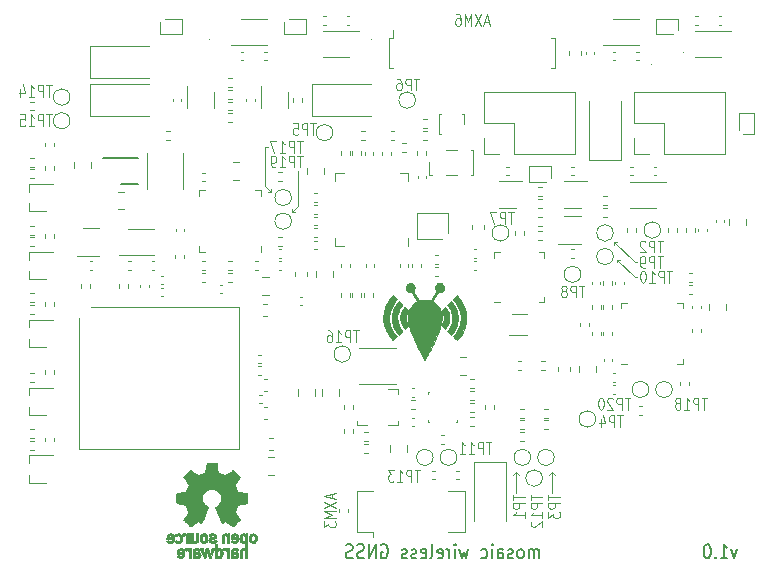
<source format=gbr>
%TF.GenerationSoftware,KiCad,Pcbnew,(5.1.10)-1*%
%TF.CreationDate,2021-08-17T14:43:39+02:00*%
%TF.ProjectId,mowi,6d6f7769-2e6b-4696-9361-645f70636258,v1.0*%
%TF.SameCoordinates,Original*%
%TF.FileFunction,Legend,Bot*%
%TF.FilePolarity,Positive*%
%FSLAX46Y46*%
G04 Gerber Fmt 4.6, Leading zero omitted, Abs format (unit mm)*
G04 Created by KiCad (PCBNEW (5.1.10)-1) date 2021-08-17 14:43:39*
%MOMM*%
%LPD*%
G01*
G04 APERTURE LIST*
%ADD10C,0.120000*%
%ADD11C,0.150000*%
%ADD12C,0.180000*%
%ADD13C,0.010000*%
%ADD14C,0.100000*%
G04 APERTURE END LIST*
D10*
X163250000Y-84250000D02*
X163500000Y-84250000D01*
X163250000Y-85500000D02*
X163500000Y-85500000D01*
D11*
X155142857Y-109292857D02*
X155142857Y-108492857D01*
X155142857Y-108607142D02*
X155095238Y-108550000D01*
X155000000Y-108492857D01*
X154857142Y-108492857D01*
X154761904Y-108550000D01*
X154714285Y-108664285D01*
X154714285Y-109292857D01*
X154714285Y-108664285D02*
X154666666Y-108550000D01*
X154571428Y-108492857D01*
X154428571Y-108492857D01*
X154333333Y-108550000D01*
X154285714Y-108664285D01*
X154285714Y-109292857D01*
X153666666Y-109292857D02*
X153761904Y-109235714D01*
X153809523Y-109178571D01*
X153857142Y-109064285D01*
X153857142Y-108721428D01*
X153809523Y-108607142D01*
X153761904Y-108550000D01*
X153666666Y-108492857D01*
X153523809Y-108492857D01*
X153428571Y-108550000D01*
X153380952Y-108607142D01*
X153333333Y-108721428D01*
X153333333Y-109064285D01*
X153380952Y-109178571D01*
X153428571Y-109235714D01*
X153523809Y-109292857D01*
X153666666Y-109292857D01*
X152952380Y-109235714D02*
X152857142Y-109292857D01*
X152666666Y-109292857D01*
X152571428Y-109235714D01*
X152523809Y-109121428D01*
X152523809Y-109064285D01*
X152571428Y-108950000D01*
X152666666Y-108892857D01*
X152809523Y-108892857D01*
X152904761Y-108835714D01*
X152952380Y-108721428D01*
X152952380Y-108664285D01*
X152904761Y-108550000D01*
X152809523Y-108492857D01*
X152666666Y-108492857D01*
X152571428Y-108550000D01*
X151666666Y-109292857D02*
X151666666Y-108664285D01*
X151714285Y-108550000D01*
X151809523Y-108492857D01*
X152000000Y-108492857D01*
X152095238Y-108550000D01*
X151666666Y-109235714D02*
X151761904Y-109292857D01*
X152000000Y-109292857D01*
X152095238Y-109235714D01*
X152142857Y-109121428D01*
X152142857Y-109007142D01*
X152095238Y-108892857D01*
X152000000Y-108835714D01*
X151761904Y-108835714D01*
X151666666Y-108778571D01*
X151190476Y-109292857D02*
X151190476Y-108492857D01*
X151190476Y-108092857D02*
X151238095Y-108150000D01*
X151190476Y-108207142D01*
X151142857Y-108150000D01*
X151190476Y-108092857D01*
X151190476Y-108207142D01*
X150285714Y-109235714D02*
X150380952Y-109292857D01*
X150571428Y-109292857D01*
X150666666Y-109235714D01*
X150714285Y-109178571D01*
X150761904Y-109064285D01*
X150761904Y-108721428D01*
X150714285Y-108607142D01*
X150666666Y-108550000D01*
X150571428Y-108492857D01*
X150380952Y-108492857D01*
X150285714Y-108550000D01*
X149190476Y-108492857D02*
X149000000Y-109292857D01*
X148809523Y-108721428D01*
X148619047Y-109292857D01*
X148428571Y-108492857D01*
X148047619Y-109292857D02*
X148047619Y-108492857D01*
X148047619Y-108092857D02*
X148095238Y-108150000D01*
X148047619Y-108207142D01*
X148000000Y-108150000D01*
X148047619Y-108092857D01*
X148047619Y-108207142D01*
X147571428Y-109292857D02*
X147571428Y-108492857D01*
X147571428Y-108721428D02*
X147523809Y-108607142D01*
X147476190Y-108550000D01*
X147380952Y-108492857D01*
X147285714Y-108492857D01*
X146571428Y-109235714D02*
X146666666Y-109292857D01*
X146857142Y-109292857D01*
X146952380Y-109235714D01*
X147000000Y-109121428D01*
X147000000Y-108664285D01*
X146952380Y-108550000D01*
X146857142Y-108492857D01*
X146666666Y-108492857D01*
X146571428Y-108550000D01*
X146523809Y-108664285D01*
X146523809Y-108778571D01*
X147000000Y-108892857D01*
X145952380Y-109292857D02*
X146047619Y-109235714D01*
X146095238Y-109121428D01*
X146095238Y-108092857D01*
X145190476Y-109235714D02*
X145285714Y-109292857D01*
X145476190Y-109292857D01*
X145571428Y-109235714D01*
X145619047Y-109121428D01*
X145619047Y-108664285D01*
X145571428Y-108550000D01*
X145476190Y-108492857D01*
X145285714Y-108492857D01*
X145190476Y-108550000D01*
X145142857Y-108664285D01*
X145142857Y-108778571D01*
X145619047Y-108892857D01*
X144761904Y-109235714D02*
X144666666Y-109292857D01*
X144476190Y-109292857D01*
X144380952Y-109235714D01*
X144333333Y-109121428D01*
X144333333Y-109064285D01*
X144380952Y-108950000D01*
X144476190Y-108892857D01*
X144619047Y-108892857D01*
X144714285Y-108835714D01*
X144761904Y-108721428D01*
X144761904Y-108664285D01*
X144714285Y-108550000D01*
X144619047Y-108492857D01*
X144476190Y-108492857D01*
X144380952Y-108550000D01*
X143952380Y-109235714D02*
X143857142Y-109292857D01*
X143666666Y-109292857D01*
X143571428Y-109235714D01*
X143523809Y-109121428D01*
X143523809Y-109064285D01*
X143571428Y-108950000D01*
X143666666Y-108892857D01*
X143809523Y-108892857D01*
X143904761Y-108835714D01*
X143952380Y-108721428D01*
X143952380Y-108664285D01*
X143904761Y-108550000D01*
X143809523Y-108492857D01*
X143666666Y-108492857D01*
X143571428Y-108550000D01*
X141809523Y-108150000D02*
X141904761Y-108092857D01*
X142047619Y-108092857D01*
X142190476Y-108150000D01*
X142285714Y-108264285D01*
X142333333Y-108378571D01*
X142380952Y-108607142D01*
X142380952Y-108778571D01*
X142333333Y-109007142D01*
X142285714Y-109121428D01*
X142190476Y-109235714D01*
X142047619Y-109292857D01*
X141952380Y-109292857D01*
X141809523Y-109235714D01*
X141761904Y-109178571D01*
X141761904Y-108778571D01*
X141952380Y-108778571D01*
X141333333Y-109292857D02*
X141333333Y-108092857D01*
X140761904Y-109292857D01*
X140761904Y-108092857D01*
X140333333Y-109235714D02*
X140190476Y-109292857D01*
X139952380Y-109292857D01*
X139857142Y-109235714D01*
X139809523Y-109178571D01*
X139761904Y-109064285D01*
X139761904Y-108950000D01*
X139809523Y-108835714D01*
X139857142Y-108778571D01*
X139952380Y-108721428D01*
X140142857Y-108664285D01*
X140238095Y-108607142D01*
X140285714Y-108550000D01*
X140333333Y-108435714D01*
X140333333Y-108321428D01*
X140285714Y-108207142D01*
X140238095Y-108150000D01*
X140142857Y-108092857D01*
X139904761Y-108092857D01*
X139761904Y-108150000D01*
X139380952Y-109235714D02*
X139238095Y-109292857D01*
X139000000Y-109292857D01*
X138904761Y-109235714D01*
X138857142Y-109178571D01*
X138809523Y-109064285D01*
X138809523Y-108950000D01*
X138857142Y-108835714D01*
X138904761Y-108778571D01*
X139000000Y-108721428D01*
X139190476Y-108664285D01*
X139285714Y-108607142D01*
X139333333Y-108550000D01*
X139380952Y-108435714D01*
X139380952Y-108321428D01*
X139333333Y-108207142D01*
X139285714Y-108150000D01*
X139190476Y-108092857D01*
X138952380Y-108092857D01*
X138809523Y-108150000D01*
D12*
X171928571Y-108492857D02*
X171690476Y-109292857D01*
X171452380Y-108492857D01*
X170547619Y-109292857D02*
X171119047Y-109292857D01*
X170833333Y-109292857D02*
X170833333Y-108092857D01*
X170928571Y-108264285D01*
X171023809Y-108378571D01*
X171119047Y-108435714D01*
X170119047Y-109178571D02*
X170071428Y-109235714D01*
X170119047Y-109292857D01*
X170166666Y-109235714D01*
X170119047Y-109178571D01*
X170119047Y-109292857D01*
X169452380Y-108092857D02*
X169357142Y-108092857D01*
X169261904Y-108150000D01*
X169214285Y-108207142D01*
X169166666Y-108321428D01*
X169119047Y-108550000D01*
X169119047Y-108835714D01*
X169166666Y-109064285D01*
X169214285Y-109178571D01*
X169261904Y-109235714D01*
X169357142Y-109292857D01*
X169452380Y-109292857D01*
X169547619Y-109235714D01*
X169595238Y-109178571D01*
X169642857Y-109064285D01*
X169690476Y-108835714D01*
X169690476Y-108550000D01*
X169642857Y-108321428D01*
X169595238Y-108207142D01*
X169547619Y-108150000D01*
X169452380Y-108092857D01*
D10*
X156250000Y-103750000D02*
X156250000Y-102500000D01*
X156250000Y-102000000D02*
X156000000Y-102250000D01*
X156250000Y-102500000D02*
X156250000Y-102000000D01*
X156250000Y-102000000D02*
X156500000Y-102250000D01*
X153250000Y-102000000D02*
X153500000Y-102250000D01*
X153250000Y-102000000D02*
X153000000Y-102250000D01*
X153250000Y-102500000D02*
X153250000Y-102000000D01*
X153250000Y-103750000D02*
X153250000Y-102500000D01*
X161750000Y-84000000D02*
X163250000Y-85500000D01*
X161750000Y-84000000D02*
X162000000Y-84000000D01*
X161750000Y-84000000D02*
X161750000Y-84250000D01*
X161500000Y-82500000D02*
X163250000Y-84250000D01*
X161500000Y-82500000D02*
X161750000Y-82500000D01*
X161500000Y-82500000D02*
X161500000Y-82750000D01*
X132000000Y-74500000D02*
X132250000Y-74500000D01*
X132000000Y-74750000D02*
X132000000Y-74500000D01*
X132500000Y-78250000D02*
X132250000Y-78250000D01*
X132500000Y-78250000D02*
X132500000Y-78000000D01*
X132000000Y-77750000D02*
X132500000Y-78250000D01*
X132000000Y-74750000D02*
X132000000Y-77750000D01*
X134250000Y-80000000D02*
X134500000Y-80000000D01*
X134250000Y-80000000D02*
X134250000Y-79750000D01*
X134750000Y-79500000D02*
X134750000Y-76500000D01*
X134250000Y-80000000D02*
X134750000Y-79500000D01*
D11*
%TO.C,U10*%
X118250000Y-75375000D02*
X121250000Y-75375000D01*
X119750000Y-77625000D02*
X121250000Y-77625000D01*
D10*
%TO.C,U5*%
X144110000Y-82135000D02*
X144110000Y-82860000D01*
X137890000Y-76640000D02*
X138615000Y-76640000D01*
X137890000Y-77365000D02*
X137890000Y-76640000D01*
X137890000Y-82860000D02*
X138615000Y-82860000D01*
X137890000Y-82135000D02*
X137890000Y-82860000D01*
X144110000Y-76640000D02*
X143385000Y-76640000D01*
X144110000Y-77365000D02*
X144110000Y-76640000D01*
%TO.C,U7*%
X155135000Y-87610000D02*
X155610000Y-87610000D01*
X155610000Y-87610000D02*
X155610000Y-87135000D01*
X151865000Y-83390000D02*
X151390000Y-83390000D01*
X151390000Y-83390000D02*
X151390000Y-83865000D01*
X155135000Y-83390000D02*
X155610000Y-83390000D01*
X155610000Y-83390000D02*
X155610000Y-83865000D01*
X151865000Y-87610000D02*
X151390000Y-87610000D01*
%TO.C,Q6*%
X154150000Y-88600000D02*
X152850000Y-88600000D01*
X152600000Y-90400000D02*
X154150000Y-90400000D01*
%TO.C,U21*%
X131610000Y-78615000D02*
X131610000Y-78140000D01*
X131610000Y-78140000D02*
X131135000Y-78140000D01*
X126390000Y-82885000D02*
X126390000Y-83360000D01*
X126390000Y-83360000D02*
X126865000Y-83360000D01*
X126390000Y-78615000D02*
X126390000Y-78140000D01*
X126390000Y-78140000D02*
X126865000Y-78140000D01*
X131610000Y-82885000D02*
X131610000Y-83360000D01*
%TO.C,U22*%
X166885000Y-92860000D02*
X167360000Y-92860000D01*
X167360000Y-92860000D02*
X167360000Y-92385000D01*
X162615000Y-87640000D02*
X162140000Y-87640000D01*
X162140000Y-87640000D02*
X162140000Y-88115000D01*
X166885000Y-87640000D02*
X167360000Y-87640000D01*
X167360000Y-87640000D02*
X167360000Y-88115000D01*
X162615000Y-92860000D02*
X162140000Y-92860000D01*
D13*
%TO.C,G2*%
G36*
X144203723Y-85983477D02*
G01*
X144138294Y-86000992D01*
X144080985Y-86028949D01*
X144027438Y-86069682D01*
X144007666Y-86088499D01*
X143955332Y-86151194D01*
X143918094Y-86219532D01*
X143895888Y-86293682D01*
X143888652Y-86373814D01*
X143889662Y-86403588D01*
X143901820Y-86481228D01*
X143927148Y-86553438D01*
X143964312Y-86618426D01*
X144011979Y-86674400D01*
X144068816Y-86719568D01*
X144133490Y-86752138D01*
X144154233Y-86759188D01*
X144194190Y-86768437D01*
X144238701Y-86772664D01*
X144291154Y-86771956D01*
X144354940Y-86766400D01*
X144369653Y-86764678D01*
X144374414Y-86765329D01*
X144380374Y-86769036D01*
X144388223Y-86776833D01*
X144398650Y-86789758D01*
X144412343Y-86808844D01*
X144429993Y-86835128D01*
X144452288Y-86869644D01*
X144479917Y-86913429D01*
X144513569Y-86967517D01*
X144553934Y-87032945D01*
X144601701Y-87110747D01*
X144621637Y-87143283D01*
X144665141Y-87214421D01*
X144706005Y-87281456D01*
X144743469Y-87343128D01*
X144776772Y-87398173D01*
X144805154Y-87445330D01*
X144827854Y-87483337D01*
X144844113Y-87510933D01*
X144853170Y-87526854D01*
X144854835Y-87530330D01*
X144848275Y-87536892D01*
X144830876Y-87548979D01*
X144805940Y-87564359D01*
X144796375Y-87569915D01*
X144691580Y-87636476D01*
X144592183Y-87713606D01*
X144496087Y-87802597D01*
X144401266Y-87906224D01*
X144319399Y-88014942D01*
X144250069Y-88129806D01*
X144192859Y-88251871D01*
X144147352Y-88382193D01*
X144113130Y-88521828D01*
X144089777Y-88671832D01*
X144076875Y-88833260D01*
X144075512Y-88866984D01*
X144075092Y-89010283D01*
X144083739Y-89156432D01*
X144101710Y-89306546D01*
X144129262Y-89461742D01*
X144166650Y-89623136D01*
X144214132Y-89791843D01*
X144271963Y-89968981D01*
X144340401Y-90155663D01*
X144413687Y-90338572D01*
X144453769Y-90433275D01*
X144500418Y-90540423D01*
X144552766Y-90658152D01*
X144609943Y-90784598D01*
X144671082Y-90917894D01*
X144735313Y-91056177D01*
X144801768Y-91197581D01*
X144869578Y-91340243D01*
X144937873Y-91482297D01*
X145005786Y-91621878D01*
X145072447Y-91757122D01*
X145105445Y-91823349D01*
X145143861Y-91899667D01*
X145183248Y-91977013D01*
X145222892Y-92054052D01*
X145262077Y-92129449D01*
X145300089Y-92201870D01*
X145336214Y-92269979D01*
X145369737Y-92332440D01*
X145399944Y-92387920D01*
X145426119Y-92435082D01*
X145447550Y-92472592D01*
X145463520Y-92499115D01*
X145473317Y-92513315D01*
X145475810Y-92515389D01*
X145481439Y-92508839D01*
X145492725Y-92491619D01*
X145507462Y-92467140D01*
X145510989Y-92461046D01*
X145576237Y-92346853D01*
X145636706Y-92239481D01*
X145693877Y-92136148D01*
X145749232Y-92034073D01*
X145804251Y-91930474D01*
X145860416Y-91822571D01*
X145919208Y-91707583D01*
X145982108Y-91582727D01*
X146031553Y-91483588D01*
X146146880Y-91248800D01*
X146253170Y-91026643D01*
X146350650Y-90816543D01*
X146439546Y-90617929D01*
X146520084Y-90430230D01*
X146592492Y-90252875D01*
X146656995Y-90085290D01*
X146713820Y-89926906D01*
X146763193Y-89777149D01*
X146805342Y-89635450D01*
X146840492Y-89501235D01*
X146868871Y-89373934D01*
X146870280Y-89366921D01*
X146901812Y-89181185D01*
X146920295Y-89004728D01*
X146925666Y-88837268D01*
X146917860Y-88678521D01*
X146896815Y-88528203D01*
X146862467Y-88386031D01*
X146814752Y-88251722D01*
X146753608Y-88124993D01*
X146678970Y-88005559D01*
X146590776Y-87893139D01*
X146524407Y-87821939D01*
X146445676Y-87746406D01*
X146370397Y-87682021D01*
X146294609Y-87625607D01*
X146218096Y-87576241D01*
X146188917Y-87558049D01*
X146165523Y-87542363D01*
X146151020Y-87531329D01*
X146147858Y-87527763D01*
X146151555Y-87519698D01*
X146162964Y-87499176D01*
X146181328Y-87467467D01*
X146205892Y-87425838D01*
X146235901Y-87375558D01*
X146270597Y-87317897D01*
X146309227Y-87254122D01*
X146351033Y-87185503D01*
X146378023Y-87141397D01*
X146428521Y-87059105D01*
X146471355Y-86989557D01*
X146507222Y-86931707D01*
X146536821Y-86884513D01*
X146560851Y-86846926D01*
X146580008Y-86817904D01*
X146594993Y-86796401D01*
X146606502Y-86781371D01*
X146615233Y-86771769D01*
X146621886Y-86766551D01*
X146627158Y-86764672D01*
X146629690Y-86764678D01*
X146646545Y-86766262D01*
X146674326Y-86768481D01*
X146707863Y-86770929D01*
X146718380Y-86771654D01*
X146794091Y-86769910D01*
X146863156Y-86753636D01*
X146926585Y-86722446D01*
X146985390Y-86675956D01*
X146995778Y-86665712D01*
X147044151Y-86605893D01*
X147079215Y-86539934D01*
X147101273Y-86469809D01*
X147110627Y-86397497D01*
X147107579Y-86324974D01*
X147092432Y-86254217D01*
X147065487Y-86187202D01*
X147027047Y-86125907D01*
X146977413Y-86072307D01*
X146916890Y-86028379D01*
X146896648Y-86017380D01*
X146827750Y-85990919D01*
X146757996Y-85979548D01*
X146689031Y-85982428D01*
X146622500Y-85998716D01*
X146560049Y-86027572D01*
X146503322Y-86068154D01*
X146453964Y-86119622D01*
X146413621Y-86181133D01*
X146383938Y-86251848D01*
X146375056Y-86284047D01*
X146363850Y-86364953D01*
X146368609Y-86444171D01*
X146389214Y-86521153D01*
X146425544Y-86595353D01*
X146452400Y-86635067D01*
X146468472Y-86657210D01*
X146479778Y-86673960D01*
X146483746Y-86681371D01*
X146479686Y-86688748D01*
X146468115Y-86708373D01*
X146449950Y-86738742D01*
X146426105Y-86778352D01*
X146397497Y-86825701D01*
X146365040Y-86879283D01*
X146329652Y-86937597D01*
X146292247Y-86999140D01*
X146253740Y-87062408D01*
X146215048Y-87125897D01*
X146177087Y-87188105D01*
X146140771Y-87247529D01*
X146107017Y-87302665D01*
X146076739Y-87352010D01*
X146050854Y-87394061D01*
X146030278Y-87427315D01*
X146015925Y-87450268D01*
X146008712Y-87461417D01*
X146008172Y-87462139D01*
X145998662Y-87462479D01*
X145977533Y-87458284D01*
X145948382Y-87450363D01*
X145928804Y-87444248D01*
X145859981Y-87423241D01*
X145796308Y-87407398D01*
X145733610Y-87396125D01*
X145667710Y-87388826D01*
X145594431Y-87384907D01*
X145509598Y-87383774D01*
X145504032Y-87383782D01*
X145444455Y-87384094D01*
X145397433Y-87384944D01*
X145359399Y-87386619D01*
X145326784Y-87389409D01*
X145296018Y-87393603D01*
X145263532Y-87399487D01*
X145233905Y-87405606D01*
X145188433Y-87415942D01*
X145142034Y-87427588D01*
X145100563Y-87439014D01*
X145073239Y-87447524D01*
X145043586Y-87457245D01*
X145019320Y-87464460D01*
X145004898Y-87467861D01*
X145003581Y-87467969D01*
X144998111Y-87461328D01*
X144985181Y-87442400D01*
X144965714Y-87412672D01*
X144940632Y-87373634D01*
X144910858Y-87326774D01*
X144877316Y-87273582D01*
X144840927Y-87215546D01*
X144802615Y-87154155D01*
X144763303Y-87090897D01*
X144723913Y-87027263D01*
X144685368Y-86964740D01*
X144648591Y-86904817D01*
X144614505Y-86848984D01*
X144584032Y-86798729D01*
X144558096Y-86755541D01*
X144537619Y-86720909D01*
X144523525Y-86696321D01*
X144516735Y-86683267D01*
X144516254Y-86681726D01*
X144520776Y-86672897D01*
X144532706Y-86654965D01*
X144549592Y-86631592D01*
X144551982Y-86628400D01*
X144593780Y-86559838D01*
X144621127Y-86485755D01*
X144633833Y-86408160D01*
X144631708Y-86329060D01*
X144614563Y-86250463D01*
X144592890Y-86195481D01*
X144554847Y-86132151D01*
X144506177Y-86078100D01*
X144449071Y-86034521D01*
X144385722Y-86002609D01*
X144318319Y-85983557D01*
X144249056Y-85978559D01*
X144203723Y-85983477D01*
G37*
X144203723Y-85983477D02*
X144138294Y-86000992D01*
X144080985Y-86028949D01*
X144027438Y-86069682D01*
X144007666Y-86088499D01*
X143955332Y-86151194D01*
X143918094Y-86219532D01*
X143895888Y-86293682D01*
X143888652Y-86373814D01*
X143889662Y-86403588D01*
X143901820Y-86481228D01*
X143927148Y-86553438D01*
X143964312Y-86618426D01*
X144011979Y-86674400D01*
X144068816Y-86719568D01*
X144133490Y-86752138D01*
X144154233Y-86759188D01*
X144194190Y-86768437D01*
X144238701Y-86772664D01*
X144291154Y-86771956D01*
X144354940Y-86766400D01*
X144369653Y-86764678D01*
X144374414Y-86765329D01*
X144380374Y-86769036D01*
X144388223Y-86776833D01*
X144398650Y-86789758D01*
X144412343Y-86808844D01*
X144429993Y-86835128D01*
X144452288Y-86869644D01*
X144479917Y-86913429D01*
X144513569Y-86967517D01*
X144553934Y-87032945D01*
X144601701Y-87110747D01*
X144621637Y-87143283D01*
X144665141Y-87214421D01*
X144706005Y-87281456D01*
X144743469Y-87343128D01*
X144776772Y-87398173D01*
X144805154Y-87445330D01*
X144827854Y-87483337D01*
X144844113Y-87510933D01*
X144853170Y-87526854D01*
X144854835Y-87530330D01*
X144848275Y-87536892D01*
X144830876Y-87548979D01*
X144805940Y-87564359D01*
X144796375Y-87569915D01*
X144691580Y-87636476D01*
X144592183Y-87713606D01*
X144496087Y-87802597D01*
X144401266Y-87906224D01*
X144319399Y-88014942D01*
X144250069Y-88129806D01*
X144192859Y-88251871D01*
X144147352Y-88382193D01*
X144113130Y-88521828D01*
X144089777Y-88671832D01*
X144076875Y-88833260D01*
X144075512Y-88866984D01*
X144075092Y-89010283D01*
X144083739Y-89156432D01*
X144101710Y-89306546D01*
X144129262Y-89461742D01*
X144166650Y-89623136D01*
X144214132Y-89791843D01*
X144271963Y-89968981D01*
X144340401Y-90155663D01*
X144413687Y-90338572D01*
X144453769Y-90433275D01*
X144500418Y-90540423D01*
X144552766Y-90658152D01*
X144609943Y-90784598D01*
X144671082Y-90917894D01*
X144735313Y-91056177D01*
X144801768Y-91197581D01*
X144869578Y-91340243D01*
X144937873Y-91482297D01*
X145005786Y-91621878D01*
X145072447Y-91757122D01*
X145105445Y-91823349D01*
X145143861Y-91899667D01*
X145183248Y-91977013D01*
X145222892Y-92054052D01*
X145262077Y-92129449D01*
X145300089Y-92201870D01*
X145336214Y-92269979D01*
X145369737Y-92332440D01*
X145399944Y-92387920D01*
X145426119Y-92435082D01*
X145447550Y-92472592D01*
X145463520Y-92499115D01*
X145473317Y-92513315D01*
X145475810Y-92515389D01*
X145481439Y-92508839D01*
X145492725Y-92491619D01*
X145507462Y-92467140D01*
X145510989Y-92461046D01*
X145576237Y-92346853D01*
X145636706Y-92239481D01*
X145693877Y-92136148D01*
X145749232Y-92034073D01*
X145804251Y-91930474D01*
X145860416Y-91822571D01*
X145919208Y-91707583D01*
X145982108Y-91582727D01*
X146031553Y-91483588D01*
X146146880Y-91248800D01*
X146253170Y-91026643D01*
X146350650Y-90816543D01*
X146439546Y-90617929D01*
X146520084Y-90430230D01*
X146592492Y-90252875D01*
X146656995Y-90085290D01*
X146713820Y-89926906D01*
X146763193Y-89777149D01*
X146805342Y-89635450D01*
X146840492Y-89501235D01*
X146868871Y-89373934D01*
X146870280Y-89366921D01*
X146901812Y-89181185D01*
X146920295Y-89004728D01*
X146925666Y-88837268D01*
X146917860Y-88678521D01*
X146896815Y-88528203D01*
X146862467Y-88386031D01*
X146814752Y-88251722D01*
X146753608Y-88124993D01*
X146678970Y-88005559D01*
X146590776Y-87893139D01*
X146524407Y-87821939D01*
X146445676Y-87746406D01*
X146370397Y-87682021D01*
X146294609Y-87625607D01*
X146218096Y-87576241D01*
X146188917Y-87558049D01*
X146165523Y-87542363D01*
X146151020Y-87531329D01*
X146147858Y-87527763D01*
X146151555Y-87519698D01*
X146162964Y-87499176D01*
X146181328Y-87467467D01*
X146205892Y-87425838D01*
X146235901Y-87375558D01*
X146270597Y-87317897D01*
X146309227Y-87254122D01*
X146351033Y-87185503D01*
X146378023Y-87141397D01*
X146428521Y-87059105D01*
X146471355Y-86989557D01*
X146507222Y-86931707D01*
X146536821Y-86884513D01*
X146560851Y-86846926D01*
X146580008Y-86817904D01*
X146594993Y-86796401D01*
X146606502Y-86781371D01*
X146615233Y-86771769D01*
X146621886Y-86766551D01*
X146627158Y-86764672D01*
X146629690Y-86764678D01*
X146646545Y-86766262D01*
X146674326Y-86768481D01*
X146707863Y-86770929D01*
X146718380Y-86771654D01*
X146794091Y-86769910D01*
X146863156Y-86753636D01*
X146926585Y-86722446D01*
X146985390Y-86675956D01*
X146995778Y-86665712D01*
X147044151Y-86605893D01*
X147079215Y-86539934D01*
X147101273Y-86469809D01*
X147110627Y-86397497D01*
X147107579Y-86324974D01*
X147092432Y-86254217D01*
X147065487Y-86187202D01*
X147027047Y-86125907D01*
X146977413Y-86072307D01*
X146916890Y-86028379D01*
X146896648Y-86017380D01*
X146827750Y-85990919D01*
X146757996Y-85979548D01*
X146689031Y-85982428D01*
X146622500Y-85998716D01*
X146560049Y-86027572D01*
X146503322Y-86068154D01*
X146453964Y-86119622D01*
X146413621Y-86181133D01*
X146383938Y-86251848D01*
X146375056Y-86284047D01*
X146363850Y-86364953D01*
X146368609Y-86444171D01*
X146389214Y-86521153D01*
X146425544Y-86595353D01*
X146452400Y-86635067D01*
X146468472Y-86657210D01*
X146479778Y-86673960D01*
X146483746Y-86681371D01*
X146479686Y-86688748D01*
X146468115Y-86708373D01*
X146449950Y-86738742D01*
X146426105Y-86778352D01*
X146397497Y-86825701D01*
X146365040Y-86879283D01*
X146329652Y-86937597D01*
X146292247Y-86999140D01*
X146253740Y-87062408D01*
X146215048Y-87125897D01*
X146177087Y-87188105D01*
X146140771Y-87247529D01*
X146107017Y-87302665D01*
X146076739Y-87352010D01*
X146050854Y-87394061D01*
X146030278Y-87427315D01*
X146015925Y-87450268D01*
X146008712Y-87461417D01*
X146008172Y-87462139D01*
X145998662Y-87462479D01*
X145977533Y-87458284D01*
X145948382Y-87450363D01*
X145928804Y-87444248D01*
X145859981Y-87423241D01*
X145796308Y-87407398D01*
X145733610Y-87396125D01*
X145667710Y-87388826D01*
X145594431Y-87384907D01*
X145509598Y-87383774D01*
X145504032Y-87383782D01*
X145444455Y-87384094D01*
X145397433Y-87384944D01*
X145359399Y-87386619D01*
X145326784Y-87389409D01*
X145296018Y-87393603D01*
X145263532Y-87399487D01*
X145233905Y-87405606D01*
X145188433Y-87415942D01*
X145142034Y-87427588D01*
X145100563Y-87439014D01*
X145073239Y-87447524D01*
X145043586Y-87457245D01*
X145019320Y-87464460D01*
X145004898Y-87467861D01*
X145003581Y-87467969D01*
X144998111Y-87461328D01*
X144985181Y-87442400D01*
X144965714Y-87412672D01*
X144940632Y-87373634D01*
X144910858Y-87326774D01*
X144877316Y-87273582D01*
X144840927Y-87215546D01*
X144802615Y-87154155D01*
X144763303Y-87090897D01*
X144723913Y-87027263D01*
X144685368Y-86964740D01*
X144648591Y-86904817D01*
X144614505Y-86848984D01*
X144584032Y-86798729D01*
X144558096Y-86755541D01*
X144537619Y-86720909D01*
X144523525Y-86696321D01*
X144516735Y-86683267D01*
X144516254Y-86681726D01*
X144520776Y-86672897D01*
X144532706Y-86654965D01*
X144549592Y-86631592D01*
X144551982Y-86628400D01*
X144593780Y-86559838D01*
X144621127Y-86485755D01*
X144633833Y-86408160D01*
X144631708Y-86329060D01*
X144614563Y-86250463D01*
X144592890Y-86195481D01*
X144554847Y-86132151D01*
X144506177Y-86078100D01*
X144449071Y-86034521D01*
X144385722Y-86002609D01*
X144318319Y-85983557D01*
X144249056Y-85978559D01*
X144203723Y-85983477D01*
G36*
X147863252Y-87366061D02*
G01*
X147921390Y-87427094D01*
X148043727Y-87567033D01*
X148153128Y-87715978D01*
X148249256Y-87872926D01*
X148331772Y-88036871D01*
X148400339Y-88206810D01*
X148454619Y-88381740D01*
X148494272Y-88560655D01*
X148518963Y-88742551D01*
X148528351Y-88926425D01*
X148522101Y-89111273D01*
X148514666Y-89189524D01*
X148486266Y-89369043D01*
X148442402Y-89545850D01*
X148383673Y-89718659D01*
X148310681Y-89886180D01*
X148224024Y-90047125D01*
X148124303Y-90200208D01*
X148012118Y-90344138D01*
X147938804Y-90425853D01*
X147860052Y-90509102D01*
X147943979Y-90593745D01*
X147983880Y-90633471D01*
X148029603Y-90678180D01*
X148075366Y-90722260D01*
X148113592Y-90758421D01*
X148199278Y-90838454D01*
X148278893Y-90755786D01*
X148410296Y-90607837D01*
X148530199Y-90449191D01*
X148637994Y-90281038D01*
X148733077Y-90104573D01*
X148814841Y-89920988D01*
X148882680Y-89731476D01*
X148935989Y-89537229D01*
X148962147Y-89411270D01*
X148976002Y-89330756D01*
X148986483Y-89258499D01*
X148993982Y-89189867D01*
X148998892Y-89120229D01*
X149001605Y-89044955D01*
X149002515Y-88959413D01*
X149002506Y-88935524D01*
X149001119Y-88832032D01*
X148997112Y-88739649D01*
X148990007Y-88653498D01*
X148979326Y-88568703D01*
X148964591Y-88480389D01*
X148951102Y-88411397D01*
X148903859Y-88219958D01*
X148841525Y-88030744D01*
X148764975Y-87845428D01*
X148675083Y-87665687D01*
X148572725Y-87493196D01*
X148458775Y-87329630D01*
X148334108Y-87176666D01*
X148269748Y-87106482D01*
X148203582Y-87037117D01*
X147863252Y-87366061D01*
G37*
X147863252Y-87366061D02*
X147921390Y-87427094D01*
X148043727Y-87567033D01*
X148153128Y-87715978D01*
X148249256Y-87872926D01*
X148331772Y-88036871D01*
X148400339Y-88206810D01*
X148454619Y-88381740D01*
X148494272Y-88560655D01*
X148518963Y-88742551D01*
X148528351Y-88926425D01*
X148522101Y-89111273D01*
X148514666Y-89189524D01*
X148486266Y-89369043D01*
X148442402Y-89545850D01*
X148383673Y-89718659D01*
X148310681Y-89886180D01*
X148224024Y-90047125D01*
X148124303Y-90200208D01*
X148012118Y-90344138D01*
X147938804Y-90425853D01*
X147860052Y-90509102D01*
X147943979Y-90593745D01*
X147983880Y-90633471D01*
X148029603Y-90678180D01*
X148075366Y-90722260D01*
X148113592Y-90758421D01*
X148199278Y-90838454D01*
X148278893Y-90755786D01*
X148410296Y-90607837D01*
X148530199Y-90449191D01*
X148637994Y-90281038D01*
X148733077Y-90104573D01*
X148814841Y-89920988D01*
X148882680Y-89731476D01*
X148935989Y-89537229D01*
X148962147Y-89411270D01*
X148976002Y-89330756D01*
X148986483Y-89258499D01*
X148993982Y-89189867D01*
X148998892Y-89120229D01*
X149001605Y-89044955D01*
X149002515Y-88959413D01*
X149002506Y-88935524D01*
X149001119Y-88832032D01*
X148997112Y-88739649D01*
X148990007Y-88653498D01*
X148979326Y-88568703D01*
X148964591Y-88480389D01*
X148951102Y-88411397D01*
X148903859Y-88219958D01*
X148841525Y-88030744D01*
X148764975Y-87845428D01*
X148675083Y-87665687D01*
X148572725Y-87493196D01*
X148458775Y-87329630D01*
X148334108Y-87176666D01*
X148269748Y-87106482D01*
X148203582Y-87037117D01*
X147863252Y-87366061D01*
G36*
X142777697Y-87047147D02*
G01*
X142761543Y-87062879D01*
X142738991Y-87086237D01*
X142712210Y-87115015D01*
X142704108Y-87123898D01*
X142568196Y-87284965D01*
X142446203Y-87453083D01*
X142338259Y-87627517D01*
X142244494Y-87807529D01*
X142165039Y-87992381D01*
X142100025Y-88181336D01*
X142049582Y-88373658D01*
X142013841Y-88568608D01*
X141992931Y-88765450D01*
X141986985Y-88963446D01*
X141996132Y-89161859D01*
X142020502Y-89359952D01*
X142060227Y-89556987D01*
X142115437Y-89752227D01*
X142186262Y-89944936D01*
X142199150Y-89975715D01*
X142265191Y-90117316D01*
X142342106Y-90258739D01*
X142427861Y-90396951D01*
X142520423Y-90528920D01*
X142617758Y-90651614D01*
X142717834Y-90761999D01*
X142743944Y-90788202D01*
X142795316Y-90838690D01*
X142964331Y-90674544D01*
X143133346Y-90510399D01*
X143054957Y-90427957D01*
X142938698Y-90294351D01*
X142833045Y-90149787D01*
X142738972Y-89996121D01*
X142657449Y-89835213D01*
X142589448Y-89668919D01*
X142535943Y-89499099D01*
X142508583Y-89383758D01*
X142490303Y-89278608D01*
X142476645Y-89165617D01*
X142467819Y-89049136D01*
X142464038Y-88933518D01*
X142465512Y-88823113D01*
X142472454Y-88722273D01*
X142475244Y-88697651D01*
X142506268Y-88510990D01*
X142552254Y-88328629D01*
X142612734Y-88151565D01*
X142687241Y-87980797D01*
X142775307Y-87817324D01*
X142876464Y-87662143D01*
X142990245Y-87516254D01*
X143070252Y-87427404D01*
X143128093Y-87366681D01*
X142960048Y-87203642D01*
X142916980Y-87162095D01*
X142877535Y-87124495D01*
X142843217Y-87092243D01*
X142815532Y-87066736D01*
X142795984Y-87049372D01*
X142786078Y-87041549D01*
X142785287Y-87041248D01*
X142777697Y-87047147D01*
G37*
X142777697Y-87047147D02*
X142761543Y-87062879D01*
X142738991Y-87086237D01*
X142712210Y-87115015D01*
X142704108Y-87123898D01*
X142568196Y-87284965D01*
X142446203Y-87453083D01*
X142338259Y-87627517D01*
X142244494Y-87807529D01*
X142165039Y-87992381D01*
X142100025Y-88181336D01*
X142049582Y-88373658D01*
X142013841Y-88568608D01*
X141992931Y-88765450D01*
X141986985Y-88963446D01*
X141996132Y-89161859D01*
X142020502Y-89359952D01*
X142060227Y-89556987D01*
X142115437Y-89752227D01*
X142186262Y-89944936D01*
X142199150Y-89975715D01*
X142265191Y-90117316D01*
X142342106Y-90258739D01*
X142427861Y-90396951D01*
X142520423Y-90528920D01*
X142617758Y-90651614D01*
X142717834Y-90761999D01*
X142743944Y-90788202D01*
X142795316Y-90838690D01*
X142964331Y-90674544D01*
X143133346Y-90510399D01*
X143054957Y-90427957D01*
X142938698Y-90294351D01*
X142833045Y-90149787D01*
X142738972Y-89996121D01*
X142657449Y-89835213D01*
X142589448Y-89668919D01*
X142535943Y-89499099D01*
X142508583Y-89383758D01*
X142490303Y-89278608D01*
X142476645Y-89165617D01*
X142467819Y-89049136D01*
X142464038Y-88933518D01*
X142465512Y-88823113D01*
X142472454Y-88722273D01*
X142475244Y-88697651D01*
X142506268Y-88510990D01*
X142552254Y-88328629D01*
X142612734Y-88151565D01*
X142687241Y-87980797D01*
X142775307Y-87817324D01*
X142876464Y-87662143D01*
X142990245Y-87516254D01*
X143070252Y-87427404D01*
X143128093Y-87366681D01*
X142960048Y-87203642D01*
X142916980Y-87162095D01*
X142877535Y-87124495D01*
X142843217Y-87092243D01*
X142815532Y-87066736D01*
X142795984Y-87049372D01*
X142786078Y-87041549D01*
X142785287Y-87041248D01*
X142777697Y-87047147D01*
G36*
X147550066Y-87677394D02*
G01*
X147389788Y-87842470D01*
X147449467Y-87911235D01*
X147545156Y-88033590D01*
X147627351Y-88164064D01*
X147695806Y-88301579D01*
X147750274Y-88445058D01*
X147790509Y-88593422D01*
X147816263Y-88745593D01*
X147827291Y-88900492D01*
X147823344Y-89057041D01*
X147804177Y-89214163D01*
X147776962Y-89342546D01*
X147741281Y-89459299D01*
X147693970Y-89576483D01*
X147636876Y-89690658D01*
X147571846Y-89798383D01*
X147500726Y-89896219D01*
X147445438Y-89960044D01*
X147421308Y-89986636D01*
X147402340Y-90009351D01*
X147390709Y-90025464D01*
X147388158Y-90031807D01*
X147394072Y-90038775D01*
X147409558Y-90055298D01*
X147432876Y-90079611D01*
X147462287Y-90109949D01*
X147496051Y-90144545D01*
X147532430Y-90181634D01*
X147569685Y-90219451D01*
X147606075Y-90256229D01*
X147639863Y-90290204D01*
X147669308Y-90319609D01*
X147692672Y-90342680D01*
X147708216Y-90357650D01*
X147714169Y-90362762D01*
X147719990Y-90357273D01*
X147733926Y-90342715D01*
X147753246Y-90321954D01*
X147758353Y-90316397D01*
X147865881Y-90187876D01*
X147963831Y-90047993D01*
X148050841Y-89899261D01*
X148125544Y-89744191D01*
X148186577Y-89585297D01*
X148224207Y-89458806D01*
X148261629Y-89282713D01*
X148283550Y-89104801D01*
X148290093Y-88926263D01*
X148281381Y-88748287D01*
X148257539Y-88572065D01*
X148218691Y-88398786D01*
X148164960Y-88229643D01*
X148096470Y-88065824D01*
X148074615Y-88020972D01*
X148029074Y-87936962D01*
X147975655Y-87849307D01*
X147917204Y-87762142D01*
X147856566Y-87679600D01*
X147796587Y-87605816D01*
X147763316Y-87568762D01*
X147710343Y-87512318D01*
X147550066Y-87677394D01*
G37*
X147550066Y-87677394D02*
X147389788Y-87842470D01*
X147449467Y-87911235D01*
X147545156Y-88033590D01*
X147627351Y-88164064D01*
X147695806Y-88301579D01*
X147750274Y-88445058D01*
X147790509Y-88593422D01*
X147816263Y-88745593D01*
X147827291Y-88900492D01*
X147823344Y-89057041D01*
X147804177Y-89214163D01*
X147776962Y-89342546D01*
X147741281Y-89459299D01*
X147693970Y-89576483D01*
X147636876Y-89690658D01*
X147571846Y-89798383D01*
X147500726Y-89896219D01*
X147445438Y-89960044D01*
X147421308Y-89986636D01*
X147402340Y-90009351D01*
X147390709Y-90025464D01*
X147388158Y-90031807D01*
X147394072Y-90038775D01*
X147409558Y-90055298D01*
X147432876Y-90079611D01*
X147462287Y-90109949D01*
X147496051Y-90144545D01*
X147532430Y-90181634D01*
X147569685Y-90219451D01*
X147606075Y-90256229D01*
X147639863Y-90290204D01*
X147669308Y-90319609D01*
X147692672Y-90342680D01*
X147708216Y-90357650D01*
X147714169Y-90362762D01*
X147719990Y-90357273D01*
X147733926Y-90342715D01*
X147753246Y-90321954D01*
X147758353Y-90316397D01*
X147865881Y-90187876D01*
X147963831Y-90047993D01*
X148050841Y-89899261D01*
X148125544Y-89744191D01*
X148186577Y-89585297D01*
X148224207Y-89458806D01*
X148261629Y-89282713D01*
X148283550Y-89104801D01*
X148290093Y-88926263D01*
X148281381Y-88748287D01*
X148257539Y-88572065D01*
X148218691Y-88398786D01*
X148164960Y-88229643D01*
X148096470Y-88065824D01*
X148074615Y-88020972D01*
X148029074Y-87936962D01*
X147975655Y-87849307D01*
X147917204Y-87762142D01*
X147856566Y-87679600D01*
X147796587Y-87605816D01*
X147763316Y-87568762D01*
X147710343Y-87512318D01*
X147550066Y-87677394D01*
G36*
X143228253Y-87568762D02*
G01*
X143160845Y-87646388D01*
X143092821Y-87735968D01*
X143026714Y-87833640D01*
X142965053Y-87935542D01*
X142910372Y-88037811D01*
X142882835Y-88095810D01*
X142816042Y-88262228D01*
X142764896Y-88430843D01*
X142729210Y-88602619D01*
X142708795Y-88778520D01*
X142703461Y-88959508D01*
X142704520Y-89007448D01*
X142715412Y-89172143D01*
X142737615Y-89328006D01*
X142771955Y-89478371D01*
X142819261Y-89626570D01*
X142880359Y-89775937D01*
X142911775Y-89842785D01*
X142946272Y-89908872D01*
X142987145Y-89979471D01*
X143032499Y-90051849D01*
X143080437Y-90123272D01*
X143129064Y-90191008D01*
X143176484Y-90252325D01*
X143220802Y-90304488D01*
X143259730Y-90344403D01*
X143279088Y-90362330D01*
X143442084Y-90199188D01*
X143483977Y-90156974D01*
X143521884Y-90118231D01*
X143554365Y-90084475D01*
X143579981Y-90057221D01*
X143597293Y-90037983D01*
X143604862Y-90028276D01*
X143605080Y-90027621D01*
X143599674Y-90017569D01*
X143585901Y-90001351D01*
X143576033Y-89991407D01*
X143542076Y-89955851D01*
X143503538Y-89910439D01*
X143463755Y-89859365D01*
X143426064Y-89806824D01*
X143409615Y-89782191D01*
X143331743Y-89647705D01*
X143268461Y-89506880D01*
X143219928Y-89360577D01*
X143186305Y-89209658D01*
X143167749Y-89054985D01*
X143164421Y-88897418D01*
X143176480Y-88737819D01*
X143194818Y-88621940D01*
X143228397Y-88486562D01*
X143276315Y-88351042D01*
X143337098Y-88218396D01*
X143409270Y-88091642D01*
X143491355Y-87973794D01*
X143542468Y-87911238D01*
X143602145Y-87842475D01*
X143441775Y-87677396D01*
X143281405Y-87512318D01*
X143228253Y-87568762D01*
G37*
X143228253Y-87568762D02*
X143160845Y-87646388D01*
X143092821Y-87735968D01*
X143026714Y-87833640D01*
X142965053Y-87935542D01*
X142910372Y-88037811D01*
X142882835Y-88095810D01*
X142816042Y-88262228D01*
X142764896Y-88430843D01*
X142729210Y-88602619D01*
X142708795Y-88778520D01*
X142703461Y-88959508D01*
X142704520Y-89007448D01*
X142715412Y-89172143D01*
X142737615Y-89328006D01*
X142771955Y-89478371D01*
X142819261Y-89626570D01*
X142880359Y-89775937D01*
X142911775Y-89842785D01*
X142946272Y-89908872D01*
X142987145Y-89979471D01*
X143032499Y-90051849D01*
X143080437Y-90123272D01*
X143129064Y-90191008D01*
X143176484Y-90252325D01*
X143220802Y-90304488D01*
X143259730Y-90344403D01*
X143279088Y-90362330D01*
X143442084Y-90199188D01*
X143483977Y-90156974D01*
X143521884Y-90118231D01*
X143554365Y-90084475D01*
X143579981Y-90057221D01*
X143597293Y-90037983D01*
X143604862Y-90028276D01*
X143605080Y-90027621D01*
X143599674Y-90017569D01*
X143585901Y-90001351D01*
X143576033Y-89991407D01*
X143542076Y-89955851D01*
X143503538Y-89910439D01*
X143463755Y-89859365D01*
X143426064Y-89806824D01*
X143409615Y-89782191D01*
X143331743Y-89647705D01*
X143268461Y-89506880D01*
X143219928Y-89360577D01*
X143186305Y-89209658D01*
X143167749Y-89054985D01*
X143164421Y-88897418D01*
X143176480Y-88737819D01*
X143194818Y-88621940D01*
X143228397Y-88486562D01*
X143276315Y-88351042D01*
X143337098Y-88218396D01*
X143409270Y-88091642D01*
X143491355Y-87973794D01*
X143542468Y-87911238D01*
X143602145Y-87842475D01*
X143441775Y-87677396D01*
X143281405Y-87512318D01*
X143228253Y-87568762D01*
G36*
X147190185Y-88037894D02*
G01*
X147173032Y-88053153D01*
X147148206Y-88076412D01*
X147117494Y-88105894D01*
X147082684Y-88139822D01*
X147045560Y-88176418D01*
X147007912Y-88213905D01*
X146971524Y-88250506D01*
X146938184Y-88284443D01*
X146909679Y-88313939D01*
X146887796Y-88337218D01*
X146874320Y-88352501D01*
X146870794Y-88357766D01*
X146875803Y-88366685D01*
X146888986Y-88383867D01*
X146907578Y-88405728D01*
X146909150Y-88407497D01*
X146973345Y-88491354D01*
X147024882Y-88583563D01*
X147063595Y-88682279D01*
X147089319Y-88785656D01*
X147101887Y-88891847D01*
X147101135Y-88999008D01*
X147086896Y-89105291D01*
X147059006Y-89208853D01*
X147017298Y-89307845D01*
X146993750Y-89350794D01*
X146974853Y-89380199D01*
X146950042Y-89415421D01*
X146923891Y-89450028D01*
X146917000Y-89458672D01*
X146868885Y-89518170D01*
X147033792Y-89683076D01*
X147198698Y-89847983D01*
X147251852Y-89790572D01*
X147316285Y-89712637D01*
X147377303Y-89622739D01*
X147432514Y-89525011D01*
X147479527Y-89423584D01*
X147507550Y-89348824D01*
X147546051Y-89209255D01*
X147568722Y-89068589D01*
X147575698Y-88927843D01*
X147567116Y-88788034D01*
X147543114Y-88650180D01*
X147503827Y-88515297D01*
X147449393Y-88384403D01*
X147379949Y-88258515D01*
X147356000Y-88221565D01*
X147330909Y-88185723D01*
X147303406Y-88148928D01*
X147275442Y-88113515D01*
X147248970Y-88081821D01*
X147225945Y-88056183D01*
X147208319Y-88038936D01*
X147198045Y-88032418D01*
X147197879Y-88032413D01*
X147190185Y-88037894D01*
G37*
X147190185Y-88037894D02*
X147173032Y-88053153D01*
X147148206Y-88076412D01*
X147117494Y-88105894D01*
X147082684Y-88139822D01*
X147045560Y-88176418D01*
X147007912Y-88213905D01*
X146971524Y-88250506D01*
X146938184Y-88284443D01*
X146909679Y-88313939D01*
X146887796Y-88337218D01*
X146874320Y-88352501D01*
X146870794Y-88357766D01*
X146875803Y-88366685D01*
X146888986Y-88383867D01*
X146907578Y-88405728D01*
X146909150Y-88407497D01*
X146973345Y-88491354D01*
X147024882Y-88583563D01*
X147063595Y-88682279D01*
X147089319Y-88785656D01*
X147101887Y-88891847D01*
X147101135Y-88999008D01*
X147086896Y-89105291D01*
X147059006Y-89208853D01*
X147017298Y-89307845D01*
X146993750Y-89350794D01*
X146974853Y-89380199D01*
X146950042Y-89415421D01*
X146923891Y-89450028D01*
X146917000Y-89458672D01*
X146868885Y-89518170D01*
X147033792Y-89683076D01*
X147198698Y-89847983D01*
X147251852Y-89790572D01*
X147316285Y-89712637D01*
X147377303Y-89622739D01*
X147432514Y-89525011D01*
X147479527Y-89423584D01*
X147507550Y-89348824D01*
X147546051Y-89209255D01*
X147568722Y-89068589D01*
X147575698Y-88927843D01*
X147567116Y-88788034D01*
X147543114Y-88650180D01*
X147503827Y-88515297D01*
X147449393Y-88384403D01*
X147379949Y-88258515D01*
X147356000Y-88221565D01*
X147330909Y-88185723D01*
X147303406Y-88148928D01*
X147275442Y-88113515D01*
X147248970Y-88081821D01*
X147225945Y-88056183D01*
X147208319Y-88038936D01*
X147198045Y-88032418D01*
X147197879Y-88032413D01*
X147190185Y-88037894D01*
G36*
X143783938Y-88038586D02*
G01*
X143766554Y-88055543D01*
X143743714Y-88080940D01*
X143717376Y-88112437D01*
X143689495Y-88147689D01*
X143662027Y-88184354D01*
X143636930Y-88220090D01*
X143635938Y-88221565D01*
X143562035Y-88345663D01*
X143503079Y-88475115D01*
X143459209Y-88608893D01*
X143430564Y-88745963D01*
X143417282Y-88885297D01*
X143419502Y-89025863D01*
X143437362Y-89166630D01*
X143471001Y-89306568D01*
X143484387Y-89348824D01*
X143522186Y-89446558D01*
X143569302Y-89543861D01*
X143623434Y-89636773D01*
X143682283Y-89721332D01*
X143741252Y-89791156D01*
X143794572Y-89847649D01*
X144123008Y-89518117D01*
X144074916Y-89458646D01*
X144012815Y-89373179D01*
X143964699Y-89286566D01*
X143928678Y-89194822D01*
X143903655Y-89097901D01*
X143889682Y-88991484D01*
X143890149Y-88883618D01*
X143904475Y-88776541D01*
X143932080Y-88672491D01*
X143972382Y-88573707D01*
X144024801Y-88482428D01*
X144082788Y-88407497D01*
X144101684Y-88385402D01*
X144115381Y-88367680D01*
X144121112Y-88357930D01*
X144121143Y-88357617D01*
X144115631Y-88349967D01*
X144100284Y-88332913D01*
X144076891Y-88308230D01*
X144047239Y-88277696D01*
X144013115Y-88243086D01*
X143976308Y-88206176D01*
X143938604Y-88168744D01*
X143901792Y-88132566D01*
X143867659Y-88099418D01*
X143837991Y-88071077D01*
X143814578Y-88049318D01*
X143799206Y-88035920D01*
X143793909Y-88032413D01*
X143783938Y-88038586D01*
G37*
X143783938Y-88038586D02*
X143766554Y-88055543D01*
X143743714Y-88080940D01*
X143717376Y-88112437D01*
X143689495Y-88147689D01*
X143662027Y-88184354D01*
X143636930Y-88220090D01*
X143635938Y-88221565D01*
X143562035Y-88345663D01*
X143503079Y-88475115D01*
X143459209Y-88608893D01*
X143430564Y-88745963D01*
X143417282Y-88885297D01*
X143419502Y-89025863D01*
X143437362Y-89166630D01*
X143471001Y-89306568D01*
X143484387Y-89348824D01*
X143522186Y-89446558D01*
X143569302Y-89543861D01*
X143623434Y-89636773D01*
X143682283Y-89721332D01*
X143741252Y-89791156D01*
X143794572Y-89847649D01*
X144123008Y-89518117D01*
X144074916Y-89458646D01*
X144012815Y-89373179D01*
X143964699Y-89286566D01*
X143928678Y-89194822D01*
X143903655Y-89097901D01*
X143889682Y-88991484D01*
X143890149Y-88883618D01*
X143904475Y-88776541D01*
X143932080Y-88672491D01*
X143972382Y-88573707D01*
X144024801Y-88482428D01*
X144082788Y-88407497D01*
X144101684Y-88385402D01*
X144115381Y-88367680D01*
X144121112Y-88357930D01*
X144121143Y-88357617D01*
X144115631Y-88349967D01*
X144100284Y-88332913D01*
X144076891Y-88308230D01*
X144047239Y-88277696D01*
X144013115Y-88243086D01*
X143976308Y-88206176D01*
X143938604Y-88168744D01*
X143901792Y-88132566D01*
X143867659Y-88099418D01*
X143837991Y-88071077D01*
X143814578Y-88049318D01*
X143799206Y-88035920D01*
X143793909Y-88032413D01*
X143783938Y-88038586D01*
%TO.C,G3*%
G36*
X129986640Y-107202468D02*
G01*
X129951408Y-107219874D01*
X129907960Y-107250206D01*
X129876294Y-107283283D01*
X129854606Y-107324817D01*
X129841097Y-107380522D01*
X129833962Y-107456111D01*
X129831400Y-107557296D01*
X129831250Y-107600797D01*
X129831688Y-107696135D01*
X129833504Y-107764271D01*
X129837455Y-107811418D01*
X129844298Y-107843790D01*
X129854789Y-107867600D01*
X129865704Y-107883843D01*
X129935381Y-107952952D01*
X130017434Y-107994521D01*
X130105950Y-108007023D01*
X130195019Y-107988934D01*
X130223237Y-107976142D01*
X130290790Y-107940931D01*
X130290790Y-108492700D01*
X130241488Y-108467205D01*
X130176527Y-108447480D01*
X130096680Y-108442427D01*
X130016948Y-108451756D01*
X129956735Y-108472714D01*
X129906792Y-108512627D01*
X129864119Y-108569741D01*
X129860910Y-108575605D01*
X129847378Y-108603227D01*
X129837495Y-108631068D01*
X129830691Y-108664794D01*
X129826399Y-108710071D01*
X129824049Y-108772562D01*
X129823072Y-108857935D01*
X129822895Y-108954010D01*
X129822895Y-109260526D01*
X130006711Y-109260526D01*
X130006711Y-108695339D01*
X130058125Y-108652077D01*
X130111534Y-108617472D01*
X130162112Y-108611180D01*
X130212970Y-108627372D01*
X130240075Y-108643227D01*
X130260249Y-108665810D01*
X130274597Y-108699940D01*
X130284224Y-108750434D01*
X130290237Y-108822111D01*
X130293740Y-108919788D01*
X130294974Y-108984802D01*
X130299145Y-109252171D01*
X130386875Y-109257222D01*
X130474606Y-109262273D01*
X130474606Y-107603101D01*
X130290790Y-107603101D01*
X130286104Y-107695600D01*
X130270312Y-107759809D01*
X130240817Y-107799759D01*
X130195020Y-107819480D01*
X130148750Y-107823421D01*
X130096372Y-107818892D01*
X130061610Y-107801069D01*
X130039872Y-107777519D01*
X130022760Y-107752189D01*
X130012573Y-107723969D01*
X130008040Y-107684431D01*
X130007891Y-107625142D01*
X130009416Y-107575498D01*
X130012919Y-107500710D01*
X130018133Y-107451611D01*
X130026913Y-107420467D01*
X130041114Y-107399545D01*
X130054516Y-107387452D01*
X130110513Y-107361081D01*
X130176789Y-107356822D01*
X130214844Y-107365906D01*
X130252523Y-107398196D01*
X130277481Y-107461006D01*
X130289578Y-107553894D01*
X130290790Y-107603101D01*
X130474606Y-107603101D01*
X130474606Y-107188421D01*
X130382698Y-107188421D01*
X130327517Y-107190603D01*
X130299048Y-107198351D01*
X130290794Y-107213468D01*
X130290790Y-107213916D01*
X130286960Y-107228720D01*
X130270067Y-107227039D01*
X130236481Y-107210772D01*
X130158222Y-107185887D01*
X130070173Y-107183271D01*
X129986640Y-107202468D01*
G37*
X129986640Y-107202468D02*
X129951408Y-107219874D01*
X129907960Y-107250206D01*
X129876294Y-107283283D01*
X129854606Y-107324817D01*
X129841097Y-107380522D01*
X129833962Y-107456111D01*
X129831400Y-107557296D01*
X129831250Y-107600797D01*
X129831688Y-107696135D01*
X129833504Y-107764271D01*
X129837455Y-107811418D01*
X129844298Y-107843790D01*
X129854789Y-107867600D01*
X129865704Y-107883843D01*
X129935381Y-107952952D01*
X130017434Y-107994521D01*
X130105950Y-108007023D01*
X130195019Y-107988934D01*
X130223237Y-107976142D01*
X130290790Y-107940931D01*
X130290790Y-108492700D01*
X130241488Y-108467205D01*
X130176527Y-108447480D01*
X130096680Y-108442427D01*
X130016948Y-108451756D01*
X129956735Y-108472714D01*
X129906792Y-108512627D01*
X129864119Y-108569741D01*
X129860910Y-108575605D01*
X129847378Y-108603227D01*
X129837495Y-108631068D01*
X129830691Y-108664794D01*
X129826399Y-108710071D01*
X129824049Y-108772562D01*
X129823072Y-108857935D01*
X129822895Y-108954010D01*
X129822895Y-109260526D01*
X130006711Y-109260526D01*
X130006711Y-108695339D01*
X130058125Y-108652077D01*
X130111534Y-108617472D01*
X130162112Y-108611180D01*
X130212970Y-108627372D01*
X130240075Y-108643227D01*
X130260249Y-108665810D01*
X130274597Y-108699940D01*
X130284224Y-108750434D01*
X130290237Y-108822111D01*
X130293740Y-108919788D01*
X130294974Y-108984802D01*
X130299145Y-109252171D01*
X130386875Y-109257222D01*
X130474606Y-109262273D01*
X130474606Y-107603101D01*
X130290790Y-107603101D01*
X130286104Y-107695600D01*
X130270312Y-107759809D01*
X130240817Y-107799759D01*
X130195020Y-107819480D01*
X130148750Y-107823421D01*
X130096372Y-107818892D01*
X130061610Y-107801069D01*
X130039872Y-107777519D01*
X130022760Y-107752189D01*
X130012573Y-107723969D01*
X130008040Y-107684431D01*
X130007891Y-107625142D01*
X130009416Y-107575498D01*
X130012919Y-107500710D01*
X130018133Y-107451611D01*
X130026913Y-107420467D01*
X130041114Y-107399545D01*
X130054516Y-107387452D01*
X130110513Y-107361081D01*
X130176789Y-107356822D01*
X130214844Y-107365906D01*
X130252523Y-107398196D01*
X130277481Y-107461006D01*
X130289578Y-107553894D01*
X130290790Y-107603101D01*
X130474606Y-107603101D01*
X130474606Y-107188421D01*
X130382698Y-107188421D01*
X130327517Y-107190603D01*
X130299048Y-107198351D01*
X130290794Y-107213468D01*
X130290790Y-107213916D01*
X130286960Y-107228720D01*
X130270067Y-107227039D01*
X130236481Y-107210772D01*
X130158222Y-107185887D01*
X130070173Y-107183271D01*
X129986640Y-107202468D01*
G36*
X129289543Y-108448184D02*
G01*
X129210930Y-108469160D01*
X129151084Y-108507180D01*
X129108853Y-108556978D01*
X129095725Y-108578230D01*
X129086032Y-108600492D01*
X129079256Y-108628970D01*
X129074877Y-108668871D01*
X129072376Y-108725401D01*
X129071232Y-108803767D01*
X129070928Y-108909176D01*
X129070922Y-108937142D01*
X129070922Y-109260526D01*
X129151132Y-109260526D01*
X129202294Y-109256943D01*
X129240123Y-109247866D01*
X129249601Y-109242268D01*
X129275512Y-109232606D01*
X129301976Y-109242268D01*
X129345548Y-109254330D01*
X129408840Y-109259185D01*
X129478990Y-109257078D01*
X129543140Y-109248256D01*
X129580593Y-109236937D01*
X129653067Y-109190412D01*
X129698360Y-109125846D01*
X129718722Y-109040000D01*
X129718912Y-109037796D01*
X129717125Y-108999713D01*
X129555527Y-108999713D01*
X129541399Y-109043030D01*
X129518388Y-109067408D01*
X129472196Y-109085845D01*
X129411225Y-109093205D01*
X129349051Y-109089583D01*
X129299249Y-109075074D01*
X129285297Y-109065765D01*
X129260915Y-109022753D01*
X129254737Y-108973857D01*
X129254737Y-108909605D01*
X129347182Y-108909605D01*
X129435005Y-108916366D01*
X129501582Y-108935520D01*
X129542998Y-108965376D01*
X129555527Y-108999713D01*
X129717125Y-108999713D01*
X129714510Y-108944004D01*
X129683576Y-108869847D01*
X129625419Y-108813767D01*
X129617380Y-108808665D01*
X129582837Y-108792055D01*
X129540082Y-108781996D01*
X129480314Y-108777107D01*
X129409310Y-108775983D01*
X129254737Y-108775921D01*
X129254737Y-108711125D01*
X129261294Y-108660850D01*
X129278025Y-108627169D01*
X129279984Y-108625376D01*
X129317217Y-108610642D01*
X129373420Y-108604931D01*
X129435533Y-108607737D01*
X129490490Y-108618556D01*
X129523101Y-108634782D01*
X129540772Y-108647780D01*
X129559431Y-108650262D01*
X129585181Y-108639613D01*
X129624127Y-108613218D01*
X129682370Y-108568465D01*
X129687716Y-108564273D01*
X129684977Y-108548760D01*
X129662124Y-108522960D01*
X129627391Y-108494289D01*
X129589010Y-108470166D01*
X129576952Y-108464470D01*
X129532966Y-108453103D01*
X129468513Y-108444995D01*
X129396503Y-108441743D01*
X129393136Y-108441736D01*
X129289543Y-108448184D01*
G37*
X129289543Y-108448184D02*
X129210930Y-108469160D01*
X129151084Y-108507180D01*
X129108853Y-108556978D01*
X129095725Y-108578230D01*
X129086032Y-108600492D01*
X129079256Y-108628970D01*
X129074877Y-108668871D01*
X129072376Y-108725401D01*
X129071232Y-108803767D01*
X129070928Y-108909176D01*
X129070922Y-108937142D01*
X129070922Y-109260526D01*
X129151132Y-109260526D01*
X129202294Y-109256943D01*
X129240123Y-109247866D01*
X129249601Y-109242268D01*
X129275512Y-109232606D01*
X129301976Y-109242268D01*
X129345548Y-109254330D01*
X129408840Y-109259185D01*
X129478990Y-109257078D01*
X129543140Y-109248256D01*
X129580593Y-109236937D01*
X129653067Y-109190412D01*
X129698360Y-109125846D01*
X129718722Y-109040000D01*
X129718912Y-109037796D01*
X129717125Y-108999713D01*
X129555527Y-108999713D01*
X129541399Y-109043030D01*
X129518388Y-109067408D01*
X129472196Y-109085845D01*
X129411225Y-109093205D01*
X129349051Y-109089583D01*
X129299249Y-109075074D01*
X129285297Y-109065765D01*
X129260915Y-109022753D01*
X129254737Y-108973857D01*
X129254737Y-108909605D01*
X129347182Y-108909605D01*
X129435005Y-108916366D01*
X129501582Y-108935520D01*
X129542998Y-108965376D01*
X129555527Y-108999713D01*
X129717125Y-108999713D01*
X129714510Y-108944004D01*
X129683576Y-108869847D01*
X129625419Y-108813767D01*
X129617380Y-108808665D01*
X129582837Y-108792055D01*
X129540082Y-108781996D01*
X129480314Y-108777107D01*
X129409310Y-108775983D01*
X129254737Y-108775921D01*
X129254737Y-108711125D01*
X129261294Y-108660850D01*
X129278025Y-108627169D01*
X129279984Y-108625376D01*
X129317217Y-108610642D01*
X129373420Y-108604931D01*
X129435533Y-108607737D01*
X129490490Y-108618556D01*
X129523101Y-108634782D01*
X129540772Y-108647780D01*
X129559431Y-108650262D01*
X129585181Y-108639613D01*
X129624127Y-108613218D01*
X129682370Y-108568465D01*
X129687716Y-108564273D01*
X129684977Y-108548760D01*
X129662124Y-108522960D01*
X129627391Y-108494289D01*
X129589010Y-108470166D01*
X129576952Y-108464470D01*
X129532966Y-108453103D01*
X129468513Y-108444995D01*
X129396503Y-108441743D01*
X129393136Y-108441736D01*
X129289543Y-108448184D01*
G36*
X128770119Y-108443486D02*
G01*
X128745112Y-108450982D01*
X128737050Y-108467451D01*
X128736711Y-108474886D01*
X128735264Y-108495594D01*
X128725302Y-108498845D01*
X128698388Y-108484648D01*
X128682402Y-108474948D01*
X128631967Y-108454175D01*
X128571728Y-108443904D01*
X128508566Y-108443114D01*
X128449363Y-108450786D01*
X128400998Y-108465898D01*
X128370354Y-108487432D01*
X128364311Y-108514366D01*
X128367361Y-108521660D01*
X128389594Y-108551937D01*
X128424070Y-108589175D01*
X128430306Y-108595195D01*
X128463167Y-108622875D01*
X128491520Y-108631818D01*
X128531173Y-108625576D01*
X128547058Y-108621429D01*
X128596491Y-108611467D01*
X128631248Y-108615947D01*
X128660600Y-108631746D01*
X128687487Y-108652949D01*
X128707290Y-108679614D01*
X128721052Y-108716827D01*
X128729816Y-108769673D01*
X128734626Y-108843237D01*
X128736526Y-108942605D01*
X128736711Y-109002601D01*
X128736711Y-109260526D01*
X128903816Y-109260526D01*
X128903816Y-108441710D01*
X128820264Y-108441710D01*
X128770119Y-108443486D01*
G37*
X128770119Y-108443486D02*
X128745112Y-108450982D01*
X128737050Y-108467451D01*
X128736711Y-108474886D01*
X128735264Y-108495594D01*
X128725302Y-108498845D01*
X128698388Y-108484648D01*
X128682402Y-108474948D01*
X128631967Y-108454175D01*
X128571728Y-108443904D01*
X128508566Y-108443114D01*
X128449363Y-108450786D01*
X128400998Y-108465898D01*
X128370354Y-108487432D01*
X128364311Y-108514366D01*
X128367361Y-108521660D01*
X128389594Y-108551937D01*
X128424070Y-108589175D01*
X128430306Y-108595195D01*
X128463167Y-108622875D01*
X128491520Y-108631818D01*
X128531173Y-108625576D01*
X128547058Y-108621429D01*
X128596491Y-108611467D01*
X128631248Y-108615947D01*
X128660600Y-108631746D01*
X128687487Y-108652949D01*
X128707290Y-108679614D01*
X128721052Y-108716827D01*
X128729816Y-108769673D01*
X128734626Y-108843237D01*
X128736526Y-108942605D01*
X128736711Y-109002601D01*
X128736711Y-109260526D01*
X128903816Y-109260526D01*
X128903816Y-108441710D01*
X128820264Y-108441710D01*
X128770119Y-108443486D01*
G36*
X127717369Y-109260526D02*
G01*
X127809277Y-109260526D01*
X127862623Y-109258962D01*
X127890407Y-109252485D01*
X127900410Y-109238418D01*
X127901185Y-109228906D01*
X127902872Y-109209832D01*
X127913510Y-109206174D01*
X127941465Y-109217932D01*
X127963205Y-109228906D01*
X128046668Y-109254911D01*
X128137396Y-109256416D01*
X128211158Y-109237021D01*
X128279846Y-109190165D01*
X128332206Y-109121004D01*
X128360878Y-109039427D01*
X128361608Y-109034866D01*
X128365868Y-108985101D01*
X128367986Y-108913659D01*
X128367816Y-108859626D01*
X128185280Y-108859626D01*
X128181051Y-108931441D01*
X128171432Y-108990634D01*
X128158410Y-109024060D01*
X128109144Y-109069740D01*
X128050650Y-109086115D01*
X127990329Y-109072873D01*
X127938783Y-109033373D01*
X127919262Y-109006807D01*
X127907848Y-108975106D01*
X127902502Y-108928832D01*
X127901185Y-108859328D01*
X127903542Y-108790499D01*
X127909767Y-108730026D01*
X127918592Y-108689556D01*
X127920063Y-108685929D01*
X127955653Y-108642802D01*
X128007600Y-108619124D01*
X128065722Y-108615301D01*
X128119840Y-108631738D01*
X128159774Y-108668840D01*
X128163917Y-108676222D01*
X128176884Y-108721239D01*
X128183948Y-108785967D01*
X128185280Y-108859626D01*
X128367816Y-108859626D01*
X128367729Y-108832230D01*
X128366528Y-108788405D01*
X128358355Y-108679988D01*
X128341370Y-108598588D01*
X128313113Y-108538412D01*
X128271128Y-108493666D01*
X128230368Y-108467400D01*
X128173419Y-108448935D01*
X128102589Y-108442602D01*
X128030059Y-108447760D01*
X127968014Y-108463769D01*
X127935232Y-108482920D01*
X127901185Y-108513732D01*
X127901185Y-108124210D01*
X127717369Y-108124210D01*
X127717369Y-109260526D01*
G37*
X127717369Y-109260526D02*
X127809277Y-109260526D01*
X127862623Y-109258962D01*
X127890407Y-109252485D01*
X127900410Y-109238418D01*
X127901185Y-109228906D01*
X127902872Y-109209832D01*
X127913510Y-109206174D01*
X127941465Y-109217932D01*
X127963205Y-109228906D01*
X128046668Y-109254911D01*
X128137396Y-109256416D01*
X128211158Y-109237021D01*
X128279846Y-109190165D01*
X128332206Y-109121004D01*
X128360878Y-109039427D01*
X128361608Y-109034866D01*
X128365868Y-108985101D01*
X128367986Y-108913659D01*
X128367816Y-108859626D01*
X128185280Y-108859626D01*
X128181051Y-108931441D01*
X128171432Y-108990634D01*
X128158410Y-109024060D01*
X128109144Y-109069740D01*
X128050650Y-109086115D01*
X127990329Y-109072873D01*
X127938783Y-109033373D01*
X127919262Y-109006807D01*
X127907848Y-108975106D01*
X127902502Y-108928832D01*
X127901185Y-108859328D01*
X127903542Y-108790499D01*
X127909767Y-108730026D01*
X127918592Y-108689556D01*
X127920063Y-108685929D01*
X127955653Y-108642802D01*
X128007600Y-108619124D01*
X128065722Y-108615301D01*
X128119840Y-108631738D01*
X128159774Y-108668840D01*
X128163917Y-108676222D01*
X128176884Y-108721239D01*
X128183948Y-108785967D01*
X128185280Y-108859626D01*
X128367816Y-108859626D01*
X128367729Y-108832230D01*
X128366528Y-108788405D01*
X128358355Y-108679988D01*
X128341370Y-108598588D01*
X128313113Y-108538412D01*
X128271128Y-108493666D01*
X128230368Y-108467400D01*
X128173419Y-108448935D01*
X128102589Y-108442602D01*
X128030059Y-108447760D01*
X127968014Y-108463769D01*
X127935232Y-108482920D01*
X127901185Y-108513732D01*
X127901185Y-108124210D01*
X127717369Y-108124210D01*
X127717369Y-109260526D01*
G36*
X127075870Y-108445104D02*
G01*
X127009780Y-108450066D01*
X126923374Y-108709079D01*
X126836969Y-108968092D01*
X126809876Y-108876184D01*
X126793572Y-108819384D01*
X126772125Y-108742625D01*
X126748965Y-108658251D01*
X126736720Y-108612993D01*
X126690656Y-108441710D01*
X126500613Y-108441710D01*
X126557418Y-108621349D01*
X126585393Y-108709704D01*
X126619187Y-108816281D01*
X126654480Y-108927454D01*
X126685987Y-109026579D01*
X126757750Y-109252171D01*
X126912714Y-109262253D01*
X126954730Y-109123528D01*
X126980641Y-109037351D01*
X127008917Y-108942347D01*
X127033631Y-108858441D01*
X127034606Y-108855102D01*
X127053065Y-108798248D01*
X127069351Y-108759456D01*
X127080758Y-108744787D01*
X127083102Y-108746483D01*
X127091329Y-108769225D01*
X127106962Y-108817940D01*
X127128096Y-108886502D01*
X127152830Y-108968785D01*
X127166213Y-109014046D01*
X127238689Y-109260526D01*
X127392505Y-109260526D01*
X127515469Y-108872006D01*
X127550012Y-108763022D01*
X127581479Y-108664048D01*
X127608384Y-108579736D01*
X127629241Y-108514734D01*
X127642562Y-108473692D01*
X127646612Y-108461701D01*
X127643406Y-108449423D01*
X127618235Y-108444046D01*
X127565854Y-108444584D01*
X127557655Y-108444990D01*
X127460518Y-108450066D01*
X127396900Y-108684013D01*
X127373516Y-108769333D01*
X127352619Y-108844335D01*
X127336049Y-108902507D01*
X127325646Y-108937337D01*
X127323724Y-108943016D01*
X127315759Y-108936486D01*
X127299696Y-108902654D01*
X127277379Y-108846127D01*
X127250655Y-108771510D01*
X127228063Y-108704107D01*
X127141959Y-108440143D01*
X127075870Y-108445104D01*
G37*
X127075870Y-108445104D02*
X127009780Y-108450066D01*
X126923374Y-108709079D01*
X126836969Y-108968092D01*
X126809876Y-108876184D01*
X126793572Y-108819384D01*
X126772125Y-108742625D01*
X126748965Y-108658251D01*
X126736720Y-108612993D01*
X126690656Y-108441710D01*
X126500613Y-108441710D01*
X126557418Y-108621349D01*
X126585393Y-108709704D01*
X126619187Y-108816281D01*
X126654480Y-108927454D01*
X126685987Y-109026579D01*
X126757750Y-109252171D01*
X126912714Y-109262253D01*
X126954730Y-109123528D01*
X126980641Y-109037351D01*
X127008917Y-108942347D01*
X127033631Y-108858441D01*
X127034606Y-108855102D01*
X127053065Y-108798248D01*
X127069351Y-108759456D01*
X127080758Y-108744787D01*
X127083102Y-108746483D01*
X127091329Y-108769225D01*
X127106962Y-108817940D01*
X127128096Y-108886502D01*
X127152830Y-108968785D01*
X127166213Y-109014046D01*
X127238689Y-109260526D01*
X127392505Y-109260526D01*
X127515469Y-108872006D01*
X127550012Y-108763022D01*
X127581479Y-108664048D01*
X127608384Y-108579736D01*
X127629241Y-108514734D01*
X127642562Y-108473692D01*
X127646612Y-108461701D01*
X127643406Y-108449423D01*
X127618235Y-108444046D01*
X127565854Y-108444584D01*
X127557655Y-108444990D01*
X127460518Y-108450066D01*
X127396900Y-108684013D01*
X127373516Y-108769333D01*
X127352619Y-108844335D01*
X127336049Y-108902507D01*
X127325646Y-108937337D01*
X127323724Y-108943016D01*
X127315759Y-108936486D01*
X127299696Y-108902654D01*
X127277379Y-108846127D01*
X127250655Y-108771510D01*
X127228063Y-108704107D01*
X127141959Y-108440143D01*
X127075870Y-108445104D01*
G36*
X126070008Y-108446673D02*
G01*
X125999573Y-108463780D01*
X125979213Y-108472844D01*
X125939747Y-108496583D01*
X125909459Y-108523321D01*
X125887048Y-108557699D01*
X125871214Y-108604360D01*
X125860657Y-108667946D01*
X125854076Y-108753099D01*
X125850172Y-108864462D01*
X125848690Y-108938849D01*
X125843235Y-109260526D01*
X125936420Y-109260526D01*
X125992953Y-109258156D01*
X126022078Y-109250055D01*
X126029606Y-109236451D01*
X126033580Y-109221741D01*
X126051348Y-109224554D01*
X126075560Y-109236348D01*
X126136172Y-109254427D01*
X126214071Y-109259299D01*
X126296005Y-109251330D01*
X126368719Y-109230889D01*
X126375241Y-109228051D01*
X126441698Y-109181365D01*
X126485509Y-109116464D01*
X126505668Y-109040600D01*
X126504128Y-109013344D01*
X126339655Y-109013344D01*
X126325163Y-109050024D01*
X126282195Y-109076309D01*
X126212871Y-109090417D01*
X126175823Y-109092290D01*
X126114081Y-109087494D01*
X126073040Y-109068858D01*
X126063027Y-109060000D01*
X126035900Y-109011806D01*
X126029606Y-108968092D01*
X126029606Y-108909605D01*
X126111070Y-108909605D01*
X126205766Y-108914432D01*
X126272187Y-108929613D01*
X126314154Y-108956200D01*
X126323551Y-108968052D01*
X126339655Y-109013344D01*
X126504128Y-109013344D01*
X126501171Y-108961026D01*
X126471015Y-108884995D01*
X126429869Y-108833612D01*
X126404948Y-108811397D01*
X126380552Y-108796798D01*
X126348809Y-108787897D01*
X126301848Y-108782775D01*
X126231796Y-108779515D01*
X126204010Y-108778577D01*
X126029606Y-108772879D01*
X126029862Y-108720091D01*
X126036616Y-108664603D01*
X126061036Y-108631052D01*
X126110370Y-108609618D01*
X126111694Y-108609236D01*
X126181640Y-108600808D01*
X126250086Y-108611816D01*
X126300953Y-108638585D01*
X126321363Y-108651803D01*
X126343346Y-108649974D01*
X126377174Y-108630824D01*
X126397039Y-108617308D01*
X126435894Y-108588432D01*
X126459962Y-108566786D01*
X126463824Y-108560589D01*
X126447921Y-108528519D01*
X126400935Y-108490219D01*
X126380527Y-108477297D01*
X126321857Y-108455041D01*
X126242788Y-108442432D01*
X126154959Y-108439600D01*
X126070008Y-108446673D01*
G37*
X126070008Y-108446673D02*
X125999573Y-108463780D01*
X125979213Y-108472844D01*
X125939747Y-108496583D01*
X125909459Y-108523321D01*
X125887048Y-108557699D01*
X125871214Y-108604360D01*
X125860657Y-108667946D01*
X125854076Y-108753099D01*
X125850172Y-108864462D01*
X125848690Y-108938849D01*
X125843235Y-109260526D01*
X125936420Y-109260526D01*
X125992953Y-109258156D01*
X126022078Y-109250055D01*
X126029606Y-109236451D01*
X126033580Y-109221741D01*
X126051348Y-109224554D01*
X126075560Y-109236348D01*
X126136172Y-109254427D01*
X126214071Y-109259299D01*
X126296005Y-109251330D01*
X126368719Y-109230889D01*
X126375241Y-109228051D01*
X126441698Y-109181365D01*
X126485509Y-109116464D01*
X126505668Y-109040600D01*
X126504128Y-109013344D01*
X126339655Y-109013344D01*
X126325163Y-109050024D01*
X126282195Y-109076309D01*
X126212871Y-109090417D01*
X126175823Y-109092290D01*
X126114081Y-109087494D01*
X126073040Y-109068858D01*
X126063027Y-109060000D01*
X126035900Y-109011806D01*
X126029606Y-108968092D01*
X126029606Y-108909605D01*
X126111070Y-108909605D01*
X126205766Y-108914432D01*
X126272187Y-108929613D01*
X126314154Y-108956200D01*
X126323551Y-108968052D01*
X126339655Y-109013344D01*
X126504128Y-109013344D01*
X126501171Y-108961026D01*
X126471015Y-108884995D01*
X126429869Y-108833612D01*
X126404948Y-108811397D01*
X126380552Y-108796798D01*
X126348809Y-108787897D01*
X126301848Y-108782775D01*
X126231796Y-108779515D01*
X126204010Y-108778577D01*
X126029606Y-108772879D01*
X126029862Y-108720091D01*
X126036616Y-108664603D01*
X126061036Y-108631052D01*
X126110370Y-108609618D01*
X126111694Y-108609236D01*
X126181640Y-108600808D01*
X126250086Y-108611816D01*
X126300953Y-108638585D01*
X126321363Y-108651803D01*
X126343346Y-108649974D01*
X126377174Y-108630824D01*
X126397039Y-108617308D01*
X126435894Y-108588432D01*
X126459962Y-108566786D01*
X126463824Y-108560589D01*
X126447921Y-108528519D01*
X126400935Y-108490219D01*
X126380527Y-108477297D01*
X126321857Y-108455041D01*
X126242788Y-108442432D01*
X126154959Y-108439600D01*
X126070008Y-108446673D01*
G36*
X125276833Y-108441447D02*
G01*
X125212592Y-108454112D01*
X125176020Y-108472864D01*
X125137547Y-108504017D01*
X125192283Y-108573127D01*
X125226031Y-108614979D01*
X125248947Y-108635398D01*
X125271721Y-108638517D01*
X125305044Y-108628472D01*
X125320686Y-108622789D01*
X125384458Y-108614404D01*
X125442860Y-108632378D01*
X125485736Y-108672982D01*
X125492701Y-108685929D01*
X125500287Y-108720224D01*
X125506141Y-108783427D01*
X125509989Y-108871060D01*
X125511557Y-108978640D01*
X125511579Y-108993944D01*
X125511579Y-109260526D01*
X125695395Y-109260526D01*
X125695395Y-108441710D01*
X125603487Y-108441710D01*
X125550493Y-108443094D01*
X125522885Y-108449252D01*
X125512676Y-108463194D01*
X125511579Y-108476344D01*
X125511579Y-108510978D01*
X125467550Y-108476344D01*
X125417063Y-108452716D01*
X125349240Y-108441033D01*
X125276833Y-108441447D01*
G37*
X125276833Y-108441447D02*
X125212592Y-108454112D01*
X125176020Y-108472864D01*
X125137547Y-108504017D01*
X125192283Y-108573127D01*
X125226031Y-108614979D01*
X125248947Y-108635398D01*
X125271721Y-108638517D01*
X125305044Y-108628472D01*
X125320686Y-108622789D01*
X125384458Y-108614404D01*
X125442860Y-108632378D01*
X125485736Y-108672982D01*
X125492701Y-108685929D01*
X125500287Y-108720224D01*
X125506141Y-108783427D01*
X125509989Y-108871060D01*
X125511557Y-108978640D01*
X125511579Y-108993944D01*
X125511579Y-109260526D01*
X125695395Y-109260526D01*
X125695395Y-108441710D01*
X125603487Y-108441710D01*
X125550493Y-108443094D01*
X125522885Y-108449252D01*
X125512676Y-108463194D01*
X125511579Y-108476344D01*
X125511579Y-108510978D01*
X125467550Y-108476344D01*
X125417063Y-108452716D01*
X125349240Y-108441033D01*
X125276833Y-108441447D01*
G36*
X124748807Y-108446078D02*
G01*
X124668932Y-108466845D01*
X124602038Y-108509705D01*
X124569649Y-108541723D01*
X124516555Y-108617413D01*
X124486127Y-108705216D01*
X124475673Y-108813150D01*
X124475620Y-108821875D01*
X124475527Y-108909605D01*
X124980466Y-108909605D01*
X124969702Y-108955559D01*
X124950268Y-108997178D01*
X124916255Y-109040544D01*
X124909140Y-109047467D01*
X124847997Y-109084935D01*
X124778271Y-109091289D01*
X124698013Y-109066638D01*
X124684408Y-109060000D01*
X124642681Y-109039819D01*
X124614732Y-109028321D01*
X124609855Y-109027258D01*
X124592832Y-109037583D01*
X124560367Y-109062845D01*
X124543886Y-109076650D01*
X124509736Y-109108361D01*
X124498522Y-109129299D01*
X124506305Y-109148560D01*
X124510465Y-109153827D01*
X124538643Y-109176878D01*
X124585138Y-109204892D01*
X124617566Y-109221246D01*
X124709615Y-109250059D01*
X124811524Y-109259395D01*
X124908037Y-109248332D01*
X124935066Y-109240412D01*
X125018724Y-109195581D01*
X125080734Y-109126598D01*
X125121455Y-109032794D01*
X125141245Y-108913498D01*
X125143418Y-108851118D01*
X125137074Y-108760298D01*
X124976843Y-108760298D01*
X124961345Y-108767012D01*
X124919688Y-108772280D01*
X124859124Y-108775389D01*
X124818093Y-108775921D01*
X124744289Y-108775408D01*
X124697707Y-108773006D01*
X124672152Y-108767422D01*
X124661431Y-108757361D01*
X124659343Y-108742763D01*
X124673669Y-108697796D01*
X124709738Y-108653353D01*
X124757185Y-108619242D01*
X124804651Y-108605288D01*
X124869121Y-108617666D01*
X124924930Y-108653452D01*
X124963626Y-108705033D01*
X124976843Y-108760298D01*
X125137074Y-108760298D01*
X125134179Y-108718866D01*
X125105664Y-108613498D01*
X125057271Y-108534178D01*
X124988396Y-108480071D01*
X124898435Y-108450343D01*
X124849700Y-108444618D01*
X124748807Y-108446078D01*
G37*
X124748807Y-108446078D02*
X124668932Y-108466845D01*
X124602038Y-108509705D01*
X124569649Y-108541723D01*
X124516555Y-108617413D01*
X124486127Y-108705216D01*
X124475673Y-108813150D01*
X124475620Y-108821875D01*
X124475527Y-108909605D01*
X124980466Y-108909605D01*
X124969702Y-108955559D01*
X124950268Y-108997178D01*
X124916255Y-109040544D01*
X124909140Y-109047467D01*
X124847997Y-109084935D01*
X124778271Y-109091289D01*
X124698013Y-109066638D01*
X124684408Y-109060000D01*
X124642681Y-109039819D01*
X124614732Y-109028321D01*
X124609855Y-109027258D01*
X124592832Y-109037583D01*
X124560367Y-109062845D01*
X124543886Y-109076650D01*
X124509736Y-109108361D01*
X124498522Y-109129299D01*
X124506305Y-109148560D01*
X124510465Y-109153827D01*
X124538643Y-109176878D01*
X124585138Y-109204892D01*
X124617566Y-109221246D01*
X124709615Y-109250059D01*
X124811524Y-109259395D01*
X124908037Y-109248332D01*
X124935066Y-109240412D01*
X125018724Y-109195581D01*
X125080734Y-109126598D01*
X125121455Y-109032794D01*
X125141245Y-108913498D01*
X125143418Y-108851118D01*
X125137074Y-108760298D01*
X124976843Y-108760298D01*
X124961345Y-108767012D01*
X124919688Y-108772280D01*
X124859124Y-108775389D01*
X124818093Y-108775921D01*
X124744289Y-108775408D01*
X124697707Y-108773006D01*
X124672152Y-108767422D01*
X124661431Y-108757361D01*
X124659343Y-108742763D01*
X124673669Y-108697796D01*
X124709738Y-108653353D01*
X124757185Y-108619242D01*
X124804651Y-108605288D01*
X124869121Y-108617666D01*
X124924930Y-108653452D01*
X124963626Y-108705033D01*
X124976843Y-108760298D01*
X125137074Y-108760298D01*
X125134179Y-108718866D01*
X125105664Y-108613498D01*
X125057271Y-108534178D01*
X124988396Y-108480071D01*
X124898435Y-108450343D01*
X124849700Y-108444618D01*
X124748807Y-108446078D01*
G36*
X130823216Y-107197104D02*
G01*
X130735795Y-107235754D01*
X130669430Y-107300290D01*
X130624024Y-107390812D01*
X130599482Y-107507418D01*
X130597723Y-107525624D01*
X130596344Y-107653984D01*
X130614216Y-107766496D01*
X130650250Y-107857688D01*
X130669545Y-107887022D01*
X130736755Y-107949106D01*
X130822350Y-107989316D01*
X130918110Y-108006003D01*
X131015813Y-107997517D01*
X131090083Y-107971380D01*
X131153953Y-107927335D01*
X131206154Y-107869587D01*
X131207057Y-107868236D01*
X131228256Y-107832593D01*
X131242033Y-107796752D01*
X131250376Y-107751519D01*
X131255273Y-107687701D01*
X131257431Y-107635368D01*
X131258329Y-107587910D01*
X131091257Y-107587910D01*
X131089624Y-107635154D01*
X131083696Y-107698046D01*
X131073239Y-107738407D01*
X131054381Y-107767122D01*
X131036719Y-107783896D01*
X130974106Y-107819016D01*
X130908592Y-107823710D01*
X130847579Y-107798440D01*
X130817072Y-107770124D01*
X130795089Y-107741589D01*
X130782231Y-107714284D01*
X130776588Y-107678750D01*
X130776249Y-107625524D01*
X130777988Y-107576506D01*
X130781729Y-107506482D01*
X130787659Y-107461064D01*
X130798347Y-107431440D01*
X130816361Y-107408797D01*
X130830637Y-107395855D01*
X130890349Y-107361860D01*
X130954766Y-107360165D01*
X131008781Y-107380301D01*
X131054860Y-107422352D01*
X131082311Y-107491428D01*
X131091257Y-107587910D01*
X131258329Y-107587910D01*
X131259401Y-107531299D01*
X131256036Y-107453468D01*
X131245955Y-107394930D01*
X131227774Y-107348737D01*
X131200110Y-107307942D01*
X131189854Y-107295828D01*
X131125722Y-107235474D01*
X131056934Y-107200220D01*
X130972811Y-107185450D01*
X130931791Y-107184243D01*
X130823216Y-107197104D01*
G37*
X130823216Y-107197104D02*
X130735795Y-107235754D01*
X130669430Y-107300290D01*
X130624024Y-107390812D01*
X130599482Y-107507418D01*
X130597723Y-107525624D01*
X130596344Y-107653984D01*
X130614216Y-107766496D01*
X130650250Y-107857688D01*
X130669545Y-107887022D01*
X130736755Y-107949106D01*
X130822350Y-107989316D01*
X130918110Y-108006003D01*
X131015813Y-107997517D01*
X131090083Y-107971380D01*
X131153953Y-107927335D01*
X131206154Y-107869587D01*
X131207057Y-107868236D01*
X131228256Y-107832593D01*
X131242033Y-107796752D01*
X131250376Y-107751519D01*
X131255273Y-107687701D01*
X131257431Y-107635368D01*
X131258329Y-107587910D01*
X131091257Y-107587910D01*
X131089624Y-107635154D01*
X131083696Y-107698046D01*
X131073239Y-107738407D01*
X131054381Y-107767122D01*
X131036719Y-107783896D01*
X130974106Y-107819016D01*
X130908592Y-107823710D01*
X130847579Y-107798440D01*
X130817072Y-107770124D01*
X130795089Y-107741589D01*
X130782231Y-107714284D01*
X130776588Y-107678750D01*
X130776249Y-107625524D01*
X130777988Y-107576506D01*
X130781729Y-107506482D01*
X130787659Y-107461064D01*
X130798347Y-107431440D01*
X130816361Y-107408797D01*
X130830637Y-107395855D01*
X130890349Y-107361860D01*
X130954766Y-107360165D01*
X131008781Y-107380301D01*
X131054860Y-107422352D01*
X131082311Y-107491428D01*
X131091257Y-107587910D01*
X131258329Y-107587910D01*
X131259401Y-107531299D01*
X131256036Y-107453468D01*
X131245955Y-107394930D01*
X131227774Y-107348737D01*
X131200110Y-107307942D01*
X131189854Y-107295828D01*
X131125722Y-107235474D01*
X131056934Y-107200220D01*
X130972811Y-107185450D01*
X130931791Y-107184243D01*
X130823216Y-107197104D01*
G36*
X129252982Y-107207027D02*
G01*
X129236330Y-107214866D01*
X129178695Y-107257086D01*
X129124195Y-107318700D01*
X129083501Y-107386543D01*
X129071926Y-107417734D01*
X129061366Y-107473449D01*
X129055069Y-107540781D01*
X129054304Y-107568585D01*
X129054211Y-107656316D01*
X129559150Y-107656316D01*
X129548387Y-107702270D01*
X129521967Y-107756620D01*
X129475778Y-107803591D01*
X129420828Y-107833848D01*
X129385811Y-107840131D01*
X129338323Y-107832506D01*
X129281665Y-107813383D01*
X129262418Y-107804584D01*
X129191241Y-107769036D01*
X129130498Y-107815367D01*
X129095448Y-107846703D01*
X129076798Y-107872567D01*
X129075853Y-107880158D01*
X129092515Y-107898556D01*
X129129030Y-107926515D01*
X129162172Y-107948327D01*
X129251607Y-107987537D01*
X129351871Y-108005285D01*
X129451246Y-108000670D01*
X129530461Y-107976551D01*
X129612120Y-107924884D01*
X129670151Y-107856856D01*
X129706454Y-107768843D01*
X129722928Y-107657216D01*
X129724389Y-107606138D01*
X129718543Y-107489091D01*
X129717825Y-107485686D01*
X129550511Y-107485686D01*
X129545903Y-107496662D01*
X129526964Y-107502715D01*
X129487902Y-107505310D01*
X129422923Y-107505910D01*
X129397903Y-107505921D01*
X129321779Y-107505014D01*
X129273504Y-107501720D01*
X129247540Y-107495181D01*
X129238352Y-107484537D01*
X129238027Y-107481119D01*
X129248513Y-107453956D01*
X129274758Y-107415903D01*
X129286041Y-107402579D01*
X129327928Y-107364896D01*
X129371591Y-107350080D01*
X129395115Y-107348842D01*
X129458757Y-107364329D01*
X129512127Y-107405930D01*
X129545981Y-107466353D01*
X129546581Y-107468322D01*
X129550511Y-107485686D01*
X129717825Y-107485686D01*
X129699101Y-107396928D01*
X129664078Y-107323190D01*
X129621244Y-107270848D01*
X129542052Y-107214092D01*
X129448960Y-107183762D01*
X129349945Y-107181021D01*
X129252982Y-107207027D01*
G37*
X129252982Y-107207027D02*
X129236330Y-107214866D01*
X129178695Y-107257086D01*
X129124195Y-107318700D01*
X129083501Y-107386543D01*
X129071926Y-107417734D01*
X129061366Y-107473449D01*
X129055069Y-107540781D01*
X129054304Y-107568585D01*
X129054211Y-107656316D01*
X129559150Y-107656316D01*
X129548387Y-107702270D01*
X129521967Y-107756620D01*
X129475778Y-107803591D01*
X129420828Y-107833848D01*
X129385811Y-107840131D01*
X129338323Y-107832506D01*
X129281665Y-107813383D01*
X129262418Y-107804584D01*
X129191241Y-107769036D01*
X129130498Y-107815367D01*
X129095448Y-107846703D01*
X129076798Y-107872567D01*
X129075853Y-107880158D01*
X129092515Y-107898556D01*
X129129030Y-107926515D01*
X129162172Y-107948327D01*
X129251607Y-107987537D01*
X129351871Y-108005285D01*
X129451246Y-108000670D01*
X129530461Y-107976551D01*
X129612120Y-107924884D01*
X129670151Y-107856856D01*
X129706454Y-107768843D01*
X129722928Y-107657216D01*
X129724389Y-107606138D01*
X129718543Y-107489091D01*
X129717825Y-107485686D01*
X129550511Y-107485686D01*
X129545903Y-107496662D01*
X129526964Y-107502715D01*
X129487902Y-107505310D01*
X129422923Y-107505910D01*
X129397903Y-107505921D01*
X129321779Y-107505014D01*
X129273504Y-107501720D01*
X129247540Y-107495181D01*
X129238352Y-107484537D01*
X129238027Y-107481119D01*
X129248513Y-107453956D01*
X129274758Y-107415903D01*
X129286041Y-107402579D01*
X129327928Y-107364896D01*
X129371591Y-107350080D01*
X129395115Y-107348842D01*
X129458757Y-107364329D01*
X129512127Y-107405930D01*
X129545981Y-107466353D01*
X129546581Y-107468322D01*
X129550511Y-107485686D01*
X129717825Y-107485686D01*
X129699101Y-107396928D01*
X129664078Y-107323190D01*
X129621244Y-107270848D01*
X129542052Y-107214092D01*
X129448960Y-107183762D01*
X129349945Y-107181021D01*
X129252982Y-107207027D01*
G36*
X127431372Y-107185547D02*
G01*
X127368092Y-107197548D01*
X127302443Y-107222648D01*
X127295428Y-107225848D01*
X127245644Y-107252026D01*
X127211166Y-107276353D01*
X127200022Y-107291937D01*
X127210634Y-107317353D01*
X127236412Y-107354853D01*
X127247854Y-107368852D01*
X127295008Y-107423954D01*
X127355799Y-107388086D01*
X127413653Y-107364192D01*
X127480500Y-107351420D01*
X127544606Y-107350613D01*
X127594236Y-107362615D01*
X127606146Y-107370105D01*
X127628828Y-107404450D01*
X127631584Y-107444013D01*
X127614612Y-107474920D01*
X127604573Y-107480913D01*
X127574490Y-107488357D01*
X127521611Y-107497106D01*
X127456425Y-107505467D01*
X127444400Y-107506778D01*
X127339703Y-107524888D01*
X127263768Y-107555651D01*
X127213408Y-107601907D01*
X127185436Y-107666497D01*
X127176722Y-107745387D01*
X127188760Y-107835065D01*
X127227849Y-107905486D01*
X127294145Y-107956777D01*
X127387806Y-107989067D01*
X127491777Y-108001807D01*
X127576562Y-108001654D01*
X127645335Y-107990083D01*
X127692303Y-107974109D01*
X127751650Y-107946275D01*
X127806494Y-107913973D01*
X127825987Y-107899755D01*
X127876119Y-107858835D01*
X127755197Y-107736477D01*
X127686457Y-107781967D01*
X127617512Y-107816133D01*
X127543889Y-107834004D01*
X127473117Y-107835889D01*
X127412726Y-107822101D01*
X127370243Y-107792949D01*
X127356526Y-107768352D01*
X127358583Y-107728904D01*
X127392670Y-107698737D01*
X127458692Y-107677906D01*
X127531026Y-107668279D01*
X127642348Y-107649910D01*
X127725048Y-107615254D01*
X127780235Y-107563297D01*
X127809012Y-107493023D01*
X127812999Y-107409707D01*
X127793307Y-107322681D01*
X127748411Y-107256902D01*
X127677909Y-107212068D01*
X127581399Y-107187879D01*
X127509900Y-107183137D01*
X127431372Y-107185547D01*
G37*
X127431372Y-107185547D02*
X127368092Y-107197548D01*
X127302443Y-107222648D01*
X127295428Y-107225848D01*
X127245644Y-107252026D01*
X127211166Y-107276353D01*
X127200022Y-107291937D01*
X127210634Y-107317353D01*
X127236412Y-107354853D01*
X127247854Y-107368852D01*
X127295008Y-107423954D01*
X127355799Y-107388086D01*
X127413653Y-107364192D01*
X127480500Y-107351420D01*
X127544606Y-107350613D01*
X127594236Y-107362615D01*
X127606146Y-107370105D01*
X127628828Y-107404450D01*
X127631584Y-107444013D01*
X127614612Y-107474920D01*
X127604573Y-107480913D01*
X127574490Y-107488357D01*
X127521611Y-107497106D01*
X127456425Y-107505467D01*
X127444400Y-107506778D01*
X127339703Y-107524888D01*
X127263768Y-107555651D01*
X127213408Y-107601907D01*
X127185436Y-107666497D01*
X127176722Y-107745387D01*
X127188760Y-107835065D01*
X127227849Y-107905486D01*
X127294145Y-107956777D01*
X127387806Y-107989067D01*
X127491777Y-108001807D01*
X127576562Y-108001654D01*
X127645335Y-107990083D01*
X127692303Y-107974109D01*
X127751650Y-107946275D01*
X127806494Y-107913973D01*
X127825987Y-107899755D01*
X127876119Y-107858835D01*
X127755197Y-107736477D01*
X127686457Y-107781967D01*
X127617512Y-107816133D01*
X127543889Y-107834004D01*
X127473117Y-107835889D01*
X127412726Y-107822101D01*
X127370243Y-107792949D01*
X127356526Y-107768352D01*
X127358583Y-107728904D01*
X127392670Y-107698737D01*
X127458692Y-107677906D01*
X127531026Y-107668279D01*
X127642348Y-107649910D01*
X127725048Y-107615254D01*
X127780235Y-107563297D01*
X127809012Y-107493023D01*
X127812999Y-107409707D01*
X127793307Y-107322681D01*
X127748411Y-107256902D01*
X127677909Y-107212068D01*
X127581399Y-107187879D01*
X127509900Y-107183137D01*
X127431372Y-107185547D01*
G36*
X126638331Y-107198310D02*
G01*
X126553808Y-107244340D01*
X126487679Y-107317006D01*
X126456522Y-107376106D01*
X126443145Y-107428305D01*
X126434478Y-107502719D01*
X126430763Y-107588442D01*
X126432246Y-107674569D01*
X126439169Y-107750193D01*
X126447255Y-107790584D01*
X126474535Y-107845840D01*
X126521780Y-107904530D01*
X126578718Y-107955852D01*
X126635076Y-107989005D01*
X126636450Y-107989531D01*
X126706384Y-108004018D01*
X126789263Y-108004377D01*
X126868023Y-107991188D01*
X126898434Y-107980617D01*
X126976761Y-107936201D01*
X127032857Y-107878007D01*
X127069714Y-107800965D01*
X127090320Y-107700001D01*
X127094982Y-107647116D01*
X127094387Y-107580663D01*
X126915264Y-107580663D01*
X126909230Y-107677630D01*
X126891862Y-107751523D01*
X126864260Y-107798736D01*
X126844596Y-107812237D01*
X126794213Y-107821651D01*
X126734327Y-107818864D01*
X126682551Y-107805316D01*
X126668973Y-107797862D01*
X126633151Y-107754451D01*
X126609507Y-107688014D01*
X126599442Y-107607161D01*
X126604358Y-107520502D01*
X126615345Y-107468349D01*
X126646891Y-107407951D01*
X126696689Y-107370197D01*
X126756663Y-107357143D01*
X126818736Y-107370849D01*
X126866418Y-107404372D01*
X126891475Y-107432031D01*
X126906100Y-107459294D01*
X126913071Y-107496190D01*
X126915167Y-107552750D01*
X126915264Y-107580663D01*
X127094387Y-107580663D01*
X127093718Y-107505994D01*
X127070735Y-107390271D01*
X127026028Y-107299941D01*
X126959595Y-107235000D01*
X126871435Y-107195445D01*
X126852505Y-107190858D01*
X126738734Y-107180090D01*
X126638331Y-107198310D01*
G37*
X126638331Y-107198310D02*
X126553808Y-107244340D01*
X126487679Y-107317006D01*
X126456522Y-107376106D01*
X126443145Y-107428305D01*
X126434478Y-107502719D01*
X126430763Y-107588442D01*
X126432246Y-107674569D01*
X126439169Y-107750193D01*
X126447255Y-107790584D01*
X126474535Y-107845840D01*
X126521780Y-107904530D01*
X126578718Y-107955852D01*
X126635076Y-107989005D01*
X126636450Y-107989531D01*
X126706384Y-108004018D01*
X126789263Y-108004377D01*
X126868023Y-107991188D01*
X126898434Y-107980617D01*
X126976761Y-107936201D01*
X127032857Y-107878007D01*
X127069714Y-107800965D01*
X127090320Y-107700001D01*
X127094982Y-107647116D01*
X127094387Y-107580663D01*
X126915264Y-107580663D01*
X126909230Y-107677630D01*
X126891862Y-107751523D01*
X126864260Y-107798736D01*
X126844596Y-107812237D01*
X126794213Y-107821651D01*
X126734327Y-107818864D01*
X126682551Y-107805316D01*
X126668973Y-107797862D01*
X126633151Y-107754451D01*
X126609507Y-107688014D01*
X126599442Y-107607161D01*
X126604358Y-107520502D01*
X126615345Y-107468349D01*
X126646891Y-107407951D01*
X126696689Y-107370197D01*
X126756663Y-107357143D01*
X126818736Y-107370849D01*
X126866418Y-107404372D01*
X126891475Y-107432031D01*
X126906100Y-107459294D01*
X126913071Y-107496190D01*
X126915167Y-107552750D01*
X126915264Y-107580663D01*
X127094387Y-107580663D01*
X127093718Y-107505994D01*
X127070735Y-107390271D01*
X127026028Y-107299941D01*
X126959595Y-107235000D01*
X126871435Y-107195445D01*
X126852505Y-107190858D01*
X126738734Y-107180090D01*
X126638331Y-107198310D01*
G36*
X126129869Y-107448533D02*
G01*
X126128290Y-107571089D01*
X126122519Y-107664179D01*
X126111009Y-107731651D01*
X126092210Y-107777355D01*
X126064574Y-107805139D01*
X126026552Y-107818854D01*
X125979474Y-107822358D01*
X125930168Y-107818432D01*
X125892717Y-107804089D01*
X125865572Y-107775478D01*
X125847185Y-107728751D01*
X125836007Y-107660058D01*
X125830489Y-107565550D01*
X125829079Y-107448533D01*
X125829079Y-107188421D01*
X125645264Y-107188421D01*
X125645264Y-107990526D01*
X125737172Y-107990526D01*
X125792578Y-107988281D01*
X125821109Y-107980396D01*
X125829079Y-107965428D01*
X125833880Y-107952097D01*
X125852986Y-107954917D01*
X125891496Y-107973783D01*
X125979761Y-108002887D01*
X126073377Y-108000825D01*
X126163079Y-107969221D01*
X126205796Y-107944257D01*
X126238379Y-107917226D01*
X126262183Y-107883405D01*
X126278561Y-107838068D01*
X126288869Y-107776489D01*
X126294459Y-107693943D01*
X126296688Y-107585705D01*
X126296974Y-107502004D01*
X126296974Y-107188421D01*
X126129869Y-107188421D01*
X126129869Y-107448533D01*
G37*
X126129869Y-107448533D02*
X126128290Y-107571089D01*
X126122519Y-107664179D01*
X126111009Y-107731651D01*
X126092210Y-107777355D01*
X126064574Y-107805139D01*
X126026552Y-107818854D01*
X125979474Y-107822358D01*
X125930168Y-107818432D01*
X125892717Y-107804089D01*
X125865572Y-107775478D01*
X125847185Y-107728751D01*
X125836007Y-107660058D01*
X125830489Y-107565550D01*
X125829079Y-107448533D01*
X125829079Y-107188421D01*
X125645264Y-107188421D01*
X125645264Y-107990526D01*
X125737172Y-107990526D01*
X125792578Y-107988281D01*
X125821109Y-107980396D01*
X125829079Y-107965428D01*
X125833880Y-107952097D01*
X125852986Y-107954917D01*
X125891496Y-107973783D01*
X125979761Y-108002887D01*
X126073377Y-108000825D01*
X126163079Y-107969221D01*
X126205796Y-107944257D01*
X126238379Y-107917226D01*
X126262183Y-107883405D01*
X126278561Y-107838068D01*
X126288869Y-107776489D01*
X126294459Y-107693943D01*
X126296688Y-107585705D01*
X126296974Y-107502004D01*
X126296974Y-107188421D01*
X126129869Y-107188421D01*
X126129869Y-107448533D01*
G36*
X124503424Y-107195419D02*
G01*
X124406605Y-107236549D01*
X124376110Y-107256571D01*
X124337135Y-107287340D01*
X124312669Y-107311533D01*
X124308422Y-107319413D01*
X124320416Y-107336899D01*
X124351113Y-107366570D01*
X124375688Y-107387279D01*
X124442954Y-107441336D01*
X124496070Y-107396642D01*
X124537116Y-107367789D01*
X124577137Y-107357829D01*
X124622941Y-107360261D01*
X124695676Y-107378345D01*
X124745744Y-107415881D01*
X124776171Y-107476562D01*
X124789983Y-107564081D01*
X124789987Y-107564136D01*
X124788792Y-107661958D01*
X124770228Y-107733730D01*
X124733196Y-107782595D01*
X124707950Y-107799143D01*
X124640903Y-107819749D01*
X124569291Y-107819762D01*
X124506985Y-107799768D01*
X124492237Y-107790000D01*
X124455250Y-107765047D01*
X124426332Y-107760958D01*
X124395144Y-107779530D01*
X124360664Y-107812887D01*
X124306088Y-107869196D01*
X124366682Y-107919142D01*
X124460302Y-107975513D01*
X124565875Y-108003293D01*
X124676202Y-108001282D01*
X124748657Y-107982862D01*
X124833344Y-107937310D01*
X124901073Y-107865650D01*
X124931843Y-107815066D01*
X124956764Y-107742488D01*
X124969234Y-107650569D01*
X124969330Y-107550948D01*
X124957130Y-107455267D01*
X124932710Y-107375169D01*
X124928864Y-107366956D01*
X124871907Y-107286413D01*
X124794791Y-107227771D01*
X124703610Y-107192247D01*
X124604457Y-107181057D01*
X124503424Y-107195419D01*
G37*
X124503424Y-107195419D02*
X124406605Y-107236549D01*
X124376110Y-107256571D01*
X124337135Y-107287340D01*
X124312669Y-107311533D01*
X124308422Y-107319413D01*
X124320416Y-107336899D01*
X124351113Y-107366570D01*
X124375688Y-107387279D01*
X124442954Y-107441336D01*
X124496070Y-107396642D01*
X124537116Y-107367789D01*
X124577137Y-107357829D01*
X124622941Y-107360261D01*
X124695676Y-107378345D01*
X124745744Y-107415881D01*
X124776171Y-107476562D01*
X124789983Y-107564081D01*
X124789987Y-107564136D01*
X124788792Y-107661958D01*
X124770228Y-107733730D01*
X124733196Y-107782595D01*
X124707950Y-107799143D01*
X124640903Y-107819749D01*
X124569291Y-107819762D01*
X124506985Y-107799768D01*
X124492237Y-107790000D01*
X124455250Y-107765047D01*
X124426332Y-107760958D01*
X124395144Y-107779530D01*
X124360664Y-107812887D01*
X124306088Y-107869196D01*
X124366682Y-107919142D01*
X124460302Y-107975513D01*
X124565875Y-108003293D01*
X124676202Y-108001282D01*
X124748657Y-107982862D01*
X124833344Y-107937310D01*
X124901073Y-107865650D01*
X124931843Y-107815066D01*
X124956764Y-107742488D01*
X124969234Y-107650569D01*
X124969330Y-107550948D01*
X124957130Y-107455267D01*
X124932710Y-107375169D01*
X124928864Y-107366956D01*
X124871907Y-107286413D01*
X124794791Y-107227771D01*
X124703610Y-107192247D01*
X124604457Y-107181057D01*
X124503424Y-107195419D01*
G36*
X123891216Y-107185554D02*
G01*
X123848426Y-107195949D01*
X123766391Y-107234013D01*
X123696243Y-107292149D01*
X123647695Y-107361852D01*
X123641025Y-107377502D01*
X123631876Y-107418496D01*
X123625471Y-107479138D01*
X123623290Y-107540430D01*
X123623290Y-107656316D01*
X123865593Y-107656316D01*
X123965529Y-107656693D01*
X124035931Y-107658987D01*
X124080687Y-107664938D01*
X124103685Y-107676285D01*
X124108811Y-107694771D01*
X124099952Y-107722136D01*
X124084083Y-107754155D01*
X124039816Y-107807592D01*
X123978301Y-107834215D01*
X123903115Y-107833347D01*
X123817947Y-107804371D01*
X123744341Y-107768611D01*
X123683266Y-107816904D01*
X123622190Y-107865197D01*
X123679649Y-107918285D01*
X123756359Y-107968445D01*
X123850698Y-107998688D01*
X123952173Y-108007151D01*
X124050289Y-107991974D01*
X124066119Y-107986824D01*
X124152353Y-107941791D01*
X124216499Y-107874652D01*
X124259909Y-107783405D01*
X124283936Y-107666044D01*
X124284216Y-107663529D01*
X124286367Y-107535627D01*
X124277671Y-107489997D01*
X124107895Y-107489997D01*
X124092303Y-107497013D01*
X124049971Y-107502388D01*
X123987566Y-107505457D01*
X123948019Y-107505921D01*
X123874272Y-107505630D01*
X123828160Y-107503783D01*
X123803900Y-107498912D01*
X123795706Y-107489555D01*
X123797794Y-107474245D01*
X123799545Y-107468322D01*
X123829440Y-107412668D01*
X123876458Y-107367815D01*
X123917951Y-107348105D01*
X123973074Y-107349295D01*
X124028932Y-107373875D01*
X124075788Y-107414570D01*
X124103906Y-107464108D01*
X124107895Y-107489997D01*
X124277671Y-107489997D01*
X124264926Y-107423133D01*
X124222389Y-107328727D01*
X124161253Y-107255088D01*
X124084015Y-107204893D01*
X123993170Y-107180822D01*
X123891216Y-107185554D01*
G37*
X123891216Y-107185554D02*
X123848426Y-107195949D01*
X123766391Y-107234013D01*
X123696243Y-107292149D01*
X123647695Y-107361852D01*
X123641025Y-107377502D01*
X123631876Y-107418496D01*
X123625471Y-107479138D01*
X123623290Y-107540430D01*
X123623290Y-107656316D01*
X123865593Y-107656316D01*
X123965529Y-107656693D01*
X124035931Y-107658987D01*
X124080687Y-107664938D01*
X124103685Y-107676285D01*
X124108811Y-107694771D01*
X124099952Y-107722136D01*
X124084083Y-107754155D01*
X124039816Y-107807592D01*
X123978301Y-107834215D01*
X123903115Y-107833347D01*
X123817947Y-107804371D01*
X123744341Y-107768611D01*
X123683266Y-107816904D01*
X123622190Y-107865197D01*
X123679649Y-107918285D01*
X123756359Y-107968445D01*
X123850698Y-107998688D01*
X123952173Y-108007151D01*
X124050289Y-107991974D01*
X124066119Y-107986824D01*
X124152353Y-107941791D01*
X124216499Y-107874652D01*
X124259909Y-107783405D01*
X124283936Y-107666044D01*
X124284216Y-107663529D01*
X124286367Y-107535627D01*
X124277671Y-107489997D01*
X124107895Y-107489997D01*
X124092303Y-107497013D01*
X124049971Y-107502388D01*
X123987566Y-107505457D01*
X123948019Y-107505921D01*
X123874272Y-107505630D01*
X123828160Y-107503783D01*
X123803900Y-107498912D01*
X123795706Y-107489555D01*
X123797794Y-107474245D01*
X123799545Y-107468322D01*
X123829440Y-107412668D01*
X123876458Y-107367815D01*
X123917951Y-107348105D01*
X123973074Y-107349295D01*
X124028932Y-107373875D01*
X124075788Y-107414570D01*
X124103906Y-107464108D01*
X124107895Y-107489997D01*
X124277671Y-107489997D01*
X124264926Y-107423133D01*
X124222389Y-107328727D01*
X124161253Y-107255088D01*
X124084015Y-107204893D01*
X123993170Y-107180822D01*
X123891216Y-107185554D01*
G36*
X128452043Y-107202226D02*
G01*
X128410454Y-107222090D01*
X128370175Y-107250784D01*
X128339490Y-107283809D01*
X128317139Y-107325931D01*
X128301864Y-107381915D01*
X128292408Y-107456528D01*
X128287513Y-107554535D01*
X128285919Y-107680702D01*
X128285894Y-107693914D01*
X128285527Y-107990526D01*
X128469343Y-107990526D01*
X128469343Y-107717081D01*
X128469473Y-107615777D01*
X128470379Y-107542353D01*
X128472827Y-107491271D01*
X128477586Y-107456990D01*
X128485426Y-107433971D01*
X128497115Y-107416673D01*
X128513398Y-107399581D01*
X128570366Y-107362857D01*
X128632555Y-107356042D01*
X128691801Y-107379261D01*
X128712405Y-107396543D01*
X128727530Y-107412791D01*
X128738390Y-107430191D01*
X128745690Y-107454212D01*
X128750137Y-107490322D01*
X128752436Y-107543988D01*
X128753296Y-107620680D01*
X128753422Y-107714043D01*
X128753422Y-107990526D01*
X128937237Y-107990526D01*
X128937237Y-107188421D01*
X128845329Y-107188421D01*
X128790149Y-107190603D01*
X128761680Y-107198351D01*
X128753425Y-107213468D01*
X128753422Y-107213916D01*
X128749592Y-107228720D01*
X128732699Y-107227040D01*
X128699112Y-107210773D01*
X128622937Y-107186840D01*
X128535800Y-107184178D01*
X128452043Y-107202226D01*
G37*
X128452043Y-107202226D02*
X128410454Y-107222090D01*
X128370175Y-107250784D01*
X128339490Y-107283809D01*
X128317139Y-107325931D01*
X128301864Y-107381915D01*
X128292408Y-107456528D01*
X128287513Y-107554535D01*
X128285919Y-107680702D01*
X128285894Y-107693914D01*
X128285527Y-107990526D01*
X128469343Y-107990526D01*
X128469343Y-107717081D01*
X128469473Y-107615777D01*
X128470379Y-107542353D01*
X128472827Y-107491271D01*
X128477586Y-107456990D01*
X128485426Y-107433971D01*
X128497115Y-107416673D01*
X128513398Y-107399581D01*
X128570366Y-107362857D01*
X128632555Y-107356042D01*
X128691801Y-107379261D01*
X128712405Y-107396543D01*
X128727530Y-107412791D01*
X128738390Y-107430191D01*
X128745690Y-107454212D01*
X128750137Y-107490322D01*
X128752436Y-107543988D01*
X128753296Y-107620680D01*
X128753422Y-107714043D01*
X128753422Y-107990526D01*
X128937237Y-107990526D01*
X128937237Y-107188421D01*
X128845329Y-107188421D01*
X128790149Y-107190603D01*
X128761680Y-107198351D01*
X128753425Y-107213468D01*
X128753422Y-107213916D01*
X128749592Y-107228720D01*
X128732699Y-107227040D01*
X128699112Y-107210773D01*
X128622937Y-107186840D01*
X128535800Y-107184178D01*
X128452043Y-107202226D01*
G36*
X125058612Y-107187645D02*
G01*
X125001135Y-107205206D01*
X124964128Y-107227395D01*
X124952073Y-107244942D01*
X124955391Y-107265742D01*
X124976921Y-107298419D01*
X124995126Y-107321562D01*
X125032656Y-107363402D01*
X125060852Y-107381005D01*
X125084889Y-107379856D01*
X125156192Y-107361710D01*
X125208558Y-107362534D01*
X125251082Y-107383098D01*
X125265358Y-107395134D01*
X125311053Y-107437483D01*
X125311053Y-107990526D01*
X125494869Y-107990526D01*
X125494869Y-107188421D01*
X125402961Y-107188421D01*
X125347781Y-107190603D01*
X125319312Y-107198351D01*
X125311057Y-107213468D01*
X125311053Y-107213916D01*
X125307155Y-107229749D01*
X125289526Y-107227684D01*
X125265099Y-107216261D01*
X125214650Y-107195005D01*
X125173684Y-107182216D01*
X125120972Y-107178938D01*
X125058612Y-107187645D01*
G37*
X125058612Y-107187645D02*
X125001135Y-107205206D01*
X124964128Y-107227395D01*
X124952073Y-107244942D01*
X124955391Y-107265742D01*
X124976921Y-107298419D01*
X124995126Y-107321562D01*
X125032656Y-107363402D01*
X125060852Y-107381005D01*
X125084889Y-107379856D01*
X125156192Y-107361710D01*
X125208558Y-107362534D01*
X125251082Y-107383098D01*
X125265358Y-107395134D01*
X125311053Y-107437483D01*
X125311053Y-107990526D01*
X125494869Y-107990526D01*
X125494869Y-107188421D01*
X125402961Y-107188421D01*
X125347781Y-107190603D01*
X125319312Y-107198351D01*
X125311057Y-107213468D01*
X125311053Y-107213916D01*
X125307155Y-107229749D01*
X125289526Y-107227684D01*
X125265099Y-107216261D01*
X125214650Y-107195005D01*
X125173684Y-107182216D01*
X125120972Y-107178938D01*
X125058612Y-107187645D01*
G36*
X126949036Y-101648576D02*
G01*
X126873487Y-102049322D01*
X126315959Y-102279154D01*
X125981535Y-102051748D01*
X125887878Y-101988431D01*
X125803218Y-101931896D01*
X125731505Y-101884727D01*
X125676689Y-101849502D01*
X125642720Y-101828805D01*
X125633470Y-101824342D01*
X125616805Y-101835820D01*
X125581194Y-101867551D01*
X125530629Y-101915483D01*
X125469100Y-101975562D01*
X125400601Y-102043733D01*
X125329121Y-102115945D01*
X125258653Y-102188142D01*
X125193189Y-102256273D01*
X125136720Y-102316283D01*
X125093237Y-102364119D01*
X125066732Y-102395727D01*
X125060395Y-102406305D01*
X125069514Y-102425806D01*
X125095080Y-102468531D01*
X125134403Y-102530298D01*
X125184797Y-102606931D01*
X125243573Y-102694248D01*
X125277632Y-102744052D01*
X125339711Y-102834993D01*
X125394874Y-102917059D01*
X125440446Y-102986163D01*
X125473750Y-103038222D01*
X125492110Y-103069150D01*
X125494869Y-103075650D01*
X125488615Y-103094121D01*
X125471566Y-103137172D01*
X125446297Y-103198749D01*
X125415378Y-103272799D01*
X125381382Y-103353270D01*
X125346882Y-103434107D01*
X125314449Y-103509258D01*
X125286657Y-103572671D01*
X125266077Y-103618293D01*
X125255281Y-103640069D01*
X125254644Y-103640926D01*
X125237693Y-103645084D01*
X125192549Y-103654361D01*
X125123890Y-103667844D01*
X125036398Y-103684621D01*
X124934750Y-103703781D01*
X124875444Y-103714830D01*
X124766828Y-103735510D01*
X124668723Y-103755189D01*
X124586091Y-103772789D01*
X124523896Y-103787233D01*
X124487101Y-103797446D01*
X124479704Y-103800686D01*
X124472460Y-103822617D01*
X124466615Y-103872147D01*
X124462165Y-103943485D01*
X124459107Y-104030839D01*
X124457435Y-104128417D01*
X124457147Y-104230426D01*
X124458239Y-104331075D01*
X124460706Y-104424572D01*
X124464544Y-104505125D01*
X124469750Y-104566942D01*
X124476319Y-104604230D01*
X124480259Y-104611993D01*
X124503812Y-104621298D01*
X124553718Y-104634600D01*
X124623377Y-104650337D01*
X124706187Y-104666946D01*
X124735095Y-104672319D01*
X124874469Y-104697848D01*
X124984564Y-104718408D01*
X125069018Y-104734815D01*
X125131470Y-104747887D01*
X125175556Y-104758441D01*
X125204915Y-104767294D01*
X125223185Y-104775263D01*
X125234002Y-104783165D01*
X125235515Y-104784727D01*
X125250623Y-104809886D01*
X125273671Y-104858850D01*
X125302356Y-104925621D01*
X125334378Y-105004205D01*
X125367435Y-105088607D01*
X125399227Y-105172830D01*
X125427451Y-105250879D01*
X125449807Y-105316759D01*
X125463993Y-105364473D01*
X125467707Y-105388027D01*
X125467398Y-105388852D01*
X125454811Y-105408104D01*
X125426256Y-105450463D01*
X125384733Y-105511521D01*
X125333244Y-105586868D01*
X125274789Y-105672096D01*
X125258142Y-105696315D01*
X125198785Y-105784123D01*
X125146553Y-105864238D01*
X125104292Y-105932062D01*
X125074847Y-105982993D01*
X125061063Y-106012431D01*
X125060395Y-106016048D01*
X125071976Y-106035057D01*
X125103976Y-106072714D01*
X125152282Y-106124973D01*
X125212780Y-106187786D01*
X125281356Y-106257106D01*
X125353896Y-106328885D01*
X125426288Y-106399077D01*
X125494416Y-106463635D01*
X125554168Y-106518510D01*
X125601429Y-106559656D01*
X125632087Y-106583026D01*
X125640568Y-106586842D01*
X125660309Y-106577855D01*
X125700726Y-106553616D01*
X125755237Y-106518209D01*
X125797177Y-106489711D01*
X125873171Y-106437418D01*
X125963166Y-106375845D01*
X126053436Y-106314370D01*
X126101968Y-106281469D01*
X126266238Y-106170359D01*
X126404131Y-106244916D01*
X126466951Y-106277578D01*
X126520371Y-106302966D01*
X126556516Y-106317446D01*
X126565716Y-106319460D01*
X126576779Y-106304584D01*
X126598606Y-106262547D01*
X126629566Y-106197227D01*
X126668030Y-106112500D01*
X126712368Y-106012245D01*
X126760953Y-105900339D01*
X126812154Y-105780659D01*
X126864341Y-105657084D01*
X126915887Y-105533491D01*
X126965160Y-105413757D01*
X127010533Y-105301759D01*
X127050375Y-105201377D01*
X127083058Y-105116486D01*
X127106951Y-105050965D01*
X127120426Y-105008690D01*
X127122594Y-104994172D01*
X127105417Y-104975653D01*
X127067810Y-104945590D01*
X127017634Y-104910232D01*
X127013422Y-104907434D01*
X126883736Y-104803625D01*
X126779166Y-104682515D01*
X126700619Y-104547976D01*
X126649001Y-104403882D01*
X126625218Y-104254105D01*
X126630177Y-104102517D01*
X126664783Y-103952992D01*
X126729943Y-103809400D01*
X126749114Y-103777984D01*
X126848826Y-103651125D01*
X126966623Y-103549255D01*
X127098429Y-103472904D01*
X127240167Y-103422602D01*
X127387758Y-103398879D01*
X127537127Y-103402265D01*
X127684197Y-103433288D01*
X127824889Y-103492480D01*
X127955127Y-103580369D01*
X127995414Y-103616042D01*
X128097945Y-103727706D01*
X128172659Y-103845257D01*
X128223910Y-103977020D01*
X128252454Y-104107507D01*
X128259500Y-104254216D01*
X128236004Y-104401653D01*
X128184351Y-104544834D01*
X128106929Y-104678777D01*
X128006125Y-104798498D01*
X127884324Y-104899014D01*
X127868316Y-104909609D01*
X127817602Y-104944306D01*
X127779050Y-104974370D01*
X127760619Y-104993565D01*
X127760351Y-104994172D01*
X127764308Y-105014936D01*
X127779993Y-105062062D01*
X127805778Y-105131673D01*
X127840031Y-105219893D01*
X127881123Y-105322844D01*
X127927424Y-105436650D01*
X127977304Y-105557435D01*
X128029133Y-105681321D01*
X128081281Y-105804432D01*
X128132118Y-105922891D01*
X128180013Y-106032823D01*
X128223338Y-106130349D01*
X128260462Y-106211593D01*
X128289756Y-106272679D01*
X128309588Y-106309730D01*
X128317574Y-106319460D01*
X128341979Y-106311883D01*
X128387642Y-106291560D01*
X128446690Y-106262125D01*
X128479160Y-106244916D01*
X128617053Y-106170359D01*
X128781323Y-106281469D01*
X128865179Y-106338390D01*
X128956987Y-106401030D01*
X129043020Y-106460011D01*
X129086113Y-106489711D01*
X129146723Y-106530410D01*
X129198045Y-106562663D01*
X129233385Y-106582384D01*
X129244863Y-106586554D01*
X129261570Y-106575307D01*
X129298546Y-106543911D01*
X129352205Y-106495624D01*
X129418962Y-106433708D01*
X129495234Y-106361421D01*
X129543473Y-106315008D01*
X129627867Y-106232087D01*
X129700803Y-106157920D01*
X129759331Y-106095680D01*
X129800503Y-106048541D01*
X129821372Y-106019673D01*
X129823374Y-106013815D01*
X129814083Y-105991532D01*
X129788409Y-105946477D01*
X129749200Y-105883211D01*
X129699303Y-105806295D01*
X129641567Y-105720292D01*
X129625149Y-105696315D01*
X129565323Y-105609170D01*
X129511650Y-105530710D01*
X129467130Y-105465345D01*
X129434765Y-105417484D01*
X129417555Y-105391535D01*
X129415893Y-105388852D01*
X129418379Y-105368172D01*
X129431577Y-105322704D01*
X129453186Y-105258444D01*
X129480904Y-105181387D01*
X129512430Y-105097529D01*
X129545463Y-105012866D01*
X129577701Y-104933392D01*
X129606843Y-104865104D01*
X129630588Y-104813997D01*
X129646635Y-104786067D01*
X129647775Y-104784727D01*
X129657588Y-104776745D01*
X129674161Y-104768851D01*
X129701132Y-104760229D01*
X129742139Y-104750062D01*
X129800820Y-104737531D01*
X129880813Y-104721821D01*
X129985755Y-104702113D01*
X130119285Y-104677592D01*
X130148196Y-104672319D01*
X130233882Y-104655764D01*
X130308582Y-104639569D01*
X130365694Y-104625296D01*
X130398617Y-104614508D01*
X130403031Y-104611993D01*
X130410306Y-104589696D01*
X130416219Y-104539869D01*
X130420766Y-104468304D01*
X130423945Y-104380793D01*
X130425749Y-104283128D01*
X130426177Y-104181101D01*
X130425223Y-104080503D01*
X130422884Y-103987127D01*
X130419156Y-103906765D01*
X130414034Y-103845209D01*
X130407516Y-103808250D01*
X130403586Y-103800686D01*
X130381708Y-103793056D01*
X130331891Y-103780642D01*
X130259097Y-103764522D01*
X130168289Y-103745773D01*
X130064431Y-103725471D01*
X130007846Y-103714830D01*
X129900486Y-103694760D01*
X129804746Y-103676580D01*
X129725306Y-103661199D01*
X129666846Y-103649531D01*
X129634045Y-103642488D01*
X129628646Y-103640926D01*
X129619522Y-103623322D01*
X129600235Y-103580918D01*
X129573355Y-103519772D01*
X129541454Y-103445943D01*
X129507102Y-103365489D01*
X129472871Y-103284468D01*
X129441331Y-103208937D01*
X129415054Y-103144955D01*
X129396611Y-103098580D01*
X129388571Y-103075869D01*
X129388422Y-103074876D01*
X129397535Y-103056961D01*
X129423086Y-103015733D01*
X129462388Y-102955291D01*
X129512757Y-102879731D01*
X129571506Y-102793152D01*
X129605658Y-102743421D01*
X129667890Y-102652236D01*
X129723164Y-102569449D01*
X129768782Y-102499249D01*
X129802048Y-102445824D01*
X129820264Y-102413361D01*
X129822895Y-102406083D01*
X129811586Y-102389145D01*
X129780319Y-102352978D01*
X129733090Y-102301635D01*
X129673892Y-102239167D01*
X129606719Y-102169626D01*
X129535566Y-102097065D01*
X129464426Y-102025535D01*
X129397293Y-101959087D01*
X129338161Y-101901774D01*
X129291025Y-101857647D01*
X129259877Y-101830759D01*
X129249457Y-101824342D01*
X129232491Y-101833365D01*
X129191911Y-101858715D01*
X129131663Y-101897810D01*
X129055693Y-101948071D01*
X128967946Y-102006917D01*
X128901756Y-102051748D01*
X128567332Y-102279154D01*
X128288567Y-102164238D01*
X128009803Y-102049322D01*
X127934254Y-101648576D01*
X127858706Y-101247829D01*
X127024585Y-101247829D01*
X126949036Y-101648576D01*
G37*
X126949036Y-101648576D02*
X126873487Y-102049322D01*
X126315959Y-102279154D01*
X125981535Y-102051748D01*
X125887878Y-101988431D01*
X125803218Y-101931896D01*
X125731505Y-101884727D01*
X125676689Y-101849502D01*
X125642720Y-101828805D01*
X125633470Y-101824342D01*
X125616805Y-101835820D01*
X125581194Y-101867551D01*
X125530629Y-101915483D01*
X125469100Y-101975562D01*
X125400601Y-102043733D01*
X125329121Y-102115945D01*
X125258653Y-102188142D01*
X125193189Y-102256273D01*
X125136720Y-102316283D01*
X125093237Y-102364119D01*
X125066732Y-102395727D01*
X125060395Y-102406305D01*
X125069514Y-102425806D01*
X125095080Y-102468531D01*
X125134403Y-102530298D01*
X125184797Y-102606931D01*
X125243573Y-102694248D01*
X125277632Y-102744052D01*
X125339711Y-102834993D01*
X125394874Y-102917059D01*
X125440446Y-102986163D01*
X125473750Y-103038222D01*
X125492110Y-103069150D01*
X125494869Y-103075650D01*
X125488615Y-103094121D01*
X125471566Y-103137172D01*
X125446297Y-103198749D01*
X125415378Y-103272799D01*
X125381382Y-103353270D01*
X125346882Y-103434107D01*
X125314449Y-103509258D01*
X125286657Y-103572671D01*
X125266077Y-103618293D01*
X125255281Y-103640069D01*
X125254644Y-103640926D01*
X125237693Y-103645084D01*
X125192549Y-103654361D01*
X125123890Y-103667844D01*
X125036398Y-103684621D01*
X124934750Y-103703781D01*
X124875444Y-103714830D01*
X124766828Y-103735510D01*
X124668723Y-103755189D01*
X124586091Y-103772789D01*
X124523896Y-103787233D01*
X124487101Y-103797446D01*
X124479704Y-103800686D01*
X124472460Y-103822617D01*
X124466615Y-103872147D01*
X124462165Y-103943485D01*
X124459107Y-104030839D01*
X124457435Y-104128417D01*
X124457147Y-104230426D01*
X124458239Y-104331075D01*
X124460706Y-104424572D01*
X124464544Y-104505125D01*
X124469750Y-104566942D01*
X124476319Y-104604230D01*
X124480259Y-104611993D01*
X124503812Y-104621298D01*
X124553718Y-104634600D01*
X124623377Y-104650337D01*
X124706187Y-104666946D01*
X124735095Y-104672319D01*
X124874469Y-104697848D01*
X124984564Y-104718408D01*
X125069018Y-104734815D01*
X125131470Y-104747887D01*
X125175556Y-104758441D01*
X125204915Y-104767294D01*
X125223185Y-104775263D01*
X125234002Y-104783165D01*
X125235515Y-104784727D01*
X125250623Y-104809886D01*
X125273671Y-104858850D01*
X125302356Y-104925621D01*
X125334378Y-105004205D01*
X125367435Y-105088607D01*
X125399227Y-105172830D01*
X125427451Y-105250879D01*
X125449807Y-105316759D01*
X125463993Y-105364473D01*
X125467707Y-105388027D01*
X125467398Y-105388852D01*
X125454811Y-105408104D01*
X125426256Y-105450463D01*
X125384733Y-105511521D01*
X125333244Y-105586868D01*
X125274789Y-105672096D01*
X125258142Y-105696315D01*
X125198785Y-105784123D01*
X125146553Y-105864238D01*
X125104292Y-105932062D01*
X125074847Y-105982993D01*
X125061063Y-106012431D01*
X125060395Y-106016048D01*
X125071976Y-106035057D01*
X125103976Y-106072714D01*
X125152282Y-106124973D01*
X125212780Y-106187786D01*
X125281356Y-106257106D01*
X125353896Y-106328885D01*
X125426288Y-106399077D01*
X125494416Y-106463635D01*
X125554168Y-106518510D01*
X125601429Y-106559656D01*
X125632087Y-106583026D01*
X125640568Y-106586842D01*
X125660309Y-106577855D01*
X125700726Y-106553616D01*
X125755237Y-106518209D01*
X125797177Y-106489711D01*
X125873171Y-106437418D01*
X125963166Y-106375845D01*
X126053436Y-106314370D01*
X126101968Y-106281469D01*
X126266238Y-106170359D01*
X126404131Y-106244916D01*
X126466951Y-106277578D01*
X126520371Y-106302966D01*
X126556516Y-106317446D01*
X126565716Y-106319460D01*
X126576779Y-106304584D01*
X126598606Y-106262547D01*
X126629566Y-106197227D01*
X126668030Y-106112500D01*
X126712368Y-106012245D01*
X126760953Y-105900339D01*
X126812154Y-105780659D01*
X126864341Y-105657084D01*
X126915887Y-105533491D01*
X126965160Y-105413757D01*
X127010533Y-105301759D01*
X127050375Y-105201377D01*
X127083058Y-105116486D01*
X127106951Y-105050965D01*
X127120426Y-105008690D01*
X127122594Y-104994172D01*
X127105417Y-104975653D01*
X127067810Y-104945590D01*
X127017634Y-104910232D01*
X127013422Y-104907434D01*
X126883736Y-104803625D01*
X126779166Y-104682515D01*
X126700619Y-104547976D01*
X126649001Y-104403882D01*
X126625218Y-104254105D01*
X126630177Y-104102517D01*
X126664783Y-103952992D01*
X126729943Y-103809400D01*
X126749114Y-103777984D01*
X126848826Y-103651125D01*
X126966623Y-103549255D01*
X127098429Y-103472904D01*
X127240167Y-103422602D01*
X127387758Y-103398879D01*
X127537127Y-103402265D01*
X127684197Y-103433288D01*
X127824889Y-103492480D01*
X127955127Y-103580369D01*
X127995414Y-103616042D01*
X128097945Y-103727706D01*
X128172659Y-103845257D01*
X128223910Y-103977020D01*
X128252454Y-104107507D01*
X128259500Y-104254216D01*
X128236004Y-104401653D01*
X128184351Y-104544834D01*
X128106929Y-104678777D01*
X128006125Y-104798498D01*
X127884324Y-104899014D01*
X127868316Y-104909609D01*
X127817602Y-104944306D01*
X127779050Y-104974370D01*
X127760619Y-104993565D01*
X127760351Y-104994172D01*
X127764308Y-105014936D01*
X127779993Y-105062062D01*
X127805778Y-105131673D01*
X127840031Y-105219893D01*
X127881123Y-105322844D01*
X127927424Y-105436650D01*
X127977304Y-105557435D01*
X128029133Y-105681321D01*
X128081281Y-105804432D01*
X128132118Y-105922891D01*
X128180013Y-106032823D01*
X128223338Y-106130349D01*
X128260462Y-106211593D01*
X128289756Y-106272679D01*
X128309588Y-106309730D01*
X128317574Y-106319460D01*
X128341979Y-106311883D01*
X128387642Y-106291560D01*
X128446690Y-106262125D01*
X128479160Y-106244916D01*
X128617053Y-106170359D01*
X128781323Y-106281469D01*
X128865179Y-106338390D01*
X128956987Y-106401030D01*
X129043020Y-106460011D01*
X129086113Y-106489711D01*
X129146723Y-106530410D01*
X129198045Y-106562663D01*
X129233385Y-106582384D01*
X129244863Y-106586554D01*
X129261570Y-106575307D01*
X129298546Y-106543911D01*
X129352205Y-106495624D01*
X129418962Y-106433708D01*
X129495234Y-106361421D01*
X129543473Y-106315008D01*
X129627867Y-106232087D01*
X129700803Y-106157920D01*
X129759331Y-106095680D01*
X129800503Y-106048541D01*
X129821372Y-106019673D01*
X129823374Y-106013815D01*
X129814083Y-105991532D01*
X129788409Y-105946477D01*
X129749200Y-105883211D01*
X129699303Y-105806295D01*
X129641567Y-105720292D01*
X129625149Y-105696315D01*
X129565323Y-105609170D01*
X129511650Y-105530710D01*
X129467130Y-105465345D01*
X129434765Y-105417484D01*
X129417555Y-105391535D01*
X129415893Y-105388852D01*
X129418379Y-105368172D01*
X129431577Y-105322704D01*
X129453186Y-105258444D01*
X129480904Y-105181387D01*
X129512430Y-105097529D01*
X129545463Y-105012866D01*
X129577701Y-104933392D01*
X129606843Y-104865104D01*
X129630588Y-104813997D01*
X129646635Y-104786067D01*
X129647775Y-104784727D01*
X129657588Y-104776745D01*
X129674161Y-104768851D01*
X129701132Y-104760229D01*
X129742139Y-104750062D01*
X129800820Y-104737531D01*
X129880813Y-104721821D01*
X129985755Y-104702113D01*
X130119285Y-104677592D01*
X130148196Y-104672319D01*
X130233882Y-104655764D01*
X130308582Y-104639569D01*
X130365694Y-104625296D01*
X130398617Y-104614508D01*
X130403031Y-104611993D01*
X130410306Y-104589696D01*
X130416219Y-104539869D01*
X130420766Y-104468304D01*
X130423945Y-104380793D01*
X130425749Y-104283128D01*
X130426177Y-104181101D01*
X130425223Y-104080503D01*
X130422884Y-103987127D01*
X130419156Y-103906765D01*
X130414034Y-103845209D01*
X130407516Y-103808250D01*
X130403586Y-103800686D01*
X130381708Y-103793056D01*
X130331891Y-103780642D01*
X130259097Y-103764522D01*
X130168289Y-103745773D01*
X130064431Y-103725471D01*
X130007846Y-103714830D01*
X129900486Y-103694760D01*
X129804746Y-103676580D01*
X129725306Y-103661199D01*
X129666846Y-103649531D01*
X129634045Y-103642488D01*
X129628646Y-103640926D01*
X129619522Y-103623322D01*
X129600235Y-103580918D01*
X129573355Y-103519772D01*
X129541454Y-103445943D01*
X129507102Y-103365489D01*
X129472871Y-103284468D01*
X129441331Y-103208937D01*
X129415054Y-103144955D01*
X129396611Y-103098580D01*
X129388571Y-103075869D01*
X129388422Y-103074876D01*
X129397535Y-103056961D01*
X129423086Y-103015733D01*
X129462388Y-102955291D01*
X129512757Y-102879731D01*
X129571506Y-102793152D01*
X129605658Y-102743421D01*
X129667890Y-102652236D01*
X129723164Y-102569449D01*
X129768782Y-102499249D01*
X129802048Y-102445824D01*
X129820264Y-102413361D01*
X129822895Y-102406083D01*
X129811586Y-102389145D01*
X129780319Y-102352978D01*
X129733090Y-102301635D01*
X129673892Y-102239167D01*
X129606719Y-102169626D01*
X129535566Y-102097065D01*
X129464426Y-102025535D01*
X129397293Y-101959087D01*
X129338161Y-101901774D01*
X129291025Y-101857647D01*
X129259877Y-101830759D01*
X129249457Y-101824342D01*
X129232491Y-101833365D01*
X129191911Y-101858715D01*
X129131663Y-101897810D01*
X129055693Y-101948071D01*
X128967946Y-102006917D01*
X128901756Y-102051748D01*
X128567332Y-102279154D01*
X128288567Y-102164238D01*
X128009803Y-102049322D01*
X127934254Y-101648576D01*
X127858706Y-101247829D01*
X127024585Y-101247829D01*
X126949036Y-101648576D01*
D10*
%TO.C,J10*%
X170920000Y-75045000D02*
X170920000Y-69845000D01*
X165780000Y-72445000D02*
X163180000Y-72445000D01*
X163180000Y-75045000D02*
X163180000Y-73715000D01*
X165780000Y-75045000D02*
X170920000Y-75045000D01*
X165780000Y-75045000D02*
X165780000Y-72445000D01*
X163180000Y-72445000D02*
X163180000Y-69845000D01*
X163180000Y-69845000D02*
X170920000Y-69845000D01*
X164510000Y-75045000D02*
X163180000Y-75045000D01*
%TO.C,J8*%
X158220000Y-75045000D02*
X158220000Y-69845000D01*
X153080000Y-72445000D02*
X150480000Y-72445000D01*
X150480000Y-75045000D02*
X150480000Y-73715000D01*
X153080000Y-75045000D02*
X158220000Y-75045000D01*
X153080000Y-75045000D02*
X153080000Y-72445000D01*
X150480000Y-72445000D02*
X150480000Y-69845000D01*
X150480000Y-69845000D02*
X158220000Y-69845000D01*
X151810000Y-75045000D02*
X150480000Y-75045000D01*
%TO.C,U9*%
X143260000Y-97630000D02*
X143260000Y-98010000D01*
X142380000Y-98010000D02*
X143260000Y-98010000D01*
X142380000Y-94990000D02*
X143260000Y-94990000D01*
X143260000Y-95370000D02*
X143260000Y-94990000D01*
X140620000Y-98010000D02*
X139740000Y-98010000D01*
X139740000Y-97630000D02*
X139740000Y-98010000D01*
%TO.C,U6*%
X146690000Y-71640000D02*
X146690000Y-73360000D01*
X146690000Y-71640000D02*
X146840000Y-71640000D01*
X146690000Y-73360000D02*
X146840000Y-73360000D01*
X148810000Y-72500000D02*
X148810000Y-71640000D01*
X148810000Y-71640000D02*
X148660000Y-71640000D01*
%TO.C,L3*%
X145890000Y-76810000D02*
X146090000Y-76810000D01*
X145890000Y-76810000D02*
X145890000Y-75750000D01*
X149610000Y-76810000D02*
X149410000Y-76810000D01*
X149610000Y-74690000D02*
X149410000Y-74690000D01*
X149610000Y-74690000D02*
X149610000Y-76810000D01*
X148250000Y-74690000D02*
X147310000Y-74690000D01*
X147250000Y-76810000D02*
X148190000Y-76810000D01*
%TO.C,D17*%
X166500200Y-64900000D02*
X165100200Y-64900000D01*
X165100200Y-64900000D02*
X165100200Y-63600000D01*
X165100200Y-63600000D02*
X166900200Y-63600000D01*
X166900200Y-63600000D02*
X166900200Y-64600000D01*
%TO.C,D13*%
X134000200Y-63600000D02*
X135400200Y-63600000D01*
X135400200Y-63600000D02*
X135400200Y-64900000D01*
X135400200Y-64900000D02*
X133600200Y-64900000D01*
X133600200Y-64900000D02*
X133600200Y-63900000D01*
%TO.C,U4*%
X116240000Y-88990000D02*
X116240000Y-100010000D01*
X117240000Y-87990000D02*
X129760000Y-87990000D01*
X129760000Y-100010000D02*
X129760000Y-87990000D01*
X129760000Y-100010000D02*
X116240000Y-100010000D01*
%TO.C,D14*%
X155750200Y-77400000D02*
X154350200Y-77400000D01*
X154350200Y-77400000D02*
X154350200Y-76100000D01*
X154350200Y-76100000D02*
X156150200Y-76100000D01*
X156150200Y-76100000D02*
X156150200Y-77100000D01*
%TO.C,C46*%
X134765200Y-94988748D02*
X134765200Y-95511252D01*
X136235200Y-94988748D02*
X136235200Y-95511252D01*
%TO.C,C45*%
X115765200Y-75738748D02*
X115765200Y-76261252D01*
X117235200Y-75738748D02*
X117235200Y-76261252D01*
%TO.C,C44*%
X136765200Y-94988748D02*
X136765200Y-95511252D01*
X138235200Y-94988748D02*
X138235200Y-95511252D01*
%TO.C,C15*%
X131859620Y-95110000D02*
X132140780Y-95110000D01*
X131859620Y-94090000D02*
X132140780Y-94090000D01*
%TO.C,C11*%
X131859620Y-97510000D02*
X132140780Y-97510000D01*
X131859620Y-96490000D02*
X132140780Y-96490000D01*
%TO.C,U20*%
X163600000Y-63650000D02*
X161400000Y-63650000D01*
X163600000Y-65850000D02*
X160600000Y-65850000D01*
%TO.C,U18*%
X168400000Y-66850000D02*
X170600000Y-66850000D01*
X168400000Y-64650000D02*
X171400000Y-64650000D01*
%TO.C,U15*%
X132100000Y-63650000D02*
X129900000Y-63650000D01*
X132100000Y-65850000D02*
X129100000Y-65850000D01*
%TO.C,U13*%
X136900000Y-66850000D02*
X139100000Y-66850000D01*
X136900000Y-64650000D02*
X139900000Y-64650000D01*
%TO.C,U2*%
X122600000Y-81400000D02*
X120400000Y-81400000D01*
X122600000Y-83600000D02*
X119600000Y-83600000D01*
%TO.C,U14*%
X162900000Y-79600000D02*
X165100000Y-79600000D01*
X162900000Y-77400000D02*
X165900000Y-77400000D01*
%TO.C,Y1*%
X146960000Y-82260000D02*
X144840000Y-82260000D01*
X144840000Y-82260000D02*
X144840000Y-80040000D01*
X144840000Y-80040000D02*
X147460000Y-80040000D01*
X147460000Y-80040000D02*
X147460000Y-81760000D01*
%TO.C,FB1*%
X132337221Y-100095000D02*
X132662779Y-100095000D01*
X132337221Y-99075000D02*
X132662779Y-99075000D01*
%TO.C,TP7*%
X152600000Y-81750000D02*
G75*
G03*
X152600000Y-81750000I-700000J0D01*
G01*
%TO.C,R37*%
X145653641Y-73120000D02*
X145346359Y-73120000D01*
X145653641Y-73880000D02*
X145346359Y-73880000D01*
%TO.C,R36*%
X145346359Y-72880000D02*
X145653641Y-72880000D01*
X145346359Y-72120000D02*
X145653641Y-72120000D01*
%TO.C,R78*%
X133403641Y-82120000D02*
X133096359Y-82120000D01*
X133403641Y-82880000D02*
X133096359Y-82880000D01*
%TO.C,R72*%
X163903641Y-96370000D02*
X163596359Y-96370000D01*
X163903641Y-97130000D02*
X163596359Y-97130000D01*
%TO.C,J13*%
X142480000Y-67745000D02*
X142790000Y-67745000D01*
X142480000Y-65255000D02*
X142790000Y-65255000D01*
X142480000Y-67745000D02*
X142480000Y-65255000D01*
X142790000Y-65255000D02*
X142790000Y-64565000D01*
X156520000Y-65255000D02*
X156210000Y-65255000D01*
X156520000Y-67745000D02*
X156210000Y-67745000D01*
X156520000Y-65255000D02*
X156520000Y-67745000D01*
%TO.C,D9*%
X162110000Y-75580000D02*
X159390000Y-75580000D01*
X159390000Y-75580000D02*
X159390000Y-70600000D01*
X162110000Y-75580000D02*
X162110000Y-70600000D01*
%TO.C,R67*%
X138980000Y-105403641D02*
X138980000Y-105096359D01*
X138220000Y-105403641D02*
X138220000Y-105096359D01*
%TO.C,J12*%
X141140000Y-107030000D02*
X141140000Y-107480000D01*
X147460000Y-103570000D02*
X148860000Y-103570000D01*
X148860000Y-107030000D02*
X148860000Y-103570000D01*
X147460000Y-107030000D02*
X148860000Y-107030000D01*
X141140000Y-103570000D02*
X139740000Y-103570000D01*
X139740000Y-103570000D02*
X139740000Y-107030000D01*
X141140000Y-107030000D02*
X139740000Y-107030000D01*
%TO.C,D16*%
X172100000Y-73000000D02*
X172100000Y-71600000D01*
X172100000Y-71600000D02*
X173400000Y-71600000D01*
X173400000Y-71600000D02*
X173400000Y-73400000D01*
X173400000Y-73400000D02*
X172400000Y-73400000D01*
%TO.C,R76*%
X168880000Y-90153641D02*
X168880000Y-89846359D01*
X168120000Y-90153641D02*
X168120000Y-89846359D01*
%TO.C,R75*%
X168153641Y-86120000D02*
X167846359Y-86120000D01*
X168153641Y-86880000D02*
X167846359Y-86880000D01*
%TO.C,R74*%
X168153641Y-85120000D02*
X167846359Y-85120000D01*
X168153641Y-85880000D02*
X167846359Y-85880000D01*
%TO.C,R12*%
X119620200Y-86096359D02*
X119620200Y-86403641D01*
X120380200Y-86096359D02*
X120380200Y-86403641D01*
%TO.C,R11*%
X116370200Y-86096359D02*
X116370200Y-86403641D01*
X117130200Y-86096359D02*
X117130200Y-86403641D01*
%TO.C,C14*%
X131392164Y-93760000D02*
X131607836Y-93760000D01*
X131392164Y-93040000D02*
X131607836Y-93040000D01*
%TO.C,C13*%
X131392164Y-92760000D02*
X131607836Y-92760000D01*
X131392164Y-92040000D02*
X131607836Y-92040000D01*
%TO.C,C9*%
X123142164Y-87110000D02*
X123357836Y-87110000D01*
X123142164Y-86390000D02*
X123357836Y-86390000D01*
%TO.C,C7*%
X122110000Y-86357836D02*
X122110000Y-86142164D01*
X121390000Y-86357836D02*
X121390000Y-86142164D01*
%TO.C,R70*%
X129153641Y-69620000D02*
X128846359Y-69620000D01*
X129153641Y-70380000D02*
X128846359Y-70380000D01*
%TO.C,L5*%
X125010200Y-78040000D02*
X125010200Y-74960000D01*
X121990200Y-74960000D02*
X121990200Y-78040000D01*
%TO.C,C28*%
X140490000Y-84392164D02*
X140490000Y-84607836D01*
X141210000Y-84392164D02*
X141210000Y-84607836D01*
%TO.C,TP12*%
X155450000Y-102500000D02*
G75*
G03*
X155450000Y-102500000I-700000J0D01*
G01*
%TO.C,R54*%
X150620000Y-96346359D02*
X150620000Y-96653641D01*
X151380000Y-96346359D02*
X151380000Y-96653641D01*
%TO.C,D12*%
X149640000Y-101170000D02*
X152360000Y-101170000D01*
X152360000Y-101170000D02*
X152360000Y-106150000D01*
X149640000Y-101170000D02*
X149640000Y-106150000D01*
%TO.C,D8*%
X117170000Y-68610000D02*
X117170000Y-65890000D01*
X117170000Y-65890000D02*
X122150000Y-65890000D01*
X117170000Y-68610000D02*
X122150000Y-68610000D01*
%TO.C,TP11*%
X148200000Y-100750000D02*
G75*
G03*
X148200000Y-100750000I-700000J0D01*
G01*
%TO.C,D11*%
X135920000Y-71860000D02*
X135920000Y-69140000D01*
X135920000Y-69140000D02*
X140900000Y-69140000D01*
X135920000Y-71860000D02*
X140900000Y-71860000D01*
%TO.C,D10*%
X117170000Y-71860000D02*
X117170000Y-69140000D01*
X117170000Y-69140000D02*
X122150000Y-69140000D01*
X117170000Y-71860000D02*
X122150000Y-71860000D01*
%TO.C,C34*%
X150510000Y-81390580D02*
X150510000Y-81109420D01*
X149490000Y-81390580D02*
X149490000Y-81109420D01*
%TO.C,C71*%
X170985000Y-88261252D02*
X170985000Y-87738748D01*
X169515000Y-88261252D02*
X169515000Y-87738748D01*
%TO.C,C70*%
X129238748Y-77235000D02*
X129761252Y-77235000D01*
X129238748Y-75765000D02*
X129761252Y-75765000D01*
%TO.C,C67*%
X158515000Y-92988748D02*
X158515000Y-93511252D01*
X159985000Y-92988748D02*
X159985000Y-93511252D01*
%TO.C,C66*%
X131738748Y-86985000D02*
X132261252Y-86985000D01*
X131738748Y-85515000D02*
X132261252Y-85515000D01*
%TO.C,C43*%
X120011252Y-78265000D02*
X119488748Y-78265000D01*
X120011252Y-79735000D02*
X119488748Y-79735000D01*
%TO.C,C42*%
X142515000Y-99738748D02*
X142515000Y-100261252D01*
X143985000Y-99738748D02*
X143985000Y-100261252D01*
%TO.C,C33*%
X136985000Y-76761252D02*
X136985000Y-76238748D01*
X135515000Y-76761252D02*
X135515000Y-76238748D01*
%TO.C,C29*%
X136265000Y-84988748D02*
X136265000Y-85511252D01*
X137735000Y-84988748D02*
X137735000Y-85511252D01*
%TO.C,C23*%
X157740000Y-66359420D02*
X157740000Y-66640580D01*
X158760000Y-66359420D02*
X158760000Y-66640580D01*
%TO.C,C12*%
X132238748Y-102225000D02*
X132761252Y-102225000D01*
X132238748Y-100755000D02*
X132761252Y-100755000D01*
%TO.C,C2*%
X172685000Y-81111252D02*
X172685000Y-80588748D01*
X171215000Y-81111252D02*
X171215000Y-80588748D01*
%TO.C,C1*%
X149011252Y-92265000D02*
X148488748Y-92265000D01*
X149011252Y-93735000D02*
X148488748Y-93735000D01*
%TO.C,U19*%
X131590000Y-71200000D02*
X131590000Y-69300000D01*
X133910000Y-69800000D02*
X133910000Y-71200000D01*
%TO.C,U17*%
X151800000Y-77340000D02*
X153700000Y-77340000D01*
X153200000Y-79660000D02*
X151800000Y-79660000D01*
%TO.C,U16*%
X158700000Y-82660000D02*
X156800000Y-82660000D01*
X157300000Y-80340000D02*
X158700000Y-80340000D01*
%TO.C,U12*%
X157300000Y-77340000D02*
X159200000Y-77340000D01*
X158700000Y-79660000D02*
X157300000Y-79660000D01*
%TO.C,U11*%
X125340000Y-71205000D02*
X125340000Y-69305000D01*
X127660000Y-69805000D02*
X127660000Y-71205000D01*
%TO.C,U8*%
X145740000Y-95390000D02*
X145740000Y-95240000D01*
X145890000Y-95240000D02*
X145740000Y-95240000D01*
X148260000Y-97610000D02*
X148260000Y-97760000D01*
X148110000Y-97760000D02*
X148260000Y-97760000D01*
X145890000Y-97760000D02*
X145740000Y-97760000D01*
X145740000Y-97610000D02*
X145740000Y-97760000D01*
%TO.C,U3*%
X117950000Y-83660000D02*
X116050000Y-83660000D01*
X116550000Y-81340000D02*
X117950000Y-81340000D01*
%TO.C,TP20*%
X164450000Y-95000000D02*
G75*
G03*
X164450000Y-95000000I-700000J0D01*
G01*
%TO.C,TP19*%
X134200000Y-80750000D02*
G75*
G03*
X134200000Y-80750000I-700000J0D01*
G01*
%TO.C,TP18*%
X166450000Y-95000000D02*
G75*
G03*
X166450000Y-95000000I-700000J0D01*
G01*
%TO.C,TP17*%
X134200000Y-78750000D02*
G75*
G03*
X134200000Y-78750000I-700000J0D01*
G01*
%TO.C,TP15*%
X115450000Y-72250000D02*
G75*
G03*
X115450000Y-72250000I-700000J0D01*
G01*
%TO.C,TP16*%
X139200000Y-92000000D02*
G75*
G03*
X139200000Y-92000000I-700000J0D01*
G01*
%TO.C,TP14*%
X115450000Y-70250000D02*
G75*
G03*
X115450000Y-70250000I-700000J0D01*
G01*
%TO.C,TP13*%
X146200000Y-100750000D02*
G75*
G03*
X146200000Y-100750000I-700000J0D01*
G01*
%TO.C,TP10*%
X161450000Y-83750000D02*
G75*
G03*
X161450000Y-83750000I-700000J0D01*
G01*
%TO.C,TP9*%
X161450000Y-81750000D02*
G75*
G03*
X161450000Y-81750000I-700000J0D01*
G01*
%TO.C,TP8*%
X158700000Y-85250000D02*
G75*
G03*
X158700000Y-85250000I-700000J0D01*
G01*
%TO.C,TP6*%
X144700000Y-70500000D02*
G75*
G03*
X144700000Y-70500000I-700000J0D01*
G01*
%TO.C,TP5*%
X137700000Y-73250000D02*
G75*
G03*
X137700000Y-73250000I-700000J0D01*
G01*
%TO.C,TP4*%
X159950000Y-97500000D02*
G75*
G03*
X159950000Y-97500000I-700000J0D01*
G01*
%TO.C,TP3*%
X156450000Y-100750000D02*
G75*
G03*
X156450000Y-100750000I-700000J0D01*
G01*
%TO.C,TP2*%
X165450000Y-81500000D02*
G75*
G03*
X165450000Y-81500000I-700000J0D01*
G01*
%TO.C,TP1*%
X154450000Y-100750000D02*
G75*
G03*
X154450000Y-100750000I-700000J0D01*
G01*
%TO.C,R88*%
X159620000Y-87846359D02*
X159620000Y-88153641D01*
X160380000Y-87846359D02*
X160380000Y-88153641D01*
%TO.C,R87*%
X160620000Y-87846359D02*
X160620000Y-88153641D01*
X161380000Y-87846359D02*
X161380000Y-88153641D01*
%TO.C,R86*%
X160620000Y-90096359D02*
X160620000Y-90403641D01*
X161380000Y-90096359D02*
X161380000Y-90403641D01*
%TO.C,R85*%
X159620000Y-90096359D02*
X159620000Y-90403641D01*
X160380000Y-90096359D02*
X160380000Y-90403641D01*
%TO.C,R84*%
X128846359Y-84880000D02*
X129153641Y-84880000D01*
X128846359Y-84120000D02*
X129153641Y-84120000D01*
%TO.C,R83*%
X128846359Y-85880000D02*
X129153641Y-85880000D01*
X128846359Y-85120000D02*
X129153641Y-85120000D01*
%TO.C,R82*%
X126596359Y-85880000D02*
X126903641Y-85880000D01*
X126596359Y-85120000D02*
X126903641Y-85120000D01*
%TO.C,R81*%
X126596359Y-84880000D02*
X126903641Y-84880000D01*
X126596359Y-84120000D02*
X126903641Y-84120000D01*
%TO.C,R80*%
X161380000Y-86153641D02*
X161380000Y-85846359D01*
X160620000Y-86153641D02*
X160620000Y-85846359D01*
%TO.C,R79*%
X124370000Y-83596359D02*
X124370000Y-83903641D01*
X125130000Y-83596359D02*
X125130000Y-83903641D01*
%TO.C,R77*%
X167120000Y-94356359D02*
X167120000Y-94663641D01*
X167880000Y-94356359D02*
X167880000Y-94663641D01*
%TO.C,R73*%
X133403641Y-76620000D02*
X133096359Y-76620000D01*
X133403641Y-77380000D02*
X133096359Y-77380000D01*
%TO.C,R71*%
X123903641Y-73120000D02*
X123596359Y-73120000D01*
X123903641Y-73880000D02*
X123596359Y-73880000D01*
%TO.C,R69*%
X129153641Y-68620000D02*
X128846359Y-68620000D01*
X129153641Y-69380000D02*
X128846359Y-69380000D01*
%TO.C,R68*%
X134370000Y-70346359D02*
X134370000Y-70653641D01*
X135130000Y-70346359D02*
X135130000Y-70653641D01*
%TO.C,R66*%
X155096359Y-78630000D02*
X155403641Y-78630000D01*
X155096359Y-77870000D02*
X155403641Y-77870000D01*
%TO.C,R65*%
X155403641Y-81620000D02*
X155096359Y-81620000D01*
X155403641Y-82380000D02*
X155096359Y-82380000D01*
%TO.C,R64*%
X155096359Y-79630000D02*
X155403641Y-79630000D01*
X155096359Y-78870000D02*
X155403641Y-78870000D01*
%TO.C,R63*%
X155403641Y-80370000D02*
X155096359Y-80370000D01*
X155403641Y-81130000D02*
X155096359Y-81130000D01*
%TO.C,R62*%
X160596359Y-79380000D02*
X160903641Y-79380000D01*
X160596359Y-78620000D02*
X160903641Y-78620000D01*
%TO.C,R61*%
X128846359Y-72380000D02*
X129153641Y-72380000D01*
X128846359Y-71620000D02*
X129153641Y-71620000D01*
%TO.C,R60*%
X160596359Y-80380000D02*
X160903641Y-80380000D01*
X160596359Y-79620000D02*
X160903641Y-79620000D01*
%TO.C,R59*%
X128846359Y-71380000D02*
X129153641Y-71380000D01*
X128846359Y-70620000D02*
X129153641Y-70620000D01*
%TO.C,R58*%
X138620000Y-98346359D02*
X138620000Y-98653641D01*
X139380000Y-98346359D02*
X139380000Y-98653641D01*
%TO.C,R57*%
X138620000Y-96346359D02*
X138620000Y-96653641D01*
X139380000Y-96346359D02*
X139380000Y-96653641D01*
%TO.C,R56*%
X140346359Y-99380000D02*
X140653641Y-99380000D01*
X140346359Y-98620000D02*
X140653641Y-98620000D01*
%TO.C,R55*%
X140346359Y-100380000D02*
X140653641Y-100380000D01*
X140346359Y-99620000D02*
X140653641Y-99620000D01*
%TO.C,R53*%
X149346359Y-96880000D02*
X149653641Y-96880000D01*
X149346359Y-96120000D02*
X149653641Y-96120000D01*
%TO.C,R52*%
X149346359Y-98130000D02*
X149653641Y-98130000D01*
X149346359Y-97370000D02*
X149653641Y-97370000D01*
%TO.C,R51*%
X146846359Y-99630000D02*
X147153641Y-99630000D01*
X146846359Y-98870000D02*
X147153641Y-98870000D01*
%TO.C,R50*%
X144653641Y-95870000D02*
X144346359Y-95870000D01*
X144653641Y-96630000D02*
X144346359Y-96630000D01*
%TO.C,R49*%
X149346359Y-95880000D02*
X149653641Y-95880000D01*
X149346359Y-95120000D02*
X149653641Y-95120000D01*
%TO.C,R48*%
X149346359Y-94880000D02*
X149653641Y-94880000D01*
X149346359Y-94120000D02*
X149653641Y-94120000D01*
%TO.C,R47*%
X167620000Y-81346359D02*
X167620000Y-81653641D01*
X168380000Y-81346359D02*
X168380000Y-81653641D01*
%TO.C,R46*%
X153120000Y-81596359D02*
X153120000Y-81903641D01*
X153880000Y-81596359D02*
X153880000Y-81903641D01*
%TO.C,R43*%
X138370000Y-84346359D02*
X138370000Y-84653641D01*
X139130000Y-84346359D02*
X139130000Y-84653641D01*
%TO.C,R42*%
X138370000Y-86846359D02*
X138370000Y-87153641D01*
X139130000Y-86846359D02*
X139130000Y-87153641D01*
%TO.C,R41*%
X139370000Y-86846359D02*
X139370000Y-87153641D01*
X140130000Y-86846359D02*
X140130000Y-87153641D01*
%TO.C,R40*%
X140370000Y-86846359D02*
X140370000Y-87153641D01*
X141130000Y-86846359D02*
X141130000Y-87153641D01*
%TO.C,R45*%
X139130000Y-75153641D02*
X139130000Y-74846359D01*
X138370000Y-75153641D02*
X138370000Y-74846359D01*
%TO.C,R44*%
X136403641Y-81370000D02*
X136096359Y-81370000D01*
X136403641Y-82130000D02*
X136096359Y-82130000D01*
%TO.C,R39*%
X145130200Y-84653641D02*
X145130200Y-84346359D01*
X144370200Y-84653641D02*
X144370200Y-84346359D01*
%TO.C,R38*%
X145630000Y-75153641D02*
X145630000Y-74846359D01*
X144870000Y-75153641D02*
X144870000Y-74846359D01*
%TO.C,R35*%
X140130000Y-75153641D02*
X140130000Y-74846359D01*
X139370000Y-75153641D02*
X139370000Y-74846359D01*
%TO.C,R34*%
X142596359Y-73880000D02*
X142903641Y-73880000D01*
X142596359Y-73120000D02*
X142903641Y-73120000D01*
%TO.C,R33*%
X140403641Y-73120000D02*
X140096359Y-73120000D01*
X140403641Y-73880000D02*
X140096359Y-73880000D01*
%TO.C,R32*%
X143903641Y-74120000D02*
X143596359Y-74120000D01*
X143903641Y-74880000D02*
X143596359Y-74880000D01*
%TO.C,R31*%
X112403641Y-98370000D02*
X112096359Y-98370000D01*
X112403641Y-99130000D02*
X112096359Y-99130000D01*
%TO.C,R30*%
X114130000Y-99403641D02*
X114130000Y-99096359D01*
X113370000Y-99403641D02*
X113370000Y-99096359D01*
%TO.C,R29*%
X112413641Y-99370000D02*
X112106359Y-99370000D01*
X112413641Y-100130000D02*
X112106359Y-100130000D01*
%TO.C,R28*%
X114130000Y-93653641D02*
X114130000Y-93346359D01*
X113370000Y-93653641D02*
X113370000Y-93346359D01*
%TO.C,R27*%
X112403641Y-93620000D02*
X112096359Y-93620000D01*
X112403641Y-94380000D02*
X112096359Y-94380000D01*
%TO.C,R26*%
X112403641Y-86870000D02*
X112096359Y-86870000D01*
X112403641Y-87630000D02*
X112096359Y-87630000D01*
%TO.C,R25*%
X112403641Y-81120000D02*
X112096359Y-81120000D01*
X112403641Y-81880000D02*
X112096359Y-81880000D01*
%TO.C,R24*%
X114130000Y-87903641D02*
X114130000Y-87596359D01*
X113370000Y-87903641D02*
X113370000Y-87596359D01*
%TO.C,R23*%
X112413641Y-87870000D02*
X112106359Y-87870000D01*
X112413641Y-88630000D02*
X112106359Y-88630000D01*
%TO.C,R22*%
X114130000Y-82153641D02*
X114130000Y-81846359D01*
X113370000Y-82153641D02*
X113370000Y-81846359D01*
%TO.C,R21*%
X112403641Y-82120000D02*
X112096359Y-82120000D01*
X112403641Y-82880000D02*
X112096359Y-82880000D01*
%TO.C,R20*%
X112403641Y-75370000D02*
X112096359Y-75370000D01*
X112403641Y-76130000D02*
X112096359Y-76130000D01*
%TO.C,R19*%
X114130000Y-76403641D02*
X114130000Y-76096359D01*
X113370000Y-76403641D02*
X113370000Y-76096359D01*
%TO.C,R18*%
X112403641Y-76370000D02*
X112096359Y-76370000D01*
X112403641Y-77130000D02*
X112096359Y-77130000D01*
%TO.C,R17*%
X112403641Y-70620000D02*
X112096359Y-70620000D01*
X112403641Y-71380000D02*
X112096359Y-71380000D01*
%TO.C,R10*%
X153596359Y-97380000D02*
X153903641Y-97380000D01*
X153596359Y-96620000D02*
X153903641Y-96620000D01*
%TO.C,R9*%
X155903641Y-96620000D02*
X155596359Y-96620000D01*
X155903641Y-97380000D02*
X155596359Y-97380000D01*
%TO.C,R8*%
X153653641Y-92550000D02*
X153346359Y-92550000D01*
X153653641Y-93310000D02*
X153346359Y-93310000D01*
%TO.C,R7*%
X155903641Y-97620000D02*
X155596359Y-97620000D01*
X155903641Y-98380000D02*
X155596359Y-98380000D01*
%TO.C,R6*%
X155346359Y-93310000D02*
X155653641Y-93310000D01*
X155346359Y-92550000D02*
X155653641Y-92550000D01*
%TO.C,R5*%
X153903641Y-97620000D02*
X153596359Y-97620000D01*
X153903641Y-98380000D02*
X153596359Y-98380000D01*
%TO.C,R4*%
X162620000Y-81346359D02*
X162620000Y-81653641D01*
X163380000Y-81346359D02*
X163380000Y-81653641D01*
%TO.C,R3*%
X153596359Y-99380000D02*
X153903641Y-99380000D01*
X153596359Y-98620000D02*
X153903641Y-98620000D01*
%TO.C,R2*%
X166120000Y-81346359D02*
X166120000Y-81653641D01*
X166880000Y-81346359D02*
X166880000Y-81653641D01*
%TO.C,R1*%
X113370200Y-74096359D02*
X113370200Y-74403641D01*
X114130200Y-74096359D02*
X114130200Y-74403641D01*
%TO.C,Q5*%
X112020000Y-102250000D02*
X112020000Y-102910000D01*
X112020000Y-100590000D02*
X112020000Y-101250000D01*
X112020000Y-100590000D02*
X114050000Y-100590000D01*
X113430000Y-102910000D02*
X112020000Y-102910000D01*
%TO.C,Q4*%
X112020000Y-96500000D02*
X112020000Y-97160000D01*
X112020000Y-94840000D02*
X112020000Y-95500000D01*
X112020000Y-94840000D02*
X114050000Y-94840000D01*
X113430000Y-97160000D02*
X112020000Y-97160000D01*
%TO.C,Q3*%
X112020000Y-90750000D02*
X112020000Y-91410000D01*
X112020000Y-89090000D02*
X112020000Y-89750000D01*
X112020000Y-89090000D02*
X114050000Y-89090000D01*
X113430000Y-91410000D02*
X112020000Y-91410000D01*
%TO.C,Q2*%
X112020000Y-85000000D02*
X112020000Y-85660000D01*
X112020000Y-83340000D02*
X112020000Y-84000000D01*
X112020000Y-83340000D02*
X114050000Y-83340000D01*
X113430000Y-85660000D02*
X112020000Y-85660000D01*
%TO.C,Q1*%
X112020000Y-79250000D02*
X112020000Y-79910000D01*
X112020000Y-77590000D02*
X112020000Y-78250000D01*
X112020000Y-77590000D02*
X114050000Y-77590000D01*
X113430000Y-79910000D02*
X112020000Y-79910000D01*
%TO.C,L4*%
X143040000Y-91490000D02*
X139960000Y-91490000D01*
X139960000Y-94510000D02*
X143040000Y-94510000D01*
%TO.C,FB4*%
X156740000Y-93087221D02*
X156740000Y-93412779D01*
X157760000Y-93087221D02*
X157760000Y-93412779D01*
%TO.C,FB3*%
X132162779Y-87740000D02*
X131837221Y-87740000D01*
X132162779Y-88760000D02*
X131837221Y-88760000D01*
%TO.C,FB2*%
X134490000Y-85087221D02*
X134490000Y-85412779D01*
X135510000Y-85087221D02*
X135510000Y-85412779D01*
D14*
%TO.C,D21*%
X127300000Y-65340000D02*
G75*
G03*
X127300000Y-65340000I-50000J0D01*
G01*
D10*
%TO.C,D20*%
X123500000Y-63600000D02*
X124900000Y-63600000D01*
X124900000Y-63600000D02*
X124900000Y-64900000D01*
X124900000Y-64900000D02*
X123100000Y-64900000D01*
X123100000Y-64900000D02*
X123100000Y-63900000D01*
D14*
%TO.C,D19*%
X167390000Y-66500000D02*
G75*
G03*
X167390000Y-66500000I-50000J0D01*
G01*
%TO.C,D18*%
X164710000Y-67500000D02*
G75*
G03*
X164710000Y-67500000I-50000J0D01*
G01*
%TO.C,D15*%
X141050000Y-65340000D02*
G75*
G03*
X141050000Y-65340000I-50000J0D01*
G01*
D10*
%TO.C,C83*%
X159640000Y-85892164D02*
X159640000Y-86107836D01*
X160360000Y-85892164D02*
X160360000Y-86107836D01*
%TO.C,C82*%
X158640000Y-89392164D02*
X158640000Y-89607836D01*
X159360000Y-89392164D02*
X159360000Y-89607836D01*
%TO.C,C81*%
X128142164Y-86860000D02*
X128357836Y-86860000D01*
X128142164Y-86140000D02*
X128357836Y-86140000D01*
%TO.C,C80*%
X123142164Y-86110000D02*
X123357836Y-86110000D01*
X123142164Y-85390000D02*
X123357836Y-85390000D01*
%TO.C,C75*%
X162360000Y-86107836D02*
X162360000Y-85892164D01*
X161640000Y-86107836D02*
X161640000Y-85892164D01*
%TO.C,C74*%
X125110000Y-81607836D02*
X125110000Y-81392164D01*
X124390000Y-81607836D02*
X124390000Y-81392164D01*
%TO.C,C73*%
X168860000Y-88107836D02*
X168860000Y-87892164D01*
X168140000Y-88107836D02*
X168140000Y-87892164D01*
%TO.C,C72*%
X126857836Y-76640000D02*
X126642164Y-76640000D01*
X126857836Y-77360000D02*
X126642164Y-77360000D01*
%TO.C,C69*%
X160640000Y-92392164D02*
X160640000Y-92607836D01*
X161360000Y-92392164D02*
X161360000Y-92607836D01*
%TO.C,C68*%
X131142164Y-84860000D02*
X131357836Y-84860000D01*
X131142164Y-84140000D02*
X131357836Y-84140000D01*
%TO.C,C65*%
X161607836Y-93640000D02*
X161392164Y-93640000D01*
X161607836Y-94360000D02*
X161392164Y-94360000D01*
%TO.C,C64*%
X133142164Y-83860000D02*
X133357836Y-83860000D01*
X133142164Y-83140000D02*
X133357836Y-83140000D01*
%TO.C,C63*%
X161607836Y-94640000D02*
X161392164Y-94640000D01*
X161607836Y-95360000D02*
X161392164Y-95360000D01*
%TO.C,C62*%
X133142164Y-84860000D02*
X133357836Y-84860000D01*
X133142164Y-84140000D02*
X133357836Y-84140000D01*
%TO.C,C61*%
X168392164Y-64110000D02*
X168607836Y-64110000D01*
X168392164Y-63390000D02*
X168607836Y-63390000D01*
%TO.C,C60*%
X170392164Y-64110000D02*
X170607836Y-64110000D01*
X170392164Y-63390000D02*
X170607836Y-63390000D01*
%TO.C,C59*%
X130390000Y-70392164D02*
X130390000Y-70607836D01*
X131110000Y-70392164D02*
X131110000Y-70607836D01*
%TO.C,C58*%
X163607836Y-66390000D02*
X163392164Y-66390000D01*
X163607836Y-67110000D02*
X163392164Y-67110000D01*
%TO.C,C57*%
X161607836Y-66390000D02*
X161392164Y-66390000D01*
X161607836Y-67110000D02*
X161392164Y-67110000D01*
%TO.C,C56*%
X152607836Y-76140000D02*
X152392164Y-76140000D01*
X152607836Y-76860000D02*
X152392164Y-76860000D01*
%TO.C,C55*%
X157892164Y-83860000D02*
X158107836Y-83860000D01*
X157892164Y-83140000D02*
X158107836Y-83140000D01*
%TO.C,C54*%
X132107836Y-66390000D02*
X131892164Y-66390000D01*
X132107836Y-67110000D02*
X131892164Y-67110000D01*
%TO.C,C53*%
X130107836Y-66390000D02*
X129892164Y-66390000D01*
X130107836Y-67110000D02*
X129892164Y-67110000D01*
%TO.C,C52*%
X158107836Y-76140000D02*
X157892164Y-76140000D01*
X158107836Y-76860000D02*
X157892164Y-76860000D01*
%TO.C,C51*%
X124140000Y-70392164D02*
X124140000Y-70607836D01*
X124860000Y-70392164D02*
X124860000Y-70607836D01*
%TO.C,C50*%
X162892164Y-76860000D02*
X163107836Y-76860000D01*
X162892164Y-76140000D02*
X163107836Y-76140000D01*
%TO.C,C49*%
X136892164Y-64110000D02*
X137107836Y-64110000D01*
X136892164Y-63390000D02*
X137107836Y-63390000D01*
%TO.C,C48*%
X164892164Y-76860000D02*
X165107836Y-76860000D01*
X164892164Y-76140000D02*
X165107836Y-76140000D01*
%TO.C,C47*%
X138892164Y-64110000D02*
X139107836Y-64110000D01*
X138892164Y-63390000D02*
X139107836Y-63390000D01*
%TO.C,C41*%
X144607836Y-97390000D02*
X144392164Y-97390000D01*
X144607836Y-98110000D02*
X144392164Y-98110000D01*
%TO.C,C40*%
X144607836Y-94890000D02*
X144392164Y-94890000D01*
X144607836Y-95610000D02*
X144392164Y-95610000D01*
%TO.C,C39*%
X168640000Y-81392164D02*
X168640000Y-81607836D01*
X169360000Y-81392164D02*
X169360000Y-81607836D01*
%TO.C,C38*%
X149857836Y-84140000D02*
X149642164Y-84140000D01*
X149857836Y-84860000D02*
X149642164Y-84860000D01*
%TO.C,C37*%
X149857836Y-83140000D02*
X149642164Y-83140000D01*
X149857836Y-83860000D02*
X149642164Y-83860000D01*
%TO.C,C36*%
X146357836Y-101890000D02*
X146142164Y-101890000D01*
X146357836Y-102610000D02*
X146142164Y-102610000D01*
%TO.C,C35*%
X148357836Y-101890000D02*
X148142164Y-101890000D01*
X148357836Y-102610000D02*
X148142164Y-102610000D01*
%TO.C,C32*%
X134892164Y-87860000D02*
X135107836Y-87860000D01*
X134892164Y-87140000D02*
X135107836Y-87140000D01*
%TO.C,C31*%
X141110000Y-75107836D02*
X141110000Y-74892164D01*
X140390000Y-75107836D02*
X140390000Y-74892164D01*
%TO.C,C30*%
X136357836Y-78390000D02*
X136142164Y-78390000D01*
X136357836Y-79110000D02*
X136142164Y-79110000D01*
%TO.C,C27*%
X136357836Y-82390000D02*
X136142164Y-82390000D01*
X136357836Y-83110000D02*
X136142164Y-83110000D01*
%TO.C,C26*%
X145610000Y-77107836D02*
X145610000Y-76892164D01*
X144890000Y-77107836D02*
X144890000Y-76892164D01*
%TO.C,C25*%
X143390200Y-84392164D02*
X143390200Y-84607836D01*
X144110200Y-84392164D02*
X144110200Y-84607836D01*
%TO.C,C24*%
X159140000Y-66392164D02*
X159140000Y-66607836D01*
X159860000Y-66392164D02*
X159860000Y-66607836D01*
%TO.C,C22*%
X146392164Y-84360000D02*
X146607836Y-84360000D01*
X146392164Y-83640000D02*
X146607836Y-83640000D01*
%TO.C,C21*%
X146392164Y-85360000D02*
X146607836Y-85360000D01*
X146392164Y-84640000D02*
X146607836Y-84640000D01*
%TO.C,C20*%
X142610000Y-75107836D02*
X142610000Y-74892164D01*
X141890000Y-75107836D02*
X141890000Y-74892164D01*
%TO.C,C17*%
X136357836Y-80390000D02*
X136142164Y-80390000D01*
X136357836Y-81110000D02*
X136142164Y-81110000D01*
%TO.C,C16*%
X136357836Y-79390000D02*
X136142164Y-79390000D01*
X136357836Y-80110000D02*
X136142164Y-80110000D01*
%TO.C,C10*%
X131492364Y-96160000D02*
X131708036Y-96160000D01*
X131492364Y-95440000D02*
X131708036Y-95440000D01*
%TO.C,C6*%
X117142164Y-84860000D02*
X117357836Y-84860000D01*
X117142164Y-84140000D02*
X117357836Y-84140000D01*
%TO.C,C5*%
X122587836Y-84140000D02*
X122372164Y-84140000D01*
X122587836Y-84860000D02*
X122372164Y-84860000D01*
%TO.C,C4*%
X120607836Y-84140000D02*
X120392164Y-84140000D01*
X120607836Y-84860000D02*
X120392164Y-84860000D01*
%TO.C,C3*%
X170860000Y-80857836D02*
X170860000Y-80642164D01*
X170140000Y-80857836D02*
X170140000Y-80642164D01*
%TO.C,TP7*%
X153009523Y-79952380D02*
X152552380Y-79952380D01*
X152780952Y-80952380D02*
X152780952Y-79952380D01*
X152285714Y-80952380D02*
X152285714Y-79952380D01*
X151980952Y-79952380D01*
X151904761Y-80000000D01*
X151866666Y-80047619D01*
X151828571Y-80142857D01*
X151828571Y-80285714D01*
X151866666Y-80380952D01*
X151904761Y-80428571D01*
X151980952Y-80476190D01*
X152285714Y-80476190D01*
X151561904Y-79952380D02*
X151028571Y-79952380D01*
X151371428Y-80952380D01*
%TO.C,J13*%
X150909523Y-63916666D02*
X150528571Y-63916666D01*
X150985714Y-64202380D02*
X150719047Y-63202380D01*
X150452380Y-64202380D01*
X150261904Y-63202380D02*
X149728571Y-64202380D01*
X149728571Y-63202380D02*
X150261904Y-64202380D01*
X149423809Y-64202380D02*
X149423809Y-63202380D01*
X149157142Y-63916666D01*
X148890476Y-63202380D01*
X148890476Y-64202380D01*
X148166666Y-63202380D02*
X148319047Y-63202380D01*
X148395238Y-63250000D01*
X148433333Y-63297619D01*
X148509523Y-63440476D01*
X148547619Y-63630952D01*
X148547619Y-64011904D01*
X148509523Y-64107142D01*
X148471428Y-64154761D01*
X148395238Y-64202380D01*
X148242857Y-64202380D01*
X148166666Y-64154761D01*
X148128571Y-64107142D01*
X148090476Y-64011904D01*
X148090476Y-63773809D01*
X148128571Y-63678571D01*
X148166666Y-63630952D01*
X148242857Y-63583333D01*
X148395238Y-63583333D01*
X148471428Y-63630952D01*
X148509523Y-63678571D01*
X148547619Y-63773809D01*
%TO.C,J12*%
X137666666Y-103840476D02*
X137666666Y-104221428D01*
X137952380Y-103764285D02*
X136952380Y-104030952D01*
X137952380Y-104297619D01*
X136952380Y-104488095D02*
X137952380Y-105021428D01*
X136952380Y-105021428D02*
X137952380Y-104488095D01*
X137952380Y-105326190D02*
X136952380Y-105326190D01*
X137666666Y-105592857D01*
X136952380Y-105859523D01*
X137952380Y-105859523D01*
X136952380Y-106164285D02*
X136952380Y-106659523D01*
X137333333Y-106392857D01*
X137333333Y-106507142D01*
X137380952Y-106583333D01*
X137428571Y-106621428D01*
X137523809Y-106659523D01*
X137761904Y-106659523D01*
X137857142Y-106621428D01*
X137904761Y-106583333D01*
X137952380Y-106507142D01*
X137952380Y-106278571D01*
X137904761Y-106202380D01*
X137857142Y-106164285D01*
%TO.C,TP12*%
X154452380Y-103904190D02*
X154452380Y-104361333D01*
X155452380Y-104132761D02*
X154452380Y-104132761D01*
X155452380Y-104628000D02*
X154452380Y-104628000D01*
X154452380Y-104932761D01*
X154500000Y-105008952D01*
X154547619Y-105047047D01*
X154642857Y-105085142D01*
X154785714Y-105085142D01*
X154880952Y-105047047D01*
X154928571Y-105008952D01*
X154976190Y-104932761D01*
X154976190Y-104628000D01*
X155452380Y-105847047D02*
X155452380Y-105389904D01*
X155452380Y-105618476D02*
X154452380Y-105618476D01*
X154595238Y-105542285D01*
X154690476Y-105466095D01*
X154738095Y-105389904D01*
X154547619Y-106151809D02*
X154500000Y-106189904D01*
X154452380Y-106266095D01*
X154452380Y-106456571D01*
X154500000Y-106532761D01*
X154547619Y-106570857D01*
X154642857Y-106608952D01*
X154738095Y-106608952D01*
X154880952Y-106570857D01*
X155452380Y-106113714D01*
X155452380Y-106608952D01*
%TO.C,TP11*%
X151140476Y-99452380D02*
X150683333Y-99452380D01*
X150911904Y-100452380D02*
X150911904Y-99452380D01*
X150416666Y-100452380D02*
X150416666Y-99452380D01*
X150111904Y-99452380D01*
X150035714Y-99500000D01*
X149997619Y-99547619D01*
X149959523Y-99642857D01*
X149959523Y-99785714D01*
X149997619Y-99880952D01*
X150035714Y-99928571D01*
X150111904Y-99976190D01*
X150416666Y-99976190D01*
X149197619Y-100452380D02*
X149654761Y-100452380D01*
X149426190Y-100452380D02*
X149426190Y-99452380D01*
X149502380Y-99595238D01*
X149578571Y-99690476D01*
X149654761Y-99738095D01*
X148435714Y-100452380D02*
X148892857Y-100452380D01*
X148664285Y-100452380D02*
X148664285Y-99452380D01*
X148740476Y-99595238D01*
X148816666Y-99690476D01*
X148892857Y-99738095D01*
%TO.C,TP20*%
X162890476Y-95702380D02*
X162433333Y-95702380D01*
X162661904Y-96702380D02*
X162661904Y-95702380D01*
X162166666Y-96702380D02*
X162166666Y-95702380D01*
X161861904Y-95702380D01*
X161785714Y-95750000D01*
X161747619Y-95797619D01*
X161709523Y-95892857D01*
X161709523Y-96035714D01*
X161747619Y-96130952D01*
X161785714Y-96178571D01*
X161861904Y-96226190D01*
X162166666Y-96226190D01*
X161404761Y-95797619D02*
X161366666Y-95750000D01*
X161290476Y-95702380D01*
X161100000Y-95702380D01*
X161023809Y-95750000D01*
X160985714Y-95797619D01*
X160947619Y-95892857D01*
X160947619Y-95988095D01*
X160985714Y-96130952D01*
X161442857Y-96702380D01*
X160947619Y-96702380D01*
X160452380Y-95702380D02*
X160376190Y-95702380D01*
X160300000Y-95750000D01*
X160261904Y-95797619D01*
X160223809Y-95892857D01*
X160185714Y-96083333D01*
X160185714Y-96321428D01*
X160223809Y-96511904D01*
X160261904Y-96607142D01*
X160300000Y-96654761D01*
X160376190Y-96702380D01*
X160452380Y-96702380D01*
X160528571Y-96654761D01*
X160566666Y-96607142D01*
X160604761Y-96511904D01*
X160642857Y-96321428D01*
X160642857Y-96083333D01*
X160604761Y-95892857D01*
X160566666Y-95797619D01*
X160528571Y-95750000D01*
X160452380Y-95702380D01*
%TO.C,TP19*%
X135140476Y-75202380D02*
X134683333Y-75202380D01*
X134911904Y-76202380D02*
X134911904Y-75202380D01*
X134416666Y-76202380D02*
X134416666Y-75202380D01*
X134111904Y-75202380D01*
X134035714Y-75250000D01*
X133997619Y-75297619D01*
X133959523Y-75392857D01*
X133959523Y-75535714D01*
X133997619Y-75630952D01*
X134035714Y-75678571D01*
X134111904Y-75726190D01*
X134416666Y-75726190D01*
X133197619Y-76202380D02*
X133654761Y-76202380D01*
X133426190Y-76202380D02*
X133426190Y-75202380D01*
X133502380Y-75345238D01*
X133578571Y-75440476D01*
X133654761Y-75488095D01*
X132816666Y-76202380D02*
X132664285Y-76202380D01*
X132588095Y-76154761D01*
X132550000Y-76107142D01*
X132473809Y-75964285D01*
X132435714Y-75773809D01*
X132435714Y-75392857D01*
X132473809Y-75297619D01*
X132511904Y-75250000D01*
X132588095Y-75202380D01*
X132740476Y-75202380D01*
X132816666Y-75250000D01*
X132854761Y-75297619D01*
X132892857Y-75392857D01*
X132892857Y-75630952D01*
X132854761Y-75726190D01*
X132816666Y-75773809D01*
X132740476Y-75821428D01*
X132588095Y-75821428D01*
X132511904Y-75773809D01*
X132473809Y-75726190D01*
X132435714Y-75630952D01*
%TO.C,TP18*%
X169390476Y-95702380D02*
X168933333Y-95702380D01*
X169161904Y-96702380D02*
X169161904Y-95702380D01*
X168666666Y-96702380D02*
X168666666Y-95702380D01*
X168361904Y-95702380D01*
X168285714Y-95750000D01*
X168247619Y-95797619D01*
X168209523Y-95892857D01*
X168209523Y-96035714D01*
X168247619Y-96130952D01*
X168285714Y-96178571D01*
X168361904Y-96226190D01*
X168666666Y-96226190D01*
X167447619Y-96702380D02*
X167904761Y-96702380D01*
X167676190Y-96702380D02*
X167676190Y-95702380D01*
X167752380Y-95845238D01*
X167828571Y-95940476D01*
X167904761Y-95988095D01*
X166990476Y-96130952D02*
X167066666Y-96083333D01*
X167104761Y-96035714D01*
X167142857Y-95940476D01*
X167142857Y-95892857D01*
X167104761Y-95797619D01*
X167066666Y-95750000D01*
X166990476Y-95702380D01*
X166838095Y-95702380D01*
X166761904Y-95750000D01*
X166723809Y-95797619D01*
X166685714Y-95892857D01*
X166685714Y-95940476D01*
X166723809Y-96035714D01*
X166761904Y-96083333D01*
X166838095Y-96130952D01*
X166990476Y-96130952D01*
X167066666Y-96178571D01*
X167104761Y-96226190D01*
X167142857Y-96321428D01*
X167142857Y-96511904D01*
X167104761Y-96607142D01*
X167066666Y-96654761D01*
X166990476Y-96702380D01*
X166838095Y-96702380D01*
X166761904Y-96654761D01*
X166723809Y-96607142D01*
X166685714Y-96511904D01*
X166685714Y-96321428D01*
X166723809Y-96226190D01*
X166761904Y-96178571D01*
X166838095Y-96130952D01*
%TO.C,TP17*%
X135140476Y-73952380D02*
X134683333Y-73952380D01*
X134911904Y-74952380D02*
X134911904Y-73952380D01*
X134416666Y-74952380D02*
X134416666Y-73952380D01*
X134111904Y-73952380D01*
X134035714Y-74000000D01*
X133997619Y-74047619D01*
X133959523Y-74142857D01*
X133959523Y-74285714D01*
X133997619Y-74380952D01*
X134035714Y-74428571D01*
X134111904Y-74476190D01*
X134416666Y-74476190D01*
X133197619Y-74952380D02*
X133654761Y-74952380D01*
X133426190Y-74952380D02*
X133426190Y-73952380D01*
X133502380Y-74095238D01*
X133578571Y-74190476D01*
X133654761Y-74238095D01*
X132930952Y-73952380D02*
X132397619Y-73952380D01*
X132740476Y-74952380D01*
%TO.C,TP15*%
X113890476Y-71702380D02*
X113433333Y-71702380D01*
X113661904Y-72702380D02*
X113661904Y-71702380D01*
X113166666Y-72702380D02*
X113166666Y-71702380D01*
X112861904Y-71702380D01*
X112785714Y-71750000D01*
X112747619Y-71797619D01*
X112709523Y-71892857D01*
X112709523Y-72035714D01*
X112747619Y-72130952D01*
X112785714Y-72178571D01*
X112861904Y-72226190D01*
X113166666Y-72226190D01*
X111947619Y-72702380D02*
X112404761Y-72702380D01*
X112176190Y-72702380D02*
X112176190Y-71702380D01*
X112252380Y-71845238D01*
X112328571Y-71940476D01*
X112404761Y-71988095D01*
X111223809Y-71702380D02*
X111604761Y-71702380D01*
X111642857Y-72178571D01*
X111604761Y-72130952D01*
X111528571Y-72083333D01*
X111338095Y-72083333D01*
X111261904Y-72130952D01*
X111223809Y-72178571D01*
X111185714Y-72273809D01*
X111185714Y-72511904D01*
X111223809Y-72607142D01*
X111261904Y-72654761D01*
X111338095Y-72702380D01*
X111528571Y-72702380D01*
X111604761Y-72654761D01*
X111642857Y-72607142D01*
%TO.C,TP16*%
X139890476Y-90004380D02*
X139433333Y-90004380D01*
X139661904Y-91004380D02*
X139661904Y-90004380D01*
X139166666Y-91004380D02*
X139166666Y-90004380D01*
X138861904Y-90004380D01*
X138785714Y-90052000D01*
X138747619Y-90099619D01*
X138709523Y-90194857D01*
X138709523Y-90337714D01*
X138747619Y-90432952D01*
X138785714Y-90480571D01*
X138861904Y-90528190D01*
X139166666Y-90528190D01*
X137947619Y-91004380D02*
X138404761Y-91004380D01*
X138176190Y-91004380D02*
X138176190Y-90004380D01*
X138252380Y-90147238D01*
X138328571Y-90242476D01*
X138404761Y-90290095D01*
X137261904Y-90004380D02*
X137414285Y-90004380D01*
X137490476Y-90052000D01*
X137528571Y-90099619D01*
X137604761Y-90242476D01*
X137642857Y-90432952D01*
X137642857Y-90813904D01*
X137604761Y-90909142D01*
X137566666Y-90956761D01*
X137490476Y-91004380D01*
X137338095Y-91004380D01*
X137261904Y-90956761D01*
X137223809Y-90909142D01*
X137185714Y-90813904D01*
X137185714Y-90575809D01*
X137223809Y-90480571D01*
X137261904Y-90432952D01*
X137338095Y-90385333D01*
X137490476Y-90385333D01*
X137566666Y-90432952D01*
X137604761Y-90480571D01*
X137642857Y-90575809D01*
%TO.C,TP14*%
X113890476Y-69202380D02*
X113433333Y-69202380D01*
X113661904Y-70202380D02*
X113661904Y-69202380D01*
X113166666Y-70202380D02*
X113166666Y-69202380D01*
X112861904Y-69202380D01*
X112785714Y-69250000D01*
X112747619Y-69297619D01*
X112709523Y-69392857D01*
X112709523Y-69535714D01*
X112747619Y-69630952D01*
X112785714Y-69678571D01*
X112861904Y-69726190D01*
X113166666Y-69726190D01*
X111947619Y-70202380D02*
X112404761Y-70202380D01*
X112176190Y-70202380D02*
X112176190Y-69202380D01*
X112252380Y-69345238D01*
X112328571Y-69440476D01*
X112404761Y-69488095D01*
X111261904Y-69535714D02*
X111261904Y-70202380D01*
X111452380Y-69154761D02*
X111642857Y-69869047D01*
X111147619Y-69869047D01*
%TO.C,TP13*%
X145090476Y-101802380D02*
X144633333Y-101802380D01*
X144861904Y-102802380D02*
X144861904Y-101802380D01*
X144366666Y-102802380D02*
X144366666Y-101802380D01*
X144061904Y-101802380D01*
X143985714Y-101850000D01*
X143947619Y-101897619D01*
X143909523Y-101992857D01*
X143909523Y-102135714D01*
X143947619Y-102230952D01*
X143985714Y-102278571D01*
X144061904Y-102326190D01*
X144366666Y-102326190D01*
X143147619Y-102802380D02*
X143604761Y-102802380D01*
X143376190Y-102802380D02*
X143376190Y-101802380D01*
X143452380Y-101945238D01*
X143528571Y-102040476D01*
X143604761Y-102088095D01*
X142880952Y-101802380D02*
X142385714Y-101802380D01*
X142652380Y-102183333D01*
X142538095Y-102183333D01*
X142461904Y-102230952D01*
X142423809Y-102278571D01*
X142385714Y-102373809D01*
X142385714Y-102611904D01*
X142423809Y-102707142D01*
X142461904Y-102754761D01*
X142538095Y-102802380D01*
X142766666Y-102802380D01*
X142842857Y-102754761D01*
X142880952Y-102707142D01*
%TO.C,TP10*%
X166440476Y-84952380D02*
X165983333Y-84952380D01*
X166211904Y-85952380D02*
X166211904Y-84952380D01*
X165716666Y-85952380D02*
X165716666Y-84952380D01*
X165411904Y-84952380D01*
X165335714Y-85000000D01*
X165297619Y-85047619D01*
X165259523Y-85142857D01*
X165259523Y-85285714D01*
X165297619Y-85380952D01*
X165335714Y-85428571D01*
X165411904Y-85476190D01*
X165716666Y-85476190D01*
X164497619Y-85952380D02*
X164954761Y-85952380D01*
X164726190Y-85952380D02*
X164726190Y-84952380D01*
X164802380Y-85095238D01*
X164878571Y-85190476D01*
X164954761Y-85238095D01*
X164002380Y-84952380D02*
X163926190Y-84952380D01*
X163850000Y-85000000D01*
X163811904Y-85047619D01*
X163773809Y-85142857D01*
X163735714Y-85333333D01*
X163735714Y-85571428D01*
X163773809Y-85761904D01*
X163811904Y-85857142D01*
X163850000Y-85904761D01*
X163926190Y-85952380D01*
X164002380Y-85952380D01*
X164078571Y-85904761D01*
X164116666Y-85857142D01*
X164154761Y-85761904D01*
X164192857Y-85571428D01*
X164192857Y-85333333D01*
X164154761Y-85142857D01*
X164116666Y-85047619D01*
X164078571Y-85000000D01*
X164002380Y-84952380D01*
%TO.C,TP9*%
X165659523Y-83702380D02*
X165202380Y-83702380D01*
X165430952Y-84702380D02*
X165430952Y-83702380D01*
X164935714Y-84702380D02*
X164935714Y-83702380D01*
X164630952Y-83702380D01*
X164554761Y-83750000D01*
X164516666Y-83797619D01*
X164478571Y-83892857D01*
X164478571Y-84035714D01*
X164516666Y-84130952D01*
X164554761Y-84178571D01*
X164630952Y-84226190D01*
X164935714Y-84226190D01*
X164097619Y-84702380D02*
X163945238Y-84702380D01*
X163869047Y-84654761D01*
X163830952Y-84607142D01*
X163754761Y-84464285D01*
X163716666Y-84273809D01*
X163716666Y-83892857D01*
X163754761Y-83797619D01*
X163792857Y-83750000D01*
X163869047Y-83702380D01*
X164021428Y-83702380D01*
X164097619Y-83750000D01*
X164135714Y-83797619D01*
X164173809Y-83892857D01*
X164173809Y-84130952D01*
X164135714Y-84226190D01*
X164097619Y-84273809D01*
X164021428Y-84321428D01*
X163869047Y-84321428D01*
X163792857Y-84273809D01*
X163754761Y-84226190D01*
X163716666Y-84130952D01*
%TO.C,TP8*%
X159009523Y-86202380D02*
X158552380Y-86202380D01*
X158780952Y-87202380D02*
X158780952Y-86202380D01*
X158285714Y-87202380D02*
X158285714Y-86202380D01*
X157980952Y-86202380D01*
X157904761Y-86250000D01*
X157866666Y-86297619D01*
X157828571Y-86392857D01*
X157828571Y-86535714D01*
X157866666Y-86630952D01*
X157904761Y-86678571D01*
X157980952Y-86726190D01*
X158285714Y-86726190D01*
X157371428Y-86630952D02*
X157447619Y-86583333D01*
X157485714Y-86535714D01*
X157523809Y-86440476D01*
X157523809Y-86392857D01*
X157485714Y-86297619D01*
X157447619Y-86250000D01*
X157371428Y-86202380D01*
X157219047Y-86202380D01*
X157142857Y-86250000D01*
X157104761Y-86297619D01*
X157066666Y-86392857D01*
X157066666Y-86440476D01*
X157104761Y-86535714D01*
X157142857Y-86583333D01*
X157219047Y-86630952D01*
X157371428Y-86630952D01*
X157447619Y-86678571D01*
X157485714Y-86726190D01*
X157523809Y-86821428D01*
X157523809Y-87011904D01*
X157485714Y-87107142D01*
X157447619Y-87154761D01*
X157371428Y-87202380D01*
X157219047Y-87202380D01*
X157142857Y-87154761D01*
X157104761Y-87107142D01*
X157066666Y-87011904D01*
X157066666Y-86821428D01*
X157104761Y-86726190D01*
X157142857Y-86678571D01*
X157219047Y-86630952D01*
%TO.C,TP6*%
X145009523Y-68672380D02*
X144552380Y-68672380D01*
X144780952Y-69672380D02*
X144780952Y-68672380D01*
X144285714Y-69672380D02*
X144285714Y-68672380D01*
X143980952Y-68672380D01*
X143904761Y-68720000D01*
X143866666Y-68767619D01*
X143828571Y-68862857D01*
X143828571Y-69005714D01*
X143866666Y-69100952D01*
X143904761Y-69148571D01*
X143980952Y-69196190D01*
X144285714Y-69196190D01*
X143142857Y-68672380D02*
X143295238Y-68672380D01*
X143371428Y-68720000D01*
X143409523Y-68767619D01*
X143485714Y-68910476D01*
X143523809Y-69100952D01*
X143523809Y-69481904D01*
X143485714Y-69577142D01*
X143447619Y-69624761D01*
X143371428Y-69672380D01*
X143219047Y-69672380D01*
X143142857Y-69624761D01*
X143104761Y-69577142D01*
X143066666Y-69481904D01*
X143066666Y-69243809D01*
X143104761Y-69148571D01*
X143142857Y-69100952D01*
X143219047Y-69053333D01*
X143371428Y-69053333D01*
X143447619Y-69100952D01*
X143485714Y-69148571D01*
X143523809Y-69243809D01*
%TO.C,TP5*%
X136259523Y-72452380D02*
X135802380Y-72452380D01*
X136030952Y-73452380D02*
X136030952Y-72452380D01*
X135535714Y-73452380D02*
X135535714Y-72452380D01*
X135230952Y-72452380D01*
X135154761Y-72500000D01*
X135116666Y-72547619D01*
X135078571Y-72642857D01*
X135078571Y-72785714D01*
X135116666Y-72880952D01*
X135154761Y-72928571D01*
X135230952Y-72976190D01*
X135535714Y-72976190D01*
X134354761Y-72452380D02*
X134735714Y-72452380D01*
X134773809Y-72928571D01*
X134735714Y-72880952D01*
X134659523Y-72833333D01*
X134469047Y-72833333D01*
X134392857Y-72880952D01*
X134354761Y-72928571D01*
X134316666Y-73023809D01*
X134316666Y-73261904D01*
X134354761Y-73357142D01*
X134392857Y-73404761D01*
X134469047Y-73452380D01*
X134659523Y-73452380D01*
X134735714Y-73404761D01*
X134773809Y-73357142D01*
%TO.C,TP4*%
X162259523Y-97202380D02*
X161802380Y-97202380D01*
X162030952Y-98202380D02*
X162030952Y-97202380D01*
X161535714Y-98202380D02*
X161535714Y-97202380D01*
X161230952Y-97202380D01*
X161154761Y-97250000D01*
X161116666Y-97297619D01*
X161078571Y-97392857D01*
X161078571Y-97535714D01*
X161116666Y-97630952D01*
X161154761Y-97678571D01*
X161230952Y-97726190D01*
X161535714Y-97726190D01*
X160392857Y-97535714D02*
X160392857Y-98202380D01*
X160583333Y-97154761D02*
X160773809Y-97869047D01*
X160278571Y-97869047D01*
%TO.C,TP3*%
X155952380Y-103904190D02*
X155952380Y-104361333D01*
X156952380Y-104132761D02*
X155952380Y-104132761D01*
X156952380Y-104628000D02*
X155952380Y-104628000D01*
X155952380Y-104932761D01*
X156000000Y-105008952D01*
X156047619Y-105047047D01*
X156142857Y-105085142D01*
X156285714Y-105085142D01*
X156380952Y-105047047D01*
X156428571Y-105008952D01*
X156476190Y-104932761D01*
X156476190Y-104628000D01*
X155952380Y-105351809D02*
X155952380Y-105847047D01*
X156333333Y-105580380D01*
X156333333Y-105694666D01*
X156380952Y-105770857D01*
X156428571Y-105808952D01*
X156523809Y-105847047D01*
X156761904Y-105847047D01*
X156857142Y-105808952D01*
X156904761Y-105770857D01*
X156952380Y-105694666D01*
X156952380Y-105466095D01*
X156904761Y-105389904D01*
X156857142Y-105351809D01*
%TO.C,TP2*%
X165659523Y-82400380D02*
X165202380Y-82400380D01*
X165430952Y-83400380D02*
X165430952Y-82400380D01*
X164935714Y-83400380D02*
X164935714Y-82400380D01*
X164630952Y-82400380D01*
X164554761Y-82448000D01*
X164516666Y-82495619D01*
X164478571Y-82590857D01*
X164478571Y-82733714D01*
X164516666Y-82828952D01*
X164554761Y-82876571D01*
X164630952Y-82924190D01*
X164935714Y-82924190D01*
X164173809Y-82495619D02*
X164135714Y-82448000D01*
X164059523Y-82400380D01*
X163869047Y-82400380D01*
X163792857Y-82448000D01*
X163754761Y-82495619D01*
X163716666Y-82590857D01*
X163716666Y-82686095D01*
X163754761Y-82828952D01*
X164211904Y-83400380D01*
X163716666Y-83400380D01*
%TO.C,TP1*%
X152952380Y-103904190D02*
X152952380Y-104361333D01*
X153952380Y-104132761D02*
X152952380Y-104132761D01*
X153952380Y-104628000D02*
X152952380Y-104628000D01*
X152952380Y-104932761D01*
X153000000Y-105008952D01*
X153047619Y-105047047D01*
X153142857Y-105085142D01*
X153285714Y-105085142D01*
X153380952Y-105047047D01*
X153428571Y-105008952D01*
X153476190Y-104932761D01*
X153476190Y-104628000D01*
X153952380Y-105847047D02*
X153952380Y-105389904D01*
X153952380Y-105618476D02*
X152952380Y-105618476D01*
X153095238Y-105542285D01*
X153190476Y-105466095D01*
X153238095Y-105389904D01*
%TD*%
M02*

</source>
